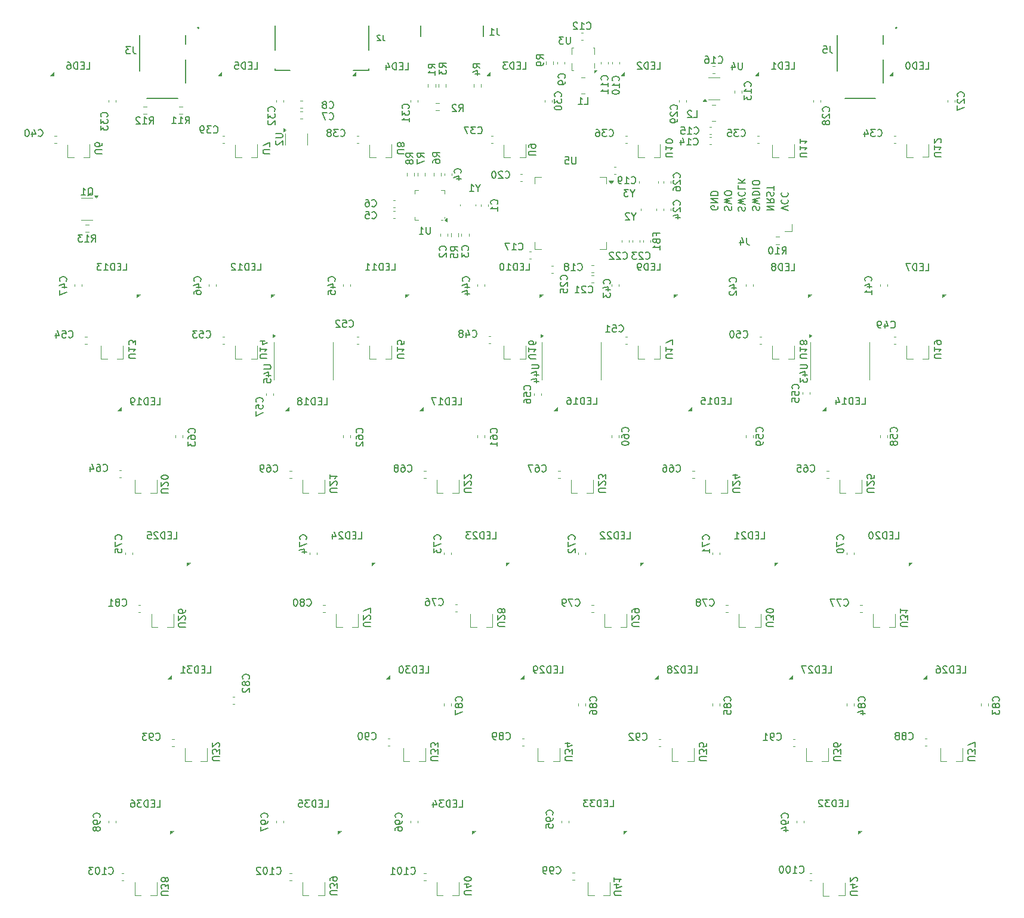
<source format=gbr>
%TF.GenerationSoftware,KiCad,Pcbnew,9.0.4*%
%TF.CreationDate,2025-09-14T10:53:09-05:00*%
%TF.ProjectId,shek-rounded,7368656b-2d72-46f7-956e-6465642e6b69,rev?*%
%TF.SameCoordinates,Original*%
%TF.FileFunction,Legend,Bot*%
%TF.FilePolarity,Positive*%
%FSLAX46Y46*%
G04 Gerber Fmt 4.6, Leading zero omitted, Abs format (unit mm)*
G04 Created by KiCad (PCBNEW 9.0.4) date 2025-09-14 10:53:09*
%MOMM*%
%LPD*%
G01*
G04 APERTURE LIST*
%ADD10C,0.150000*%
%ADD11C,0.200000*%
%ADD12C,0.127000*%
%ADD13C,0.120000*%
G04 APERTURE END LIST*
D10*
X388937800Y-79900839D02*
X388890180Y-79757982D01*
X388890180Y-79757982D02*
X388890180Y-79519887D01*
X388890180Y-79519887D02*
X388937800Y-79424649D01*
X388937800Y-79424649D02*
X388985419Y-79377030D01*
X388985419Y-79377030D02*
X389080657Y-79329411D01*
X389080657Y-79329411D02*
X389175895Y-79329411D01*
X389175895Y-79329411D02*
X389271133Y-79377030D01*
X389271133Y-79377030D02*
X389318752Y-79424649D01*
X389318752Y-79424649D02*
X389366371Y-79519887D01*
X389366371Y-79519887D02*
X389413990Y-79710363D01*
X389413990Y-79710363D02*
X389461609Y-79805601D01*
X389461609Y-79805601D02*
X389509228Y-79853220D01*
X389509228Y-79853220D02*
X389604466Y-79900839D01*
X389604466Y-79900839D02*
X389699704Y-79900839D01*
X389699704Y-79900839D02*
X389794942Y-79853220D01*
X389794942Y-79853220D02*
X389842561Y-79805601D01*
X389842561Y-79805601D02*
X389890180Y-79710363D01*
X389890180Y-79710363D02*
X389890180Y-79472268D01*
X389890180Y-79472268D02*
X389842561Y-79329411D01*
X389890180Y-78996077D02*
X388890180Y-78757982D01*
X388890180Y-78757982D02*
X389604466Y-78567506D01*
X389604466Y-78567506D02*
X388890180Y-78377030D01*
X388890180Y-78377030D02*
X389890180Y-78138935D01*
X388985419Y-77186554D02*
X388937800Y-77234173D01*
X388937800Y-77234173D02*
X388890180Y-77377030D01*
X388890180Y-77377030D02*
X388890180Y-77472268D01*
X388890180Y-77472268D02*
X388937800Y-77615125D01*
X388937800Y-77615125D02*
X389033038Y-77710363D01*
X389033038Y-77710363D02*
X389128276Y-77757982D01*
X389128276Y-77757982D02*
X389318752Y-77805601D01*
X389318752Y-77805601D02*
X389461609Y-77805601D01*
X389461609Y-77805601D02*
X389652085Y-77757982D01*
X389652085Y-77757982D02*
X389747323Y-77710363D01*
X389747323Y-77710363D02*
X389842561Y-77615125D01*
X389842561Y-77615125D02*
X389890180Y-77472268D01*
X389890180Y-77472268D02*
X389890180Y-77377030D01*
X389890180Y-77377030D02*
X389842561Y-77234173D01*
X389842561Y-77234173D02*
X389794942Y-77186554D01*
X388890180Y-76281792D02*
X388890180Y-76757982D01*
X388890180Y-76757982D02*
X389890180Y-76757982D01*
X388890180Y-75948458D02*
X389890180Y-75948458D01*
X388890180Y-75377030D02*
X389461609Y-75805601D01*
X389890180Y-75377030D02*
X389318752Y-75948458D01*
X395990180Y-79856077D02*
X394990180Y-79522744D01*
X394990180Y-79522744D02*
X395990180Y-79189411D01*
X395085419Y-78284649D02*
X395037800Y-78332268D01*
X395037800Y-78332268D02*
X394990180Y-78475125D01*
X394990180Y-78475125D02*
X394990180Y-78570363D01*
X394990180Y-78570363D02*
X395037800Y-78713220D01*
X395037800Y-78713220D02*
X395133038Y-78808458D01*
X395133038Y-78808458D02*
X395228276Y-78856077D01*
X395228276Y-78856077D02*
X395418752Y-78903696D01*
X395418752Y-78903696D02*
X395561609Y-78903696D01*
X395561609Y-78903696D02*
X395752085Y-78856077D01*
X395752085Y-78856077D02*
X395847323Y-78808458D01*
X395847323Y-78808458D02*
X395942561Y-78713220D01*
X395942561Y-78713220D02*
X395990180Y-78570363D01*
X395990180Y-78570363D02*
X395990180Y-78475125D01*
X395990180Y-78475125D02*
X395942561Y-78332268D01*
X395942561Y-78332268D02*
X395894942Y-78284649D01*
X395085419Y-77284649D02*
X395037800Y-77332268D01*
X395037800Y-77332268D02*
X394990180Y-77475125D01*
X394990180Y-77475125D02*
X394990180Y-77570363D01*
X394990180Y-77570363D02*
X395037800Y-77713220D01*
X395037800Y-77713220D02*
X395133038Y-77808458D01*
X395133038Y-77808458D02*
X395228276Y-77856077D01*
X395228276Y-77856077D02*
X395418752Y-77903696D01*
X395418752Y-77903696D02*
X395561609Y-77903696D01*
X395561609Y-77903696D02*
X395752085Y-77856077D01*
X395752085Y-77856077D02*
X395847323Y-77808458D01*
X395847323Y-77808458D02*
X395942561Y-77713220D01*
X395942561Y-77713220D02*
X395990180Y-77570363D01*
X395990180Y-77570363D02*
X395990180Y-77475125D01*
X395990180Y-77475125D02*
X395942561Y-77332268D01*
X395942561Y-77332268D02*
X395894942Y-77284649D01*
X392940180Y-79783220D02*
X393940180Y-79783220D01*
X393940180Y-79783220D02*
X392940180Y-79211792D01*
X392940180Y-79211792D02*
X393940180Y-79211792D01*
X392940180Y-78164173D02*
X393416371Y-78497506D01*
X392940180Y-78735601D02*
X393940180Y-78735601D01*
X393940180Y-78735601D02*
X393940180Y-78354649D01*
X393940180Y-78354649D02*
X393892561Y-78259411D01*
X393892561Y-78259411D02*
X393844942Y-78211792D01*
X393844942Y-78211792D02*
X393749704Y-78164173D01*
X393749704Y-78164173D02*
X393606847Y-78164173D01*
X393606847Y-78164173D02*
X393511609Y-78211792D01*
X393511609Y-78211792D02*
X393463990Y-78259411D01*
X393463990Y-78259411D02*
X393416371Y-78354649D01*
X393416371Y-78354649D02*
X393416371Y-78735601D01*
X392987800Y-77783220D02*
X392940180Y-77640363D01*
X392940180Y-77640363D02*
X392940180Y-77402268D01*
X392940180Y-77402268D02*
X392987800Y-77307030D01*
X392987800Y-77307030D02*
X393035419Y-77259411D01*
X393035419Y-77259411D02*
X393130657Y-77211792D01*
X393130657Y-77211792D02*
X393225895Y-77211792D01*
X393225895Y-77211792D02*
X393321133Y-77259411D01*
X393321133Y-77259411D02*
X393368752Y-77307030D01*
X393368752Y-77307030D02*
X393416371Y-77402268D01*
X393416371Y-77402268D02*
X393463990Y-77592744D01*
X393463990Y-77592744D02*
X393511609Y-77687982D01*
X393511609Y-77687982D02*
X393559228Y-77735601D01*
X393559228Y-77735601D02*
X393654466Y-77783220D01*
X393654466Y-77783220D02*
X393749704Y-77783220D01*
X393749704Y-77783220D02*
X393844942Y-77735601D01*
X393844942Y-77735601D02*
X393892561Y-77687982D01*
X393892561Y-77687982D02*
X393940180Y-77592744D01*
X393940180Y-77592744D02*
X393940180Y-77354649D01*
X393940180Y-77354649D02*
X393892561Y-77211792D01*
X393940180Y-76926077D02*
X393940180Y-76354649D01*
X392940180Y-76640363D02*
X393940180Y-76640363D01*
X390977800Y-79810839D02*
X390930180Y-79667982D01*
X390930180Y-79667982D02*
X390930180Y-79429887D01*
X390930180Y-79429887D02*
X390977800Y-79334649D01*
X390977800Y-79334649D02*
X391025419Y-79287030D01*
X391025419Y-79287030D02*
X391120657Y-79239411D01*
X391120657Y-79239411D02*
X391215895Y-79239411D01*
X391215895Y-79239411D02*
X391311133Y-79287030D01*
X391311133Y-79287030D02*
X391358752Y-79334649D01*
X391358752Y-79334649D02*
X391406371Y-79429887D01*
X391406371Y-79429887D02*
X391453990Y-79620363D01*
X391453990Y-79620363D02*
X391501609Y-79715601D01*
X391501609Y-79715601D02*
X391549228Y-79763220D01*
X391549228Y-79763220D02*
X391644466Y-79810839D01*
X391644466Y-79810839D02*
X391739704Y-79810839D01*
X391739704Y-79810839D02*
X391834942Y-79763220D01*
X391834942Y-79763220D02*
X391882561Y-79715601D01*
X391882561Y-79715601D02*
X391930180Y-79620363D01*
X391930180Y-79620363D02*
X391930180Y-79382268D01*
X391930180Y-79382268D02*
X391882561Y-79239411D01*
X391930180Y-78906077D02*
X390930180Y-78667982D01*
X390930180Y-78667982D02*
X391644466Y-78477506D01*
X391644466Y-78477506D02*
X390930180Y-78287030D01*
X390930180Y-78287030D02*
X391930180Y-78048935D01*
X390930180Y-77667982D02*
X391930180Y-77667982D01*
X391930180Y-77667982D02*
X391930180Y-77429887D01*
X391930180Y-77429887D02*
X391882561Y-77287030D01*
X391882561Y-77287030D02*
X391787323Y-77191792D01*
X391787323Y-77191792D02*
X391692085Y-77144173D01*
X391692085Y-77144173D02*
X391501609Y-77096554D01*
X391501609Y-77096554D02*
X391358752Y-77096554D01*
X391358752Y-77096554D02*
X391168276Y-77144173D01*
X391168276Y-77144173D02*
X391073038Y-77191792D01*
X391073038Y-77191792D02*
X390977800Y-77287030D01*
X390977800Y-77287030D02*
X390930180Y-77429887D01*
X390930180Y-77429887D02*
X390930180Y-77667982D01*
X390930180Y-76667982D02*
X391930180Y-76667982D01*
X391930180Y-76001316D02*
X391930180Y-75810840D01*
X391930180Y-75810840D02*
X391882561Y-75715602D01*
X391882561Y-75715602D02*
X391787323Y-75620364D01*
X391787323Y-75620364D02*
X391596847Y-75572745D01*
X391596847Y-75572745D02*
X391263514Y-75572745D01*
X391263514Y-75572745D02*
X391073038Y-75620364D01*
X391073038Y-75620364D02*
X390977800Y-75715602D01*
X390977800Y-75715602D02*
X390930180Y-75810840D01*
X390930180Y-75810840D02*
X390930180Y-76001316D01*
X390930180Y-76001316D02*
X390977800Y-76096554D01*
X390977800Y-76096554D02*
X391073038Y-76191792D01*
X391073038Y-76191792D02*
X391263514Y-76239411D01*
X391263514Y-76239411D02*
X391596847Y-76239411D01*
X391596847Y-76239411D02*
X391787323Y-76191792D01*
X391787323Y-76191792D02*
X391882561Y-76096554D01*
X391882561Y-76096554D02*
X391930180Y-76001316D01*
X385982561Y-79209411D02*
X386030180Y-79304649D01*
X386030180Y-79304649D02*
X386030180Y-79447506D01*
X386030180Y-79447506D02*
X385982561Y-79590363D01*
X385982561Y-79590363D02*
X385887323Y-79685601D01*
X385887323Y-79685601D02*
X385792085Y-79733220D01*
X385792085Y-79733220D02*
X385601609Y-79780839D01*
X385601609Y-79780839D02*
X385458752Y-79780839D01*
X385458752Y-79780839D02*
X385268276Y-79733220D01*
X385268276Y-79733220D02*
X385173038Y-79685601D01*
X385173038Y-79685601D02*
X385077800Y-79590363D01*
X385077800Y-79590363D02*
X385030180Y-79447506D01*
X385030180Y-79447506D02*
X385030180Y-79352268D01*
X385030180Y-79352268D02*
X385077800Y-79209411D01*
X385077800Y-79209411D02*
X385125419Y-79161792D01*
X385125419Y-79161792D02*
X385458752Y-79161792D01*
X385458752Y-79161792D02*
X385458752Y-79352268D01*
X385030180Y-78733220D02*
X386030180Y-78733220D01*
X386030180Y-78733220D02*
X385030180Y-78161792D01*
X385030180Y-78161792D02*
X386030180Y-78161792D01*
X385030180Y-77685601D02*
X386030180Y-77685601D01*
X386030180Y-77685601D02*
X386030180Y-77447506D01*
X386030180Y-77447506D02*
X385982561Y-77304649D01*
X385982561Y-77304649D02*
X385887323Y-77209411D01*
X385887323Y-77209411D02*
X385792085Y-77161792D01*
X385792085Y-77161792D02*
X385601609Y-77114173D01*
X385601609Y-77114173D02*
X385458752Y-77114173D01*
X385458752Y-77114173D02*
X385268276Y-77161792D01*
X385268276Y-77161792D02*
X385173038Y-77209411D01*
X385173038Y-77209411D02*
X385077800Y-77304649D01*
X385077800Y-77304649D02*
X385030180Y-77447506D01*
X385030180Y-77447506D02*
X385030180Y-77685601D01*
X387017800Y-79810839D02*
X386970180Y-79667982D01*
X386970180Y-79667982D02*
X386970180Y-79429887D01*
X386970180Y-79429887D02*
X387017800Y-79334649D01*
X387017800Y-79334649D02*
X387065419Y-79287030D01*
X387065419Y-79287030D02*
X387160657Y-79239411D01*
X387160657Y-79239411D02*
X387255895Y-79239411D01*
X387255895Y-79239411D02*
X387351133Y-79287030D01*
X387351133Y-79287030D02*
X387398752Y-79334649D01*
X387398752Y-79334649D02*
X387446371Y-79429887D01*
X387446371Y-79429887D02*
X387493990Y-79620363D01*
X387493990Y-79620363D02*
X387541609Y-79715601D01*
X387541609Y-79715601D02*
X387589228Y-79763220D01*
X387589228Y-79763220D02*
X387684466Y-79810839D01*
X387684466Y-79810839D02*
X387779704Y-79810839D01*
X387779704Y-79810839D02*
X387874942Y-79763220D01*
X387874942Y-79763220D02*
X387922561Y-79715601D01*
X387922561Y-79715601D02*
X387970180Y-79620363D01*
X387970180Y-79620363D02*
X387970180Y-79382268D01*
X387970180Y-79382268D02*
X387922561Y-79239411D01*
X387970180Y-78906077D02*
X386970180Y-78667982D01*
X386970180Y-78667982D02*
X387684466Y-78477506D01*
X387684466Y-78477506D02*
X386970180Y-78287030D01*
X386970180Y-78287030D02*
X387970180Y-78048935D01*
X387970180Y-77477506D02*
X387970180Y-77287030D01*
X387970180Y-77287030D02*
X387922561Y-77191792D01*
X387922561Y-77191792D02*
X387827323Y-77096554D01*
X387827323Y-77096554D02*
X387636847Y-77048935D01*
X387636847Y-77048935D02*
X387303514Y-77048935D01*
X387303514Y-77048935D02*
X387113038Y-77096554D01*
X387113038Y-77096554D02*
X387017800Y-77191792D01*
X387017800Y-77191792D02*
X386970180Y-77287030D01*
X386970180Y-77287030D02*
X386970180Y-77477506D01*
X386970180Y-77477506D02*
X387017800Y-77572744D01*
X387017800Y-77572744D02*
X387113038Y-77667982D01*
X387113038Y-77667982D02*
X387303514Y-77715601D01*
X387303514Y-77715601D02*
X387636847Y-77715601D01*
X387636847Y-77715601D02*
X387827323Y-77667982D01*
X387827323Y-77667982D02*
X387922561Y-77572744D01*
X387922561Y-77572744D02*
X387970180Y-77477506D01*
X338466666Y-54912295D02*
X338466666Y-55483723D01*
X338466666Y-55483723D02*
X338504761Y-55598009D01*
X338504761Y-55598009D02*
X338580952Y-55674200D01*
X338580952Y-55674200D02*
X338695237Y-55712295D01*
X338695237Y-55712295D02*
X338771428Y-55712295D01*
X338123809Y-54988485D02*
X338085713Y-54950390D01*
X338085713Y-54950390D02*
X338009523Y-54912295D01*
X338009523Y-54912295D02*
X337819047Y-54912295D01*
X337819047Y-54912295D02*
X337742856Y-54950390D01*
X337742856Y-54950390D02*
X337704761Y-54988485D01*
X337704761Y-54988485D02*
X337666666Y-55064676D01*
X337666666Y-55064676D02*
X337666666Y-55140866D01*
X337666666Y-55140866D02*
X337704761Y-55255152D01*
X337704761Y-55255152D02*
X338161904Y-55712295D01*
X338161904Y-55712295D02*
X337666666Y-55712295D01*
X401907583Y-56479819D02*
X401907583Y-57194104D01*
X401907583Y-57194104D02*
X401955202Y-57336961D01*
X401955202Y-57336961D02*
X402050440Y-57432200D01*
X402050440Y-57432200D02*
X402193297Y-57479819D01*
X402193297Y-57479819D02*
X402288535Y-57479819D01*
X400955202Y-56479819D02*
X401431392Y-56479819D01*
X401431392Y-56479819D02*
X401479011Y-56956009D01*
X401479011Y-56956009D02*
X401431392Y-56908390D01*
X401431392Y-56908390D02*
X401336154Y-56860771D01*
X401336154Y-56860771D02*
X401098059Y-56860771D01*
X401098059Y-56860771D02*
X401002821Y-56908390D01*
X401002821Y-56908390D02*
X400955202Y-56956009D01*
X400955202Y-56956009D02*
X400907583Y-57051247D01*
X400907583Y-57051247D02*
X400907583Y-57289342D01*
X400907583Y-57289342D02*
X400955202Y-57384580D01*
X400955202Y-57384580D02*
X401002821Y-57432200D01*
X401002821Y-57432200D02*
X401098059Y-57479819D01*
X401098059Y-57479819D02*
X401336154Y-57479819D01*
X401336154Y-57479819D02*
X401431392Y-57432200D01*
X401431392Y-57432200D02*
X401479011Y-57384580D01*
X303043333Y-56584819D02*
X303043333Y-57299104D01*
X303043333Y-57299104D02*
X303090952Y-57441961D01*
X303090952Y-57441961D02*
X303186190Y-57537200D01*
X303186190Y-57537200D02*
X303329047Y-57584819D01*
X303329047Y-57584819D02*
X303424285Y-57584819D01*
X302662380Y-56584819D02*
X302043333Y-56584819D01*
X302043333Y-56584819D02*
X302376666Y-56965771D01*
X302376666Y-56965771D02*
X302233809Y-56965771D01*
X302233809Y-56965771D02*
X302138571Y-57013390D01*
X302138571Y-57013390D02*
X302090952Y-57061009D01*
X302090952Y-57061009D02*
X302043333Y-57156247D01*
X302043333Y-57156247D02*
X302043333Y-57394342D01*
X302043333Y-57394342D02*
X302090952Y-57489580D01*
X302090952Y-57489580D02*
X302138571Y-57537200D01*
X302138571Y-57537200D02*
X302233809Y-57584819D01*
X302233809Y-57584819D02*
X302519523Y-57584819D01*
X302519523Y-57584819D02*
X302614761Y-57537200D01*
X302614761Y-57537200D02*
X302662380Y-57489580D01*
X354643333Y-53934819D02*
X354643333Y-54649104D01*
X354643333Y-54649104D02*
X354690952Y-54791961D01*
X354690952Y-54791961D02*
X354786190Y-54887200D01*
X354786190Y-54887200D02*
X354929047Y-54934819D01*
X354929047Y-54934819D02*
X355024285Y-54934819D01*
X353643333Y-54934819D02*
X354214761Y-54934819D01*
X353929047Y-54934819D02*
X353929047Y-53934819D01*
X353929047Y-53934819D02*
X354024285Y-54077676D01*
X354024285Y-54077676D02*
X354119523Y-54172914D01*
X354119523Y-54172914D02*
X354214761Y-54220533D01*
X379602680Y-72243094D02*
X378793157Y-72243094D01*
X378793157Y-72243094D02*
X378697919Y-72195475D01*
X378697919Y-72195475D02*
X378650300Y-72147856D01*
X378650300Y-72147856D02*
X378602680Y-72052618D01*
X378602680Y-72052618D02*
X378602680Y-71862142D01*
X378602680Y-71862142D02*
X378650300Y-71766904D01*
X378650300Y-71766904D02*
X378697919Y-71719285D01*
X378697919Y-71719285D02*
X378793157Y-71671666D01*
X378793157Y-71671666D02*
X379602680Y-71671666D01*
X378602680Y-70671666D02*
X378602680Y-71243094D01*
X378602680Y-70957380D02*
X379602680Y-70957380D01*
X379602680Y-70957380D02*
X379459823Y-71052618D01*
X379459823Y-71052618D02*
X379364585Y-71147856D01*
X379364585Y-71147856D02*
X379316966Y-71243094D01*
X379602680Y-70052618D02*
X379602680Y-69957380D01*
X379602680Y-69957380D02*
X379555061Y-69862142D01*
X379555061Y-69862142D02*
X379507442Y-69814523D01*
X379507442Y-69814523D02*
X379412204Y-69766904D01*
X379412204Y-69766904D02*
X379221728Y-69719285D01*
X379221728Y-69719285D02*
X378983633Y-69719285D01*
X378983633Y-69719285D02*
X378793157Y-69766904D01*
X378793157Y-69766904D02*
X378697919Y-69814523D01*
X378697919Y-69814523D02*
X378650300Y-69862142D01*
X378650300Y-69862142D02*
X378602680Y-69957380D01*
X378602680Y-69957380D02*
X378602680Y-70052618D01*
X378602680Y-70052618D02*
X378650300Y-70147856D01*
X378650300Y-70147856D02*
X378697919Y-70195475D01*
X378697919Y-70195475D02*
X378793157Y-70243094D01*
X378793157Y-70243094D02*
X378983633Y-70290713D01*
X378983633Y-70290713D02*
X379221728Y-70290713D01*
X379221728Y-70290713D02*
X379412204Y-70243094D01*
X379412204Y-70243094D02*
X379507442Y-70195475D01*
X379507442Y-70195475D02*
X379555061Y-70147856D01*
X379555061Y-70147856D02*
X379602680Y-70052618D01*
X322452680Y-71766904D02*
X321643157Y-71766904D01*
X321643157Y-71766904D02*
X321547919Y-71719285D01*
X321547919Y-71719285D02*
X321500300Y-71671666D01*
X321500300Y-71671666D02*
X321452680Y-71576428D01*
X321452680Y-71576428D02*
X321452680Y-71385952D01*
X321452680Y-71385952D02*
X321500300Y-71290714D01*
X321500300Y-71290714D02*
X321547919Y-71243095D01*
X321547919Y-71243095D02*
X321643157Y-71195476D01*
X321643157Y-71195476D02*
X322452680Y-71195476D01*
X322452680Y-70814523D02*
X322452680Y-70147857D01*
X322452680Y-70147857D02*
X321452680Y-70576428D01*
X315308930Y-157968094D02*
X314499407Y-157968094D01*
X314499407Y-157968094D02*
X314404169Y-157920475D01*
X314404169Y-157920475D02*
X314356550Y-157872856D01*
X314356550Y-157872856D02*
X314308930Y-157777618D01*
X314308930Y-157777618D02*
X314308930Y-157587142D01*
X314308930Y-157587142D02*
X314356550Y-157491904D01*
X314356550Y-157491904D02*
X314404169Y-157444285D01*
X314404169Y-157444285D02*
X314499407Y-157396666D01*
X314499407Y-157396666D02*
X315308930Y-157396666D01*
X315308930Y-157015713D02*
X315308930Y-156396666D01*
X315308930Y-156396666D02*
X314927978Y-156729999D01*
X314927978Y-156729999D02*
X314927978Y-156587142D01*
X314927978Y-156587142D02*
X314880359Y-156491904D01*
X314880359Y-156491904D02*
X314832740Y-156444285D01*
X314832740Y-156444285D02*
X314737502Y-156396666D01*
X314737502Y-156396666D02*
X314499407Y-156396666D01*
X314499407Y-156396666D02*
X314404169Y-156444285D01*
X314404169Y-156444285D02*
X314356550Y-156491904D01*
X314356550Y-156491904D02*
X314308930Y-156587142D01*
X314308930Y-156587142D02*
X314308930Y-156872856D01*
X314308930Y-156872856D02*
X314356550Y-156968094D01*
X314356550Y-156968094D02*
X314404169Y-157015713D01*
X315213692Y-156015713D02*
X315261311Y-155968094D01*
X315261311Y-155968094D02*
X315308930Y-155872856D01*
X315308930Y-155872856D02*
X315308930Y-155634761D01*
X315308930Y-155634761D02*
X315261311Y-155539523D01*
X315261311Y-155539523D02*
X315213692Y-155491904D01*
X315213692Y-155491904D02*
X315118454Y-155444285D01*
X315118454Y-155444285D02*
X315023216Y-155444285D01*
X315023216Y-155444285D02*
X314880359Y-155491904D01*
X314880359Y-155491904D02*
X314308930Y-156063332D01*
X314308930Y-156063332D02*
X314308930Y-155444285D01*
X341502680Y-71766904D02*
X340693157Y-71766904D01*
X340693157Y-71766904D02*
X340597919Y-71719285D01*
X340597919Y-71719285D02*
X340550300Y-71671666D01*
X340550300Y-71671666D02*
X340502680Y-71576428D01*
X340502680Y-71576428D02*
X340502680Y-71385952D01*
X340502680Y-71385952D02*
X340550300Y-71290714D01*
X340550300Y-71290714D02*
X340597919Y-71243095D01*
X340597919Y-71243095D02*
X340693157Y-71195476D01*
X340693157Y-71195476D02*
X341502680Y-71195476D01*
X341074109Y-70576428D02*
X341121728Y-70671666D01*
X341121728Y-70671666D02*
X341169347Y-70719285D01*
X341169347Y-70719285D02*
X341264585Y-70766904D01*
X341264585Y-70766904D02*
X341312204Y-70766904D01*
X341312204Y-70766904D02*
X341407442Y-70719285D01*
X341407442Y-70719285D02*
X341455061Y-70671666D01*
X341455061Y-70671666D02*
X341502680Y-70576428D01*
X341502680Y-70576428D02*
X341502680Y-70385952D01*
X341502680Y-70385952D02*
X341455061Y-70290714D01*
X341455061Y-70290714D02*
X341407442Y-70243095D01*
X341407442Y-70243095D02*
X341312204Y-70195476D01*
X341312204Y-70195476D02*
X341264585Y-70195476D01*
X341264585Y-70195476D02*
X341169347Y-70243095D01*
X341169347Y-70243095D02*
X341121728Y-70290714D01*
X341121728Y-70290714D02*
X341074109Y-70385952D01*
X341074109Y-70385952D02*
X341074109Y-70576428D01*
X341074109Y-70576428D02*
X341026490Y-70671666D01*
X341026490Y-70671666D02*
X340978871Y-70719285D01*
X340978871Y-70719285D02*
X340883633Y-70766904D01*
X340883633Y-70766904D02*
X340693157Y-70766904D01*
X340693157Y-70766904D02*
X340597919Y-70719285D01*
X340597919Y-70719285D02*
X340550300Y-70671666D01*
X340550300Y-70671666D02*
X340502680Y-70576428D01*
X340502680Y-70576428D02*
X340502680Y-70385952D01*
X340502680Y-70385952D02*
X340550300Y-70290714D01*
X340550300Y-70290714D02*
X340597919Y-70243095D01*
X340597919Y-70243095D02*
X340693157Y-70195476D01*
X340693157Y-70195476D02*
X340883633Y-70195476D01*
X340883633Y-70195476D02*
X340978871Y-70243095D01*
X340978871Y-70243095D02*
X341026490Y-70290714D01*
X341026490Y-70290714D02*
X341074109Y-70385952D01*
X355790180Y-138918094D02*
X354980657Y-138918094D01*
X354980657Y-138918094D02*
X354885419Y-138870475D01*
X354885419Y-138870475D02*
X354837800Y-138822856D01*
X354837800Y-138822856D02*
X354790180Y-138727618D01*
X354790180Y-138727618D02*
X354790180Y-138537142D01*
X354790180Y-138537142D02*
X354837800Y-138441904D01*
X354837800Y-138441904D02*
X354885419Y-138394285D01*
X354885419Y-138394285D02*
X354980657Y-138346666D01*
X354980657Y-138346666D02*
X355790180Y-138346666D01*
X355694942Y-137918094D02*
X355742561Y-137870475D01*
X355742561Y-137870475D02*
X355790180Y-137775237D01*
X355790180Y-137775237D02*
X355790180Y-137537142D01*
X355790180Y-137537142D02*
X355742561Y-137441904D01*
X355742561Y-137441904D02*
X355694942Y-137394285D01*
X355694942Y-137394285D02*
X355599704Y-137346666D01*
X355599704Y-137346666D02*
X355504466Y-137346666D01*
X355504466Y-137346666D02*
X355361609Y-137394285D01*
X355361609Y-137394285D02*
X354790180Y-137965713D01*
X354790180Y-137965713D02*
X354790180Y-137346666D01*
X355361609Y-136775237D02*
X355409228Y-136870475D01*
X355409228Y-136870475D02*
X355456847Y-136918094D01*
X355456847Y-136918094D02*
X355552085Y-136965713D01*
X355552085Y-136965713D02*
X355599704Y-136965713D01*
X355599704Y-136965713D02*
X355694942Y-136918094D01*
X355694942Y-136918094D02*
X355742561Y-136870475D01*
X355742561Y-136870475D02*
X355790180Y-136775237D01*
X355790180Y-136775237D02*
X355790180Y-136584761D01*
X355790180Y-136584761D02*
X355742561Y-136489523D01*
X355742561Y-136489523D02*
X355694942Y-136441904D01*
X355694942Y-136441904D02*
X355599704Y-136394285D01*
X355599704Y-136394285D02*
X355552085Y-136394285D01*
X355552085Y-136394285D02*
X355456847Y-136441904D01*
X355456847Y-136441904D02*
X355409228Y-136489523D01*
X355409228Y-136489523D02*
X355361609Y-136584761D01*
X355361609Y-136584761D02*
X355361609Y-136775237D01*
X355361609Y-136775237D02*
X355313990Y-136870475D01*
X355313990Y-136870475D02*
X355266371Y-136918094D01*
X355266371Y-136918094D02*
X355171133Y-136965713D01*
X355171133Y-136965713D02*
X354980657Y-136965713D01*
X354980657Y-136965713D02*
X354885419Y-136918094D01*
X354885419Y-136918094D02*
X354837800Y-136870475D01*
X354837800Y-136870475D02*
X354790180Y-136775237D01*
X354790180Y-136775237D02*
X354790180Y-136584761D01*
X354790180Y-136584761D02*
X354837800Y-136489523D01*
X354837800Y-136489523D02*
X354885419Y-136441904D01*
X354885419Y-136441904D02*
X354980657Y-136394285D01*
X354980657Y-136394285D02*
X355171133Y-136394285D01*
X355171133Y-136394285D02*
X355266371Y-136441904D01*
X355266371Y-136441904D02*
X355313990Y-136489523D01*
X355313990Y-136489523D02*
X355361609Y-136584761D01*
X372288930Y-177088094D02*
X371479407Y-177088094D01*
X371479407Y-177088094D02*
X371384169Y-177040475D01*
X371384169Y-177040475D02*
X371336550Y-176992856D01*
X371336550Y-176992856D02*
X371288930Y-176897618D01*
X371288930Y-176897618D02*
X371288930Y-176707142D01*
X371288930Y-176707142D02*
X371336550Y-176611904D01*
X371336550Y-176611904D02*
X371384169Y-176564285D01*
X371384169Y-176564285D02*
X371479407Y-176516666D01*
X371479407Y-176516666D02*
X372288930Y-176516666D01*
X371955597Y-175611904D02*
X371288930Y-175611904D01*
X372336550Y-175849999D02*
X371622264Y-176088094D01*
X371622264Y-176088094D02*
X371622264Y-175469047D01*
X371288930Y-174564285D02*
X371288930Y-175135713D01*
X371288930Y-174849999D02*
X372288930Y-174849999D01*
X372288930Y-174849999D02*
X372146073Y-174945237D01*
X372146073Y-174945237D02*
X372050835Y-175040475D01*
X372050835Y-175040475D02*
X372003216Y-175135713D01*
X365315180Y-157968094D02*
X364505657Y-157968094D01*
X364505657Y-157968094D02*
X364410419Y-157920475D01*
X364410419Y-157920475D02*
X364362800Y-157872856D01*
X364362800Y-157872856D02*
X364315180Y-157777618D01*
X364315180Y-157777618D02*
X364315180Y-157587142D01*
X364315180Y-157587142D02*
X364362800Y-157491904D01*
X364362800Y-157491904D02*
X364410419Y-157444285D01*
X364410419Y-157444285D02*
X364505657Y-157396666D01*
X364505657Y-157396666D02*
X365315180Y-157396666D01*
X365315180Y-157015713D02*
X365315180Y-156396666D01*
X365315180Y-156396666D02*
X364934228Y-156729999D01*
X364934228Y-156729999D02*
X364934228Y-156587142D01*
X364934228Y-156587142D02*
X364886609Y-156491904D01*
X364886609Y-156491904D02*
X364838990Y-156444285D01*
X364838990Y-156444285D02*
X364743752Y-156396666D01*
X364743752Y-156396666D02*
X364505657Y-156396666D01*
X364505657Y-156396666D02*
X364410419Y-156444285D01*
X364410419Y-156444285D02*
X364362800Y-156491904D01*
X364362800Y-156491904D02*
X364315180Y-156587142D01*
X364315180Y-156587142D02*
X364315180Y-156872856D01*
X364315180Y-156872856D02*
X364362800Y-156968094D01*
X364362800Y-156968094D02*
X364410419Y-157015713D01*
X364981847Y-155539523D02*
X364315180Y-155539523D01*
X365362800Y-155777618D02*
X364648514Y-156015713D01*
X364648514Y-156015713D02*
X364648514Y-155396666D01*
X351027680Y-119868094D02*
X350218157Y-119868094D01*
X350218157Y-119868094D02*
X350122919Y-119820475D01*
X350122919Y-119820475D02*
X350075300Y-119772856D01*
X350075300Y-119772856D02*
X350027680Y-119677618D01*
X350027680Y-119677618D02*
X350027680Y-119487142D01*
X350027680Y-119487142D02*
X350075300Y-119391904D01*
X350075300Y-119391904D02*
X350122919Y-119344285D01*
X350122919Y-119344285D02*
X350218157Y-119296666D01*
X350218157Y-119296666D02*
X351027680Y-119296666D01*
X350932442Y-118868094D02*
X350980061Y-118820475D01*
X350980061Y-118820475D02*
X351027680Y-118725237D01*
X351027680Y-118725237D02*
X351027680Y-118487142D01*
X351027680Y-118487142D02*
X350980061Y-118391904D01*
X350980061Y-118391904D02*
X350932442Y-118344285D01*
X350932442Y-118344285D02*
X350837204Y-118296666D01*
X350837204Y-118296666D02*
X350741966Y-118296666D01*
X350741966Y-118296666D02*
X350599109Y-118344285D01*
X350599109Y-118344285D02*
X350027680Y-118915713D01*
X350027680Y-118915713D02*
X350027680Y-118296666D01*
X350932442Y-117915713D02*
X350980061Y-117868094D01*
X350980061Y-117868094D02*
X351027680Y-117772856D01*
X351027680Y-117772856D02*
X351027680Y-117534761D01*
X351027680Y-117534761D02*
X350980061Y-117439523D01*
X350980061Y-117439523D02*
X350932442Y-117391904D01*
X350932442Y-117391904D02*
X350837204Y-117344285D01*
X350837204Y-117344285D02*
X350741966Y-117344285D01*
X350741966Y-117344285D02*
X350599109Y-117391904D01*
X350599109Y-117391904D02*
X350027680Y-117963332D01*
X350027680Y-117963332D02*
X350027680Y-117344285D01*
X422465180Y-157968094D02*
X421655657Y-157968094D01*
X421655657Y-157968094D02*
X421560419Y-157920475D01*
X421560419Y-157920475D02*
X421512800Y-157872856D01*
X421512800Y-157872856D02*
X421465180Y-157777618D01*
X421465180Y-157777618D02*
X421465180Y-157587142D01*
X421465180Y-157587142D02*
X421512800Y-157491904D01*
X421512800Y-157491904D02*
X421560419Y-157444285D01*
X421560419Y-157444285D02*
X421655657Y-157396666D01*
X421655657Y-157396666D02*
X422465180Y-157396666D01*
X422465180Y-157015713D02*
X422465180Y-156396666D01*
X422465180Y-156396666D02*
X422084228Y-156729999D01*
X422084228Y-156729999D02*
X422084228Y-156587142D01*
X422084228Y-156587142D02*
X422036609Y-156491904D01*
X422036609Y-156491904D02*
X421988990Y-156444285D01*
X421988990Y-156444285D02*
X421893752Y-156396666D01*
X421893752Y-156396666D02*
X421655657Y-156396666D01*
X421655657Y-156396666D02*
X421560419Y-156444285D01*
X421560419Y-156444285D02*
X421512800Y-156491904D01*
X421512800Y-156491904D02*
X421465180Y-156587142D01*
X421465180Y-156587142D02*
X421465180Y-156872856D01*
X421465180Y-156872856D02*
X421512800Y-156968094D01*
X421512800Y-156968094D02*
X421560419Y-157015713D01*
X422465180Y-156063332D02*
X422465180Y-155396666D01*
X422465180Y-155396666D02*
X421465180Y-155825237D01*
X393890180Y-138918094D02*
X393080657Y-138918094D01*
X393080657Y-138918094D02*
X392985419Y-138870475D01*
X392985419Y-138870475D02*
X392937800Y-138822856D01*
X392937800Y-138822856D02*
X392890180Y-138727618D01*
X392890180Y-138727618D02*
X392890180Y-138537142D01*
X392890180Y-138537142D02*
X392937800Y-138441904D01*
X392937800Y-138441904D02*
X392985419Y-138394285D01*
X392985419Y-138394285D02*
X393080657Y-138346666D01*
X393080657Y-138346666D02*
X393890180Y-138346666D01*
X393890180Y-137965713D02*
X393890180Y-137346666D01*
X393890180Y-137346666D02*
X393509228Y-137679999D01*
X393509228Y-137679999D02*
X393509228Y-137537142D01*
X393509228Y-137537142D02*
X393461609Y-137441904D01*
X393461609Y-137441904D02*
X393413990Y-137394285D01*
X393413990Y-137394285D02*
X393318752Y-137346666D01*
X393318752Y-137346666D02*
X393080657Y-137346666D01*
X393080657Y-137346666D02*
X392985419Y-137394285D01*
X392985419Y-137394285D02*
X392937800Y-137441904D01*
X392937800Y-137441904D02*
X392890180Y-137537142D01*
X392890180Y-137537142D02*
X392890180Y-137822856D01*
X392890180Y-137822856D02*
X392937800Y-137918094D01*
X392937800Y-137918094D02*
X392985419Y-137965713D01*
X393890180Y-136727618D02*
X393890180Y-136632380D01*
X393890180Y-136632380D02*
X393842561Y-136537142D01*
X393842561Y-136537142D02*
X393794942Y-136489523D01*
X393794942Y-136489523D02*
X393699704Y-136441904D01*
X393699704Y-136441904D02*
X393509228Y-136394285D01*
X393509228Y-136394285D02*
X393271133Y-136394285D01*
X393271133Y-136394285D02*
X393080657Y-136441904D01*
X393080657Y-136441904D02*
X392985419Y-136489523D01*
X392985419Y-136489523D02*
X392937800Y-136537142D01*
X392937800Y-136537142D02*
X392890180Y-136632380D01*
X392890180Y-136632380D02*
X392890180Y-136727618D01*
X392890180Y-136727618D02*
X392937800Y-136822856D01*
X392937800Y-136822856D02*
X392985419Y-136870475D01*
X392985419Y-136870475D02*
X393080657Y-136918094D01*
X393080657Y-136918094D02*
X393271133Y-136965713D01*
X393271133Y-136965713D02*
X393509228Y-136965713D01*
X393509228Y-136965713D02*
X393699704Y-136918094D01*
X393699704Y-136918094D02*
X393794942Y-136870475D01*
X393794942Y-136870475D02*
X393842561Y-136822856D01*
X393842561Y-136822856D02*
X393890180Y-136727618D01*
X398652680Y-100818094D02*
X397843157Y-100818094D01*
X397843157Y-100818094D02*
X397747919Y-100770475D01*
X397747919Y-100770475D02*
X397700300Y-100722856D01*
X397700300Y-100722856D02*
X397652680Y-100627618D01*
X397652680Y-100627618D02*
X397652680Y-100437142D01*
X397652680Y-100437142D02*
X397700300Y-100341904D01*
X397700300Y-100341904D02*
X397747919Y-100294285D01*
X397747919Y-100294285D02*
X397843157Y-100246666D01*
X397843157Y-100246666D02*
X398652680Y-100246666D01*
X397652680Y-99246666D02*
X397652680Y-99818094D01*
X397652680Y-99532380D02*
X398652680Y-99532380D01*
X398652680Y-99532380D02*
X398509823Y-99627618D01*
X398509823Y-99627618D02*
X398414585Y-99722856D01*
X398414585Y-99722856D02*
X398366966Y-99818094D01*
X398224109Y-98675237D02*
X398271728Y-98770475D01*
X398271728Y-98770475D02*
X398319347Y-98818094D01*
X398319347Y-98818094D02*
X398414585Y-98865713D01*
X398414585Y-98865713D02*
X398462204Y-98865713D01*
X398462204Y-98865713D02*
X398557442Y-98818094D01*
X398557442Y-98818094D02*
X398605061Y-98770475D01*
X398605061Y-98770475D02*
X398652680Y-98675237D01*
X398652680Y-98675237D02*
X398652680Y-98484761D01*
X398652680Y-98484761D02*
X398605061Y-98389523D01*
X398605061Y-98389523D02*
X398557442Y-98341904D01*
X398557442Y-98341904D02*
X398462204Y-98294285D01*
X398462204Y-98294285D02*
X398414585Y-98294285D01*
X398414585Y-98294285D02*
X398319347Y-98341904D01*
X398319347Y-98341904D02*
X398271728Y-98389523D01*
X398271728Y-98389523D02*
X398224109Y-98484761D01*
X398224109Y-98484761D02*
X398224109Y-98675237D01*
X398224109Y-98675237D02*
X398176490Y-98770475D01*
X398176490Y-98770475D02*
X398128871Y-98818094D01*
X398128871Y-98818094D02*
X398033633Y-98865713D01*
X398033633Y-98865713D02*
X397843157Y-98865713D01*
X397843157Y-98865713D02*
X397747919Y-98818094D01*
X397747919Y-98818094D02*
X397700300Y-98770475D01*
X397700300Y-98770475D02*
X397652680Y-98675237D01*
X397652680Y-98675237D02*
X397652680Y-98484761D01*
X397652680Y-98484761D02*
X397700300Y-98389523D01*
X397700300Y-98389523D02*
X397747919Y-98341904D01*
X397747919Y-98341904D02*
X397843157Y-98294285D01*
X397843157Y-98294285D02*
X398033633Y-98294285D01*
X398033633Y-98294285D02*
X398128871Y-98341904D01*
X398128871Y-98341904D02*
X398176490Y-98389523D01*
X398176490Y-98389523D02*
X398224109Y-98484761D01*
X384365180Y-157968094D02*
X383555657Y-157968094D01*
X383555657Y-157968094D02*
X383460419Y-157920475D01*
X383460419Y-157920475D02*
X383412800Y-157872856D01*
X383412800Y-157872856D02*
X383365180Y-157777618D01*
X383365180Y-157777618D02*
X383365180Y-157587142D01*
X383365180Y-157587142D02*
X383412800Y-157491904D01*
X383412800Y-157491904D02*
X383460419Y-157444285D01*
X383460419Y-157444285D02*
X383555657Y-157396666D01*
X383555657Y-157396666D02*
X384365180Y-157396666D01*
X384365180Y-157015713D02*
X384365180Y-156396666D01*
X384365180Y-156396666D02*
X383984228Y-156729999D01*
X383984228Y-156729999D02*
X383984228Y-156587142D01*
X383984228Y-156587142D02*
X383936609Y-156491904D01*
X383936609Y-156491904D02*
X383888990Y-156444285D01*
X383888990Y-156444285D02*
X383793752Y-156396666D01*
X383793752Y-156396666D02*
X383555657Y-156396666D01*
X383555657Y-156396666D02*
X383460419Y-156444285D01*
X383460419Y-156444285D02*
X383412800Y-156491904D01*
X383412800Y-156491904D02*
X383365180Y-156587142D01*
X383365180Y-156587142D02*
X383365180Y-156872856D01*
X383365180Y-156872856D02*
X383412800Y-156968094D01*
X383412800Y-156968094D02*
X383460419Y-157015713D01*
X384365180Y-155491904D02*
X384365180Y-155968094D01*
X384365180Y-155968094D02*
X383888990Y-156015713D01*
X383888990Y-156015713D02*
X383936609Y-155968094D01*
X383936609Y-155968094D02*
X383984228Y-155872856D01*
X383984228Y-155872856D02*
X383984228Y-155634761D01*
X383984228Y-155634761D02*
X383936609Y-155539523D01*
X383936609Y-155539523D02*
X383888990Y-155491904D01*
X383888990Y-155491904D02*
X383793752Y-155444285D01*
X383793752Y-155444285D02*
X383555657Y-155444285D01*
X383555657Y-155444285D02*
X383460419Y-155491904D01*
X383460419Y-155491904D02*
X383412800Y-155539523D01*
X383412800Y-155539523D02*
X383365180Y-155634761D01*
X383365180Y-155634761D02*
X383365180Y-155872856D01*
X383365180Y-155872856D02*
X383412800Y-155968094D01*
X383412800Y-155968094D02*
X383460419Y-156015713D01*
X360155180Y-71991904D02*
X359345657Y-71991904D01*
X359345657Y-71991904D02*
X359250419Y-71944285D01*
X359250419Y-71944285D02*
X359202800Y-71896666D01*
X359202800Y-71896666D02*
X359155180Y-71801428D01*
X359155180Y-71801428D02*
X359155180Y-71610952D01*
X359155180Y-71610952D02*
X359202800Y-71515714D01*
X359202800Y-71515714D02*
X359250419Y-71468095D01*
X359250419Y-71468095D02*
X359345657Y-71420476D01*
X359345657Y-71420476D02*
X360155180Y-71420476D01*
X359155180Y-70896666D02*
X359155180Y-70706190D01*
X359155180Y-70706190D02*
X359202800Y-70610952D01*
X359202800Y-70610952D02*
X359250419Y-70563333D01*
X359250419Y-70563333D02*
X359393276Y-70468095D01*
X359393276Y-70468095D02*
X359583752Y-70420476D01*
X359583752Y-70420476D02*
X359964704Y-70420476D01*
X359964704Y-70420476D02*
X360059942Y-70468095D01*
X360059942Y-70468095D02*
X360107561Y-70515714D01*
X360107561Y-70515714D02*
X360155180Y-70610952D01*
X360155180Y-70610952D02*
X360155180Y-70801428D01*
X360155180Y-70801428D02*
X360107561Y-70896666D01*
X360107561Y-70896666D02*
X360059942Y-70944285D01*
X360059942Y-70944285D02*
X359964704Y-70991904D01*
X359964704Y-70991904D02*
X359726609Y-70991904D01*
X359726609Y-70991904D02*
X359631371Y-70944285D01*
X359631371Y-70944285D02*
X359583752Y-70896666D01*
X359583752Y-70896666D02*
X359536133Y-70801428D01*
X359536133Y-70801428D02*
X359536133Y-70610952D01*
X359536133Y-70610952D02*
X359583752Y-70515714D01*
X359583752Y-70515714D02*
X359631371Y-70468095D01*
X359631371Y-70468095D02*
X359726609Y-70420476D01*
X308025180Y-177128094D02*
X307215657Y-177128094D01*
X307215657Y-177128094D02*
X307120419Y-177080475D01*
X307120419Y-177080475D02*
X307072800Y-177032856D01*
X307072800Y-177032856D02*
X307025180Y-176937618D01*
X307025180Y-176937618D02*
X307025180Y-176747142D01*
X307025180Y-176747142D02*
X307072800Y-176651904D01*
X307072800Y-176651904D02*
X307120419Y-176604285D01*
X307120419Y-176604285D02*
X307215657Y-176556666D01*
X307215657Y-176556666D02*
X308025180Y-176556666D01*
X308025180Y-176175713D02*
X308025180Y-175556666D01*
X308025180Y-175556666D02*
X307644228Y-175889999D01*
X307644228Y-175889999D02*
X307644228Y-175747142D01*
X307644228Y-175747142D02*
X307596609Y-175651904D01*
X307596609Y-175651904D02*
X307548990Y-175604285D01*
X307548990Y-175604285D02*
X307453752Y-175556666D01*
X307453752Y-175556666D02*
X307215657Y-175556666D01*
X307215657Y-175556666D02*
X307120419Y-175604285D01*
X307120419Y-175604285D02*
X307072800Y-175651904D01*
X307072800Y-175651904D02*
X307025180Y-175747142D01*
X307025180Y-175747142D02*
X307025180Y-176032856D01*
X307025180Y-176032856D02*
X307072800Y-176128094D01*
X307072800Y-176128094D02*
X307120419Y-176175713D01*
X307596609Y-174985237D02*
X307644228Y-175080475D01*
X307644228Y-175080475D02*
X307691847Y-175128094D01*
X307691847Y-175128094D02*
X307787085Y-175175713D01*
X307787085Y-175175713D02*
X307834704Y-175175713D01*
X307834704Y-175175713D02*
X307929942Y-175128094D01*
X307929942Y-175128094D02*
X307977561Y-175080475D01*
X307977561Y-175080475D02*
X308025180Y-174985237D01*
X308025180Y-174985237D02*
X308025180Y-174794761D01*
X308025180Y-174794761D02*
X307977561Y-174699523D01*
X307977561Y-174699523D02*
X307929942Y-174651904D01*
X307929942Y-174651904D02*
X307834704Y-174604285D01*
X307834704Y-174604285D02*
X307787085Y-174604285D01*
X307787085Y-174604285D02*
X307691847Y-174651904D01*
X307691847Y-174651904D02*
X307644228Y-174699523D01*
X307644228Y-174699523D02*
X307596609Y-174794761D01*
X307596609Y-174794761D02*
X307596609Y-174985237D01*
X307596609Y-174985237D02*
X307548990Y-175080475D01*
X307548990Y-175080475D02*
X307501371Y-175128094D01*
X307501371Y-175128094D02*
X307406133Y-175175713D01*
X307406133Y-175175713D02*
X307215657Y-175175713D01*
X307215657Y-175175713D02*
X307120419Y-175128094D01*
X307120419Y-175128094D02*
X307072800Y-175080475D01*
X307072800Y-175080475D02*
X307025180Y-174985237D01*
X307025180Y-174985237D02*
X307025180Y-174794761D01*
X307025180Y-174794761D02*
X307072800Y-174699523D01*
X307072800Y-174699523D02*
X307120419Y-174651904D01*
X307120419Y-174651904D02*
X307215657Y-174604285D01*
X307215657Y-174604285D02*
X307406133Y-174604285D01*
X307406133Y-174604285D02*
X307501371Y-174651904D01*
X307501371Y-174651904D02*
X307548990Y-174699523D01*
X307548990Y-174699523D02*
X307596609Y-174794761D01*
X417702680Y-72180594D02*
X416893157Y-72180594D01*
X416893157Y-72180594D02*
X416797919Y-72132975D01*
X416797919Y-72132975D02*
X416750300Y-72085356D01*
X416750300Y-72085356D02*
X416702680Y-71990118D01*
X416702680Y-71990118D02*
X416702680Y-71799642D01*
X416702680Y-71799642D02*
X416750300Y-71704404D01*
X416750300Y-71704404D02*
X416797919Y-71656785D01*
X416797919Y-71656785D02*
X416893157Y-71609166D01*
X416893157Y-71609166D02*
X417702680Y-71609166D01*
X416702680Y-70609166D02*
X416702680Y-71180594D01*
X416702680Y-70894880D02*
X417702680Y-70894880D01*
X417702680Y-70894880D02*
X417559823Y-70990118D01*
X417559823Y-70990118D02*
X417464585Y-71085356D01*
X417464585Y-71085356D02*
X417416966Y-71180594D01*
X417607442Y-70228213D02*
X417655061Y-70180594D01*
X417655061Y-70180594D02*
X417702680Y-70085356D01*
X417702680Y-70085356D02*
X417702680Y-69847261D01*
X417702680Y-69847261D02*
X417655061Y-69752023D01*
X417655061Y-69752023D02*
X417607442Y-69704404D01*
X417607442Y-69704404D02*
X417512204Y-69656785D01*
X417512204Y-69656785D02*
X417416966Y-69656785D01*
X417416966Y-69656785D02*
X417274109Y-69704404D01*
X417274109Y-69704404D02*
X416702680Y-70275832D01*
X416702680Y-70275832D02*
X416702680Y-69656785D01*
X298640180Y-71766904D02*
X297830657Y-71766904D01*
X297830657Y-71766904D02*
X297735419Y-71719285D01*
X297735419Y-71719285D02*
X297687800Y-71671666D01*
X297687800Y-71671666D02*
X297640180Y-71576428D01*
X297640180Y-71576428D02*
X297640180Y-71385952D01*
X297640180Y-71385952D02*
X297687800Y-71290714D01*
X297687800Y-71290714D02*
X297735419Y-71243095D01*
X297735419Y-71243095D02*
X297830657Y-71195476D01*
X297830657Y-71195476D02*
X298640180Y-71195476D01*
X298640180Y-70290714D02*
X298640180Y-70481190D01*
X298640180Y-70481190D02*
X298592561Y-70576428D01*
X298592561Y-70576428D02*
X298544942Y-70624047D01*
X298544942Y-70624047D02*
X298402085Y-70719285D01*
X298402085Y-70719285D02*
X298211609Y-70766904D01*
X298211609Y-70766904D02*
X297830657Y-70766904D01*
X297830657Y-70766904D02*
X297735419Y-70719285D01*
X297735419Y-70719285D02*
X297687800Y-70671666D01*
X297687800Y-70671666D02*
X297640180Y-70576428D01*
X297640180Y-70576428D02*
X297640180Y-70385952D01*
X297640180Y-70385952D02*
X297687800Y-70290714D01*
X297687800Y-70290714D02*
X297735419Y-70243095D01*
X297735419Y-70243095D02*
X297830657Y-70195476D01*
X297830657Y-70195476D02*
X298068752Y-70195476D01*
X298068752Y-70195476D02*
X298163990Y-70243095D01*
X298163990Y-70243095D02*
X298211609Y-70290714D01*
X298211609Y-70290714D02*
X298259228Y-70385952D01*
X298259228Y-70385952D02*
X298259228Y-70576428D01*
X298259228Y-70576428D02*
X298211609Y-70671666D01*
X298211609Y-70671666D02*
X298163990Y-70719285D01*
X298163990Y-70719285D02*
X298068752Y-70766904D01*
X351027680Y-177018094D02*
X350218157Y-177018094D01*
X350218157Y-177018094D02*
X350122919Y-176970475D01*
X350122919Y-176970475D02*
X350075300Y-176922856D01*
X350075300Y-176922856D02*
X350027680Y-176827618D01*
X350027680Y-176827618D02*
X350027680Y-176637142D01*
X350027680Y-176637142D02*
X350075300Y-176541904D01*
X350075300Y-176541904D02*
X350122919Y-176494285D01*
X350122919Y-176494285D02*
X350218157Y-176446666D01*
X350218157Y-176446666D02*
X351027680Y-176446666D01*
X350694347Y-175541904D02*
X350027680Y-175541904D01*
X351075300Y-175779999D02*
X350361014Y-176018094D01*
X350361014Y-176018094D02*
X350361014Y-175399047D01*
X351027680Y-174827618D02*
X351027680Y-174732380D01*
X351027680Y-174732380D02*
X350980061Y-174637142D01*
X350980061Y-174637142D02*
X350932442Y-174589523D01*
X350932442Y-174589523D02*
X350837204Y-174541904D01*
X350837204Y-174541904D02*
X350646728Y-174494285D01*
X350646728Y-174494285D02*
X350408633Y-174494285D01*
X350408633Y-174494285D02*
X350218157Y-174541904D01*
X350218157Y-174541904D02*
X350122919Y-174589523D01*
X350122919Y-174589523D02*
X350075300Y-174637142D01*
X350075300Y-174637142D02*
X350027680Y-174732380D01*
X350027680Y-174732380D02*
X350027680Y-174827618D01*
X350027680Y-174827618D02*
X350075300Y-174922856D01*
X350075300Y-174922856D02*
X350122919Y-174970475D01*
X350122919Y-174970475D02*
X350218157Y-175018094D01*
X350218157Y-175018094D02*
X350408633Y-175065713D01*
X350408633Y-175065713D02*
X350646728Y-175065713D01*
X350646728Y-175065713D02*
X350837204Y-175018094D01*
X350837204Y-175018094D02*
X350932442Y-174970475D01*
X350932442Y-174970475D02*
X350980061Y-174922856D01*
X350980061Y-174922856D02*
X351027680Y-174827618D01*
X374840180Y-138918094D02*
X374030657Y-138918094D01*
X374030657Y-138918094D02*
X373935419Y-138870475D01*
X373935419Y-138870475D02*
X373887800Y-138822856D01*
X373887800Y-138822856D02*
X373840180Y-138727618D01*
X373840180Y-138727618D02*
X373840180Y-138537142D01*
X373840180Y-138537142D02*
X373887800Y-138441904D01*
X373887800Y-138441904D02*
X373935419Y-138394285D01*
X373935419Y-138394285D02*
X374030657Y-138346666D01*
X374030657Y-138346666D02*
X374840180Y-138346666D01*
X374744942Y-137918094D02*
X374792561Y-137870475D01*
X374792561Y-137870475D02*
X374840180Y-137775237D01*
X374840180Y-137775237D02*
X374840180Y-137537142D01*
X374840180Y-137537142D02*
X374792561Y-137441904D01*
X374792561Y-137441904D02*
X374744942Y-137394285D01*
X374744942Y-137394285D02*
X374649704Y-137346666D01*
X374649704Y-137346666D02*
X374554466Y-137346666D01*
X374554466Y-137346666D02*
X374411609Y-137394285D01*
X374411609Y-137394285D02*
X373840180Y-137965713D01*
X373840180Y-137965713D02*
X373840180Y-137346666D01*
X373840180Y-136870475D02*
X373840180Y-136679999D01*
X373840180Y-136679999D02*
X373887800Y-136584761D01*
X373887800Y-136584761D02*
X373935419Y-136537142D01*
X373935419Y-136537142D02*
X374078276Y-136441904D01*
X374078276Y-136441904D02*
X374268752Y-136394285D01*
X374268752Y-136394285D02*
X374649704Y-136394285D01*
X374649704Y-136394285D02*
X374744942Y-136441904D01*
X374744942Y-136441904D02*
X374792561Y-136489523D01*
X374792561Y-136489523D02*
X374840180Y-136584761D01*
X374840180Y-136584761D02*
X374840180Y-136775237D01*
X374840180Y-136775237D02*
X374792561Y-136870475D01*
X374792561Y-136870475D02*
X374744942Y-136918094D01*
X374744942Y-136918094D02*
X374649704Y-136965713D01*
X374649704Y-136965713D02*
X374411609Y-136965713D01*
X374411609Y-136965713D02*
X374316371Y-136918094D01*
X374316371Y-136918094D02*
X374268752Y-136870475D01*
X374268752Y-136870475D02*
X374221133Y-136775237D01*
X374221133Y-136775237D02*
X374221133Y-136584761D01*
X374221133Y-136584761D02*
X374268752Y-136489523D01*
X374268752Y-136489523D02*
X374316371Y-136441904D01*
X374316371Y-136441904D02*
X374411609Y-136394285D01*
X398652680Y-72243094D02*
X397843157Y-72243094D01*
X397843157Y-72243094D02*
X397747919Y-72195475D01*
X397747919Y-72195475D02*
X397700300Y-72147856D01*
X397700300Y-72147856D02*
X397652680Y-72052618D01*
X397652680Y-72052618D02*
X397652680Y-71862142D01*
X397652680Y-71862142D02*
X397700300Y-71766904D01*
X397700300Y-71766904D02*
X397747919Y-71719285D01*
X397747919Y-71719285D02*
X397843157Y-71671666D01*
X397843157Y-71671666D02*
X398652680Y-71671666D01*
X397652680Y-70671666D02*
X397652680Y-71243094D01*
X397652680Y-70957380D02*
X398652680Y-70957380D01*
X398652680Y-70957380D02*
X398509823Y-71052618D01*
X398509823Y-71052618D02*
X398414585Y-71147856D01*
X398414585Y-71147856D02*
X398366966Y-71243094D01*
X397652680Y-69719285D02*
X397652680Y-70290713D01*
X397652680Y-70004999D02*
X398652680Y-70004999D01*
X398652680Y-70004999D02*
X398509823Y-70100237D01*
X398509823Y-70100237D02*
X398414585Y-70195475D01*
X398414585Y-70195475D02*
X398366966Y-70290713D01*
X417702680Y-100818094D02*
X416893157Y-100818094D01*
X416893157Y-100818094D02*
X416797919Y-100770475D01*
X416797919Y-100770475D02*
X416750300Y-100722856D01*
X416750300Y-100722856D02*
X416702680Y-100627618D01*
X416702680Y-100627618D02*
X416702680Y-100437142D01*
X416702680Y-100437142D02*
X416750300Y-100341904D01*
X416750300Y-100341904D02*
X416797919Y-100294285D01*
X416797919Y-100294285D02*
X416893157Y-100246666D01*
X416893157Y-100246666D02*
X417702680Y-100246666D01*
X416702680Y-99246666D02*
X416702680Y-99818094D01*
X416702680Y-99532380D02*
X417702680Y-99532380D01*
X417702680Y-99532380D02*
X417559823Y-99627618D01*
X417559823Y-99627618D02*
X417464585Y-99722856D01*
X417464585Y-99722856D02*
X417416966Y-99818094D01*
X416702680Y-98770475D02*
X416702680Y-98579999D01*
X416702680Y-98579999D02*
X416750300Y-98484761D01*
X416750300Y-98484761D02*
X416797919Y-98437142D01*
X416797919Y-98437142D02*
X416940776Y-98341904D01*
X416940776Y-98341904D02*
X417131252Y-98294285D01*
X417131252Y-98294285D02*
X417512204Y-98294285D01*
X417512204Y-98294285D02*
X417607442Y-98341904D01*
X417607442Y-98341904D02*
X417655061Y-98389523D01*
X417655061Y-98389523D02*
X417702680Y-98484761D01*
X417702680Y-98484761D02*
X417702680Y-98675237D01*
X417702680Y-98675237D02*
X417655061Y-98770475D01*
X417655061Y-98770475D02*
X417607442Y-98818094D01*
X417607442Y-98818094D02*
X417512204Y-98865713D01*
X417512204Y-98865713D02*
X417274109Y-98865713D01*
X417274109Y-98865713D02*
X417178871Y-98818094D01*
X417178871Y-98818094D02*
X417131252Y-98770475D01*
X417131252Y-98770475D02*
X417083633Y-98675237D01*
X417083633Y-98675237D02*
X417083633Y-98484761D01*
X417083633Y-98484761D02*
X417131252Y-98389523D01*
X417131252Y-98389523D02*
X417178871Y-98341904D01*
X417178871Y-98341904D02*
X417274109Y-98294285D01*
X412940180Y-138918094D02*
X412130657Y-138918094D01*
X412130657Y-138918094D02*
X412035419Y-138870475D01*
X412035419Y-138870475D02*
X411987800Y-138822856D01*
X411987800Y-138822856D02*
X411940180Y-138727618D01*
X411940180Y-138727618D02*
X411940180Y-138537142D01*
X411940180Y-138537142D02*
X411987800Y-138441904D01*
X411987800Y-138441904D02*
X412035419Y-138394285D01*
X412035419Y-138394285D02*
X412130657Y-138346666D01*
X412130657Y-138346666D02*
X412940180Y-138346666D01*
X412940180Y-137965713D02*
X412940180Y-137346666D01*
X412940180Y-137346666D02*
X412559228Y-137679999D01*
X412559228Y-137679999D02*
X412559228Y-137537142D01*
X412559228Y-137537142D02*
X412511609Y-137441904D01*
X412511609Y-137441904D02*
X412463990Y-137394285D01*
X412463990Y-137394285D02*
X412368752Y-137346666D01*
X412368752Y-137346666D02*
X412130657Y-137346666D01*
X412130657Y-137346666D02*
X412035419Y-137394285D01*
X412035419Y-137394285D02*
X411987800Y-137441904D01*
X411987800Y-137441904D02*
X411940180Y-137537142D01*
X411940180Y-137537142D02*
X411940180Y-137822856D01*
X411940180Y-137822856D02*
X411987800Y-137918094D01*
X411987800Y-137918094D02*
X412035419Y-137965713D01*
X411940180Y-136394285D02*
X411940180Y-136965713D01*
X411940180Y-136679999D02*
X412940180Y-136679999D01*
X412940180Y-136679999D02*
X412797323Y-136775237D01*
X412797323Y-136775237D02*
X412702085Y-136870475D01*
X412702085Y-136870475D02*
X412654466Y-136965713D01*
X308025180Y-119978094D02*
X307215657Y-119978094D01*
X307215657Y-119978094D02*
X307120419Y-119930475D01*
X307120419Y-119930475D02*
X307072800Y-119882856D01*
X307072800Y-119882856D02*
X307025180Y-119787618D01*
X307025180Y-119787618D02*
X307025180Y-119597142D01*
X307025180Y-119597142D02*
X307072800Y-119501904D01*
X307072800Y-119501904D02*
X307120419Y-119454285D01*
X307120419Y-119454285D02*
X307215657Y-119406666D01*
X307215657Y-119406666D02*
X308025180Y-119406666D01*
X307929942Y-118978094D02*
X307977561Y-118930475D01*
X307977561Y-118930475D02*
X308025180Y-118835237D01*
X308025180Y-118835237D02*
X308025180Y-118597142D01*
X308025180Y-118597142D02*
X307977561Y-118501904D01*
X307977561Y-118501904D02*
X307929942Y-118454285D01*
X307929942Y-118454285D02*
X307834704Y-118406666D01*
X307834704Y-118406666D02*
X307739466Y-118406666D01*
X307739466Y-118406666D02*
X307596609Y-118454285D01*
X307596609Y-118454285D02*
X307025180Y-119025713D01*
X307025180Y-119025713D02*
X307025180Y-118406666D01*
X308025180Y-117787618D02*
X308025180Y-117692380D01*
X308025180Y-117692380D02*
X307977561Y-117597142D01*
X307977561Y-117597142D02*
X307929942Y-117549523D01*
X307929942Y-117549523D02*
X307834704Y-117501904D01*
X307834704Y-117501904D02*
X307644228Y-117454285D01*
X307644228Y-117454285D02*
X307406133Y-117454285D01*
X307406133Y-117454285D02*
X307215657Y-117501904D01*
X307215657Y-117501904D02*
X307120419Y-117549523D01*
X307120419Y-117549523D02*
X307072800Y-117597142D01*
X307072800Y-117597142D02*
X307025180Y-117692380D01*
X307025180Y-117692380D02*
X307025180Y-117787618D01*
X307025180Y-117787618D02*
X307072800Y-117882856D01*
X307072800Y-117882856D02*
X307120419Y-117930475D01*
X307120419Y-117930475D02*
X307215657Y-117978094D01*
X307215657Y-117978094D02*
X307406133Y-118025713D01*
X307406133Y-118025713D02*
X307644228Y-118025713D01*
X307644228Y-118025713D02*
X307834704Y-117978094D01*
X307834704Y-117978094D02*
X307929942Y-117930475D01*
X307929942Y-117930475D02*
X307977561Y-117882856D01*
X307977561Y-117882856D02*
X308025180Y-117787618D01*
X331977680Y-177018094D02*
X331168157Y-177018094D01*
X331168157Y-177018094D02*
X331072919Y-176970475D01*
X331072919Y-176970475D02*
X331025300Y-176922856D01*
X331025300Y-176922856D02*
X330977680Y-176827618D01*
X330977680Y-176827618D02*
X330977680Y-176637142D01*
X330977680Y-176637142D02*
X331025300Y-176541904D01*
X331025300Y-176541904D02*
X331072919Y-176494285D01*
X331072919Y-176494285D02*
X331168157Y-176446666D01*
X331168157Y-176446666D02*
X331977680Y-176446666D01*
X331977680Y-176065713D02*
X331977680Y-175446666D01*
X331977680Y-175446666D02*
X331596728Y-175779999D01*
X331596728Y-175779999D02*
X331596728Y-175637142D01*
X331596728Y-175637142D02*
X331549109Y-175541904D01*
X331549109Y-175541904D02*
X331501490Y-175494285D01*
X331501490Y-175494285D02*
X331406252Y-175446666D01*
X331406252Y-175446666D02*
X331168157Y-175446666D01*
X331168157Y-175446666D02*
X331072919Y-175494285D01*
X331072919Y-175494285D02*
X331025300Y-175541904D01*
X331025300Y-175541904D02*
X330977680Y-175637142D01*
X330977680Y-175637142D02*
X330977680Y-175922856D01*
X330977680Y-175922856D02*
X331025300Y-176018094D01*
X331025300Y-176018094D02*
X331072919Y-176065713D01*
X330977680Y-174970475D02*
X330977680Y-174779999D01*
X330977680Y-174779999D02*
X331025300Y-174684761D01*
X331025300Y-174684761D02*
X331072919Y-174637142D01*
X331072919Y-174637142D02*
X331215776Y-174541904D01*
X331215776Y-174541904D02*
X331406252Y-174494285D01*
X331406252Y-174494285D02*
X331787204Y-174494285D01*
X331787204Y-174494285D02*
X331882442Y-174541904D01*
X331882442Y-174541904D02*
X331930061Y-174589523D01*
X331930061Y-174589523D02*
X331977680Y-174684761D01*
X331977680Y-174684761D02*
X331977680Y-174875237D01*
X331977680Y-174875237D02*
X331930061Y-174970475D01*
X331930061Y-174970475D02*
X331882442Y-175018094D01*
X331882442Y-175018094D02*
X331787204Y-175065713D01*
X331787204Y-175065713D02*
X331549109Y-175065713D01*
X331549109Y-175065713D02*
X331453871Y-175018094D01*
X331453871Y-175018094D02*
X331406252Y-174970475D01*
X331406252Y-174970475D02*
X331358633Y-174875237D01*
X331358633Y-174875237D02*
X331358633Y-174684761D01*
X331358633Y-174684761D02*
X331406252Y-174589523D01*
X331406252Y-174589523D02*
X331453871Y-174541904D01*
X331453871Y-174541904D02*
X331549109Y-174494285D01*
X346265180Y-157968094D02*
X345455657Y-157968094D01*
X345455657Y-157968094D02*
X345360419Y-157920475D01*
X345360419Y-157920475D02*
X345312800Y-157872856D01*
X345312800Y-157872856D02*
X345265180Y-157777618D01*
X345265180Y-157777618D02*
X345265180Y-157587142D01*
X345265180Y-157587142D02*
X345312800Y-157491904D01*
X345312800Y-157491904D02*
X345360419Y-157444285D01*
X345360419Y-157444285D02*
X345455657Y-157396666D01*
X345455657Y-157396666D02*
X346265180Y-157396666D01*
X346265180Y-157015713D02*
X346265180Y-156396666D01*
X346265180Y-156396666D02*
X345884228Y-156729999D01*
X345884228Y-156729999D02*
X345884228Y-156587142D01*
X345884228Y-156587142D02*
X345836609Y-156491904D01*
X345836609Y-156491904D02*
X345788990Y-156444285D01*
X345788990Y-156444285D02*
X345693752Y-156396666D01*
X345693752Y-156396666D02*
X345455657Y-156396666D01*
X345455657Y-156396666D02*
X345360419Y-156444285D01*
X345360419Y-156444285D02*
X345312800Y-156491904D01*
X345312800Y-156491904D02*
X345265180Y-156587142D01*
X345265180Y-156587142D02*
X345265180Y-156872856D01*
X345265180Y-156872856D02*
X345312800Y-156968094D01*
X345312800Y-156968094D02*
X345360419Y-157015713D01*
X346265180Y-156063332D02*
X346265180Y-155444285D01*
X346265180Y-155444285D02*
X345884228Y-155777618D01*
X345884228Y-155777618D02*
X345884228Y-155634761D01*
X345884228Y-155634761D02*
X345836609Y-155539523D01*
X345836609Y-155539523D02*
X345788990Y-155491904D01*
X345788990Y-155491904D02*
X345693752Y-155444285D01*
X345693752Y-155444285D02*
X345455657Y-155444285D01*
X345455657Y-155444285D02*
X345360419Y-155491904D01*
X345360419Y-155491904D02*
X345312800Y-155539523D01*
X345312800Y-155539523D02*
X345265180Y-155634761D01*
X345265180Y-155634761D02*
X345265180Y-155920475D01*
X345265180Y-155920475D02*
X345312800Y-156015713D01*
X345312800Y-156015713D02*
X345360419Y-156063332D01*
X331977680Y-119868094D02*
X331168157Y-119868094D01*
X331168157Y-119868094D02*
X331072919Y-119820475D01*
X331072919Y-119820475D02*
X331025300Y-119772856D01*
X331025300Y-119772856D02*
X330977680Y-119677618D01*
X330977680Y-119677618D02*
X330977680Y-119487142D01*
X330977680Y-119487142D02*
X331025300Y-119391904D01*
X331025300Y-119391904D02*
X331072919Y-119344285D01*
X331072919Y-119344285D02*
X331168157Y-119296666D01*
X331168157Y-119296666D02*
X331977680Y-119296666D01*
X331882442Y-118868094D02*
X331930061Y-118820475D01*
X331930061Y-118820475D02*
X331977680Y-118725237D01*
X331977680Y-118725237D02*
X331977680Y-118487142D01*
X331977680Y-118487142D02*
X331930061Y-118391904D01*
X331930061Y-118391904D02*
X331882442Y-118344285D01*
X331882442Y-118344285D02*
X331787204Y-118296666D01*
X331787204Y-118296666D02*
X331691966Y-118296666D01*
X331691966Y-118296666D02*
X331549109Y-118344285D01*
X331549109Y-118344285D02*
X330977680Y-118915713D01*
X330977680Y-118915713D02*
X330977680Y-118296666D01*
X330977680Y-117344285D02*
X330977680Y-117915713D01*
X330977680Y-117629999D02*
X331977680Y-117629999D01*
X331977680Y-117629999D02*
X331834823Y-117725237D01*
X331834823Y-117725237D02*
X331739585Y-117820475D01*
X331739585Y-117820475D02*
X331691966Y-117915713D01*
X303402680Y-100818094D02*
X302593157Y-100818094D01*
X302593157Y-100818094D02*
X302497919Y-100770475D01*
X302497919Y-100770475D02*
X302450300Y-100722856D01*
X302450300Y-100722856D02*
X302402680Y-100627618D01*
X302402680Y-100627618D02*
X302402680Y-100437142D01*
X302402680Y-100437142D02*
X302450300Y-100341904D01*
X302450300Y-100341904D02*
X302497919Y-100294285D01*
X302497919Y-100294285D02*
X302593157Y-100246666D01*
X302593157Y-100246666D02*
X303402680Y-100246666D01*
X302402680Y-99246666D02*
X302402680Y-99818094D01*
X302402680Y-99532380D02*
X303402680Y-99532380D01*
X303402680Y-99532380D02*
X303259823Y-99627618D01*
X303259823Y-99627618D02*
X303164585Y-99722856D01*
X303164585Y-99722856D02*
X303116966Y-99818094D01*
X303402680Y-98913332D02*
X303402680Y-98294285D01*
X303402680Y-98294285D02*
X303021728Y-98627618D01*
X303021728Y-98627618D02*
X303021728Y-98484761D01*
X303021728Y-98484761D02*
X302974109Y-98389523D01*
X302974109Y-98389523D02*
X302926490Y-98341904D01*
X302926490Y-98341904D02*
X302831252Y-98294285D01*
X302831252Y-98294285D02*
X302593157Y-98294285D01*
X302593157Y-98294285D02*
X302497919Y-98341904D01*
X302497919Y-98341904D02*
X302450300Y-98389523D01*
X302450300Y-98389523D02*
X302402680Y-98484761D01*
X302402680Y-98484761D02*
X302402680Y-98770475D01*
X302402680Y-98770475D02*
X302450300Y-98865713D01*
X302450300Y-98865713D02*
X302497919Y-98913332D01*
X370077680Y-119868094D02*
X369268157Y-119868094D01*
X369268157Y-119868094D02*
X369172919Y-119820475D01*
X369172919Y-119820475D02*
X369125300Y-119772856D01*
X369125300Y-119772856D02*
X369077680Y-119677618D01*
X369077680Y-119677618D02*
X369077680Y-119487142D01*
X369077680Y-119487142D02*
X369125300Y-119391904D01*
X369125300Y-119391904D02*
X369172919Y-119344285D01*
X369172919Y-119344285D02*
X369268157Y-119296666D01*
X369268157Y-119296666D02*
X370077680Y-119296666D01*
X369982442Y-118868094D02*
X370030061Y-118820475D01*
X370030061Y-118820475D02*
X370077680Y-118725237D01*
X370077680Y-118725237D02*
X370077680Y-118487142D01*
X370077680Y-118487142D02*
X370030061Y-118391904D01*
X370030061Y-118391904D02*
X369982442Y-118344285D01*
X369982442Y-118344285D02*
X369887204Y-118296666D01*
X369887204Y-118296666D02*
X369791966Y-118296666D01*
X369791966Y-118296666D02*
X369649109Y-118344285D01*
X369649109Y-118344285D02*
X369077680Y-118915713D01*
X369077680Y-118915713D02*
X369077680Y-118296666D01*
X370077680Y-117963332D02*
X370077680Y-117344285D01*
X370077680Y-117344285D02*
X369696728Y-117677618D01*
X369696728Y-117677618D02*
X369696728Y-117534761D01*
X369696728Y-117534761D02*
X369649109Y-117439523D01*
X369649109Y-117439523D02*
X369601490Y-117391904D01*
X369601490Y-117391904D02*
X369506252Y-117344285D01*
X369506252Y-117344285D02*
X369268157Y-117344285D01*
X369268157Y-117344285D02*
X369172919Y-117391904D01*
X369172919Y-117391904D02*
X369125300Y-117439523D01*
X369125300Y-117439523D02*
X369077680Y-117534761D01*
X369077680Y-117534761D02*
X369077680Y-117820475D01*
X369077680Y-117820475D02*
X369125300Y-117915713D01*
X369125300Y-117915713D02*
X369172919Y-117963332D01*
X379602680Y-100818094D02*
X378793157Y-100818094D01*
X378793157Y-100818094D02*
X378697919Y-100770475D01*
X378697919Y-100770475D02*
X378650300Y-100722856D01*
X378650300Y-100722856D02*
X378602680Y-100627618D01*
X378602680Y-100627618D02*
X378602680Y-100437142D01*
X378602680Y-100437142D02*
X378650300Y-100341904D01*
X378650300Y-100341904D02*
X378697919Y-100294285D01*
X378697919Y-100294285D02*
X378793157Y-100246666D01*
X378793157Y-100246666D02*
X379602680Y-100246666D01*
X378602680Y-99246666D02*
X378602680Y-99818094D01*
X378602680Y-99532380D02*
X379602680Y-99532380D01*
X379602680Y-99532380D02*
X379459823Y-99627618D01*
X379459823Y-99627618D02*
X379364585Y-99722856D01*
X379364585Y-99722856D02*
X379316966Y-99818094D01*
X379602680Y-98913332D02*
X379602680Y-98246666D01*
X379602680Y-98246666D02*
X378602680Y-98675237D01*
X403415180Y-157968094D02*
X402605657Y-157968094D01*
X402605657Y-157968094D02*
X402510419Y-157920475D01*
X402510419Y-157920475D02*
X402462800Y-157872856D01*
X402462800Y-157872856D02*
X402415180Y-157777618D01*
X402415180Y-157777618D02*
X402415180Y-157587142D01*
X402415180Y-157587142D02*
X402462800Y-157491904D01*
X402462800Y-157491904D02*
X402510419Y-157444285D01*
X402510419Y-157444285D02*
X402605657Y-157396666D01*
X402605657Y-157396666D02*
X403415180Y-157396666D01*
X403415180Y-157015713D02*
X403415180Y-156396666D01*
X403415180Y-156396666D02*
X403034228Y-156729999D01*
X403034228Y-156729999D02*
X403034228Y-156587142D01*
X403034228Y-156587142D02*
X402986609Y-156491904D01*
X402986609Y-156491904D02*
X402938990Y-156444285D01*
X402938990Y-156444285D02*
X402843752Y-156396666D01*
X402843752Y-156396666D02*
X402605657Y-156396666D01*
X402605657Y-156396666D02*
X402510419Y-156444285D01*
X402510419Y-156444285D02*
X402462800Y-156491904D01*
X402462800Y-156491904D02*
X402415180Y-156587142D01*
X402415180Y-156587142D02*
X402415180Y-156872856D01*
X402415180Y-156872856D02*
X402462800Y-156968094D01*
X402462800Y-156968094D02*
X402510419Y-157015713D01*
X403415180Y-155539523D02*
X403415180Y-155729999D01*
X403415180Y-155729999D02*
X403367561Y-155825237D01*
X403367561Y-155825237D02*
X403319942Y-155872856D01*
X403319942Y-155872856D02*
X403177085Y-155968094D01*
X403177085Y-155968094D02*
X402986609Y-156015713D01*
X402986609Y-156015713D02*
X402605657Y-156015713D01*
X402605657Y-156015713D02*
X402510419Y-155968094D01*
X402510419Y-155968094D02*
X402462800Y-155920475D01*
X402462800Y-155920475D02*
X402415180Y-155825237D01*
X402415180Y-155825237D02*
X402415180Y-155634761D01*
X402415180Y-155634761D02*
X402462800Y-155539523D01*
X402462800Y-155539523D02*
X402510419Y-155491904D01*
X402510419Y-155491904D02*
X402605657Y-155444285D01*
X402605657Y-155444285D02*
X402843752Y-155444285D01*
X402843752Y-155444285D02*
X402938990Y-155491904D01*
X402938990Y-155491904D02*
X402986609Y-155539523D01*
X402986609Y-155539523D02*
X403034228Y-155634761D01*
X403034228Y-155634761D02*
X403034228Y-155825237D01*
X403034228Y-155825237D02*
X402986609Y-155920475D01*
X402986609Y-155920475D02*
X402938990Y-155968094D01*
X402938990Y-155968094D02*
X402843752Y-156015713D01*
X322035180Y-100848094D02*
X321225657Y-100848094D01*
X321225657Y-100848094D02*
X321130419Y-100800475D01*
X321130419Y-100800475D02*
X321082800Y-100752856D01*
X321082800Y-100752856D02*
X321035180Y-100657618D01*
X321035180Y-100657618D02*
X321035180Y-100467142D01*
X321035180Y-100467142D02*
X321082800Y-100371904D01*
X321082800Y-100371904D02*
X321130419Y-100324285D01*
X321130419Y-100324285D02*
X321225657Y-100276666D01*
X321225657Y-100276666D02*
X322035180Y-100276666D01*
X321035180Y-99276666D02*
X321035180Y-99848094D01*
X321035180Y-99562380D02*
X322035180Y-99562380D01*
X322035180Y-99562380D02*
X321892323Y-99657618D01*
X321892323Y-99657618D02*
X321797085Y-99752856D01*
X321797085Y-99752856D02*
X321749466Y-99848094D01*
X321701847Y-98419523D02*
X321035180Y-98419523D01*
X322082800Y-98657618D02*
X321368514Y-98895713D01*
X321368514Y-98895713D02*
X321368514Y-98276666D01*
X341502680Y-100818094D02*
X340693157Y-100818094D01*
X340693157Y-100818094D02*
X340597919Y-100770475D01*
X340597919Y-100770475D02*
X340550300Y-100722856D01*
X340550300Y-100722856D02*
X340502680Y-100627618D01*
X340502680Y-100627618D02*
X340502680Y-100437142D01*
X340502680Y-100437142D02*
X340550300Y-100341904D01*
X340550300Y-100341904D02*
X340597919Y-100294285D01*
X340597919Y-100294285D02*
X340693157Y-100246666D01*
X340693157Y-100246666D02*
X341502680Y-100246666D01*
X340502680Y-99246666D02*
X340502680Y-99818094D01*
X340502680Y-99532380D02*
X341502680Y-99532380D01*
X341502680Y-99532380D02*
X341359823Y-99627618D01*
X341359823Y-99627618D02*
X341264585Y-99722856D01*
X341264585Y-99722856D02*
X341216966Y-99818094D01*
X341502680Y-98341904D02*
X341502680Y-98818094D01*
X341502680Y-98818094D02*
X341026490Y-98865713D01*
X341026490Y-98865713D02*
X341074109Y-98818094D01*
X341074109Y-98818094D02*
X341121728Y-98722856D01*
X341121728Y-98722856D02*
X341121728Y-98484761D01*
X341121728Y-98484761D02*
X341074109Y-98389523D01*
X341074109Y-98389523D02*
X341026490Y-98341904D01*
X341026490Y-98341904D02*
X340931252Y-98294285D01*
X340931252Y-98294285D02*
X340693157Y-98294285D01*
X340693157Y-98294285D02*
X340597919Y-98341904D01*
X340597919Y-98341904D02*
X340550300Y-98389523D01*
X340550300Y-98389523D02*
X340502680Y-98484761D01*
X340502680Y-98484761D02*
X340502680Y-98722856D01*
X340502680Y-98722856D02*
X340550300Y-98818094D01*
X340550300Y-98818094D02*
X340597919Y-98865713D01*
X360205180Y-100878094D02*
X359395657Y-100878094D01*
X359395657Y-100878094D02*
X359300419Y-100830475D01*
X359300419Y-100830475D02*
X359252800Y-100782856D01*
X359252800Y-100782856D02*
X359205180Y-100687618D01*
X359205180Y-100687618D02*
X359205180Y-100497142D01*
X359205180Y-100497142D02*
X359252800Y-100401904D01*
X359252800Y-100401904D02*
X359300419Y-100354285D01*
X359300419Y-100354285D02*
X359395657Y-100306666D01*
X359395657Y-100306666D02*
X360205180Y-100306666D01*
X359205180Y-99306666D02*
X359205180Y-99878094D01*
X359205180Y-99592380D02*
X360205180Y-99592380D01*
X360205180Y-99592380D02*
X360062323Y-99687618D01*
X360062323Y-99687618D02*
X359967085Y-99782856D01*
X359967085Y-99782856D02*
X359919466Y-99878094D01*
X360205180Y-98449523D02*
X360205180Y-98639999D01*
X360205180Y-98639999D02*
X360157561Y-98735237D01*
X360157561Y-98735237D02*
X360109942Y-98782856D01*
X360109942Y-98782856D02*
X359967085Y-98878094D01*
X359967085Y-98878094D02*
X359776609Y-98925713D01*
X359776609Y-98925713D02*
X359395657Y-98925713D01*
X359395657Y-98925713D02*
X359300419Y-98878094D01*
X359300419Y-98878094D02*
X359252800Y-98830475D01*
X359252800Y-98830475D02*
X359205180Y-98735237D01*
X359205180Y-98735237D02*
X359205180Y-98544761D01*
X359205180Y-98544761D02*
X359252800Y-98449523D01*
X359252800Y-98449523D02*
X359300419Y-98401904D01*
X359300419Y-98401904D02*
X359395657Y-98354285D01*
X359395657Y-98354285D02*
X359633752Y-98354285D01*
X359633752Y-98354285D02*
X359728990Y-98401904D01*
X359728990Y-98401904D02*
X359776609Y-98449523D01*
X359776609Y-98449523D02*
X359824228Y-98544761D01*
X359824228Y-98544761D02*
X359824228Y-98735237D01*
X359824228Y-98735237D02*
X359776609Y-98830475D01*
X359776609Y-98830475D02*
X359728990Y-98878094D01*
X359728990Y-98878094D02*
X359633752Y-98925713D01*
X405796430Y-177080594D02*
X404986907Y-177080594D01*
X404986907Y-177080594D02*
X404891669Y-177032975D01*
X404891669Y-177032975D02*
X404844050Y-176985356D01*
X404844050Y-176985356D02*
X404796430Y-176890118D01*
X404796430Y-176890118D02*
X404796430Y-176699642D01*
X404796430Y-176699642D02*
X404844050Y-176604404D01*
X404844050Y-176604404D02*
X404891669Y-176556785D01*
X404891669Y-176556785D02*
X404986907Y-176509166D01*
X404986907Y-176509166D02*
X405796430Y-176509166D01*
X405463097Y-175604404D02*
X404796430Y-175604404D01*
X405844050Y-175842499D02*
X405129764Y-176080594D01*
X405129764Y-176080594D02*
X405129764Y-175461547D01*
X405701192Y-175128213D02*
X405748811Y-175080594D01*
X405748811Y-175080594D02*
X405796430Y-174985356D01*
X405796430Y-174985356D02*
X405796430Y-174747261D01*
X405796430Y-174747261D02*
X405748811Y-174652023D01*
X405748811Y-174652023D02*
X405701192Y-174604404D01*
X405701192Y-174604404D02*
X405605954Y-174556785D01*
X405605954Y-174556785D02*
X405510716Y-174556785D01*
X405510716Y-174556785D02*
X405367859Y-174604404D01*
X405367859Y-174604404D02*
X404796430Y-175175832D01*
X404796430Y-175175832D02*
X404796430Y-174556785D01*
X408177680Y-119868094D02*
X407368157Y-119868094D01*
X407368157Y-119868094D02*
X407272919Y-119820475D01*
X407272919Y-119820475D02*
X407225300Y-119772856D01*
X407225300Y-119772856D02*
X407177680Y-119677618D01*
X407177680Y-119677618D02*
X407177680Y-119487142D01*
X407177680Y-119487142D02*
X407225300Y-119391904D01*
X407225300Y-119391904D02*
X407272919Y-119344285D01*
X407272919Y-119344285D02*
X407368157Y-119296666D01*
X407368157Y-119296666D02*
X408177680Y-119296666D01*
X408082442Y-118868094D02*
X408130061Y-118820475D01*
X408130061Y-118820475D02*
X408177680Y-118725237D01*
X408177680Y-118725237D02*
X408177680Y-118487142D01*
X408177680Y-118487142D02*
X408130061Y-118391904D01*
X408130061Y-118391904D02*
X408082442Y-118344285D01*
X408082442Y-118344285D02*
X407987204Y-118296666D01*
X407987204Y-118296666D02*
X407891966Y-118296666D01*
X407891966Y-118296666D02*
X407749109Y-118344285D01*
X407749109Y-118344285D02*
X407177680Y-118915713D01*
X407177680Y-118915713D02*
X407177680Y-118296666D01*
X408177680Y-117391904D02*
X408177680Y-117868094D01*
X408177680Y-117868094D02*
X407701490Y-117915713D01*
X407701490Y-117915713D02*
X407749109Y-117868094D01*
X407749109Y-117868094D02*
X407796728Y-117772856D01*
X407796728Y-117772856D02*
X407796728Y-117534761D01*
X407796728Y-117534761D02*
X407749109Y-117439523D01*
X407749109Y-117439523D02*
X407701490Y-117391904D01*
X407701490Y-117391904D02*
X407606252Y-117344285D01*
X407606252Y-117344285D02*
X407368157Y-117344285D01*
X407368157Y-117344285D02*
X407272919Y-117391904D01*
X407272919Y-117391904D02*
X407225300Y-117439523D01*
X407225300Y-117439523D02*
X407177680Y-117534761D01*
X407177680Y-117534761D02*
X407177680Y-117772856D01*
X407177680Y-117772856D02*
X407225300Y-117868094D01*
X407225300Y-117868094D02*
X407272919Y-117915713D01*
X336740180Y-138918094D02*
X335930657Y-138918094D01*
X335930657Y-138918094D02*
X335835419Y-138870475D01*
X335835419Y-138870475D02*
X335787800Y-138822856D01*
X335787800Y-138822856D02*
X335740180Y-138727618D01*
X335740180Y-138727618D02*
X335740180Y-138537142D01*
X335740180Y-138537142D02*
X335787800Y-138441904D01*
X335787800Y-138441904D02*
X335835419Y-138394285D01*
X335835419Y-138394285D02*
X335930657Y-138346666D01*
X335930657Y-138346666D02*
X336740180Y-138346666D01*
X336644942Y-137918094D02*
X336692561Y-137870475D01*
X336692561Y-137870475D02*
X336740180Y-137775237D01*
X336740180Y-137775237D02*
X336740180Y-137537142D01*
X336740180Y-137537142D02*
X336692561Y-137441904D01*
X336692561Y-137441904D02*
X336644942Y-137394285D01*
X336644942Y-137394285D02*
X336549704Y-137346666D01*
X336549704Y-137346666D02*
X336454466Y-137346666D01*
X336454466Y-137346666D02*
X336311609Y-137394285D01*
X336311609Y-137394285D02*
X335740180Y-137965713D01*
X335740180Y-137965713D02*
X335740180Y-137346666D01*
X336740180Y-137013332D02*
X336740180Y-136346666D01*
X336740180Y-136346666D02*
X335740180Y-136775237D01*
X389127680Y-119868094D02*
X388318157Y-119868094D01*
X388318157Y-119868094D02*
X388222919Y-119820475D01*
X388222919Y-119820475D02*
X388175300Y-119772856D01*
X388175300Y-119772856D02*
X388127680Y-119677618D01*
X388127680Y-119677618D02*
X388127680Y-119487142D01*
X388127680Y-119487142D02*
X388175300Y-119391904D01*
X388175300Y-119391904D02*
X388222919Y-119344285D01*
X388222919Y-119344285D02*
X388318157Y-119296666D01*
X388318157Y-119296666D02*
X389127680Y-119296666D01*
X389032442Y-118868094D02*
X389080061Y-118820475D01*
X389080061Y-118820475D02*
X389127680Y-118725237D01*
X389127680Y-118725237D02*
X389127680Y-118487142D01*
X389127680Y-118487142D02*
X389080061Y-118391904D01*
X389080061Y-118391904D02*
X389032442Y-118344285D01*
X389032442Y-118344285D02*
X388937204Y-118296666D01*
X388937204Y-118296666D02*
X388841966Y-118296666D01*
X388841966Y-118296666D02*
X388699109Y-118344285D01*
X388699109Y-118344285D02*
X388127680Y-118915713D01*
X388127680Y-118915713D02*
X388127680Y-118296666D01*
X388794347Y-117439523D02*
X388127680Y-117439523D01*
X389175300Y-117677618D02*
X388461014Y-117915713D01*
X388461014Y-117915713D02*
X388461014Y-117296666D01*
X310466430Y-139008094D02*
X309656907Y-139008094D01*
X309656907Y-139008094D02*
X309561669Y-138960475D01*
X309561669Y-138960475D02*
X309514050Y-138912856D01*
X309514050Y-138912856D02*
X309466430Y-138817618D01*
X309466430Y-138817618D02*
X309466430Y-138627142D01*
X309466430Y-138627142D02*
X309514050Y-138531904D01*
X309514050Y-138531904D02*
X309561669Y-138484285D01*
X309561669Y-138484285D02*
X309656907Y-138436666D01*
X309656907Y-138436666D02*
X310466430Y-138436666D01*
X310371192Y-138008094D02*
X310418811Y-137960475D01*
X310418811Y-137960475D02*
X310466430Y-137865237D01*
X310466430Y-137865237D02*
X310466430Y-137627142D01*
X310466430Y-137627142D02*
X310418811Y-137531904D01*
X310418811Y-137531904D02*
X310371192Y-137484285D01*
X310371192Y-137484285D02*
X310275954Y-137436666D01*
X310275954Y-137436666D02*
X310180716Y-137436666D01*
X310180716Y-137436666D02*
X310037859Y-137484285D01*
X310037859Y-137484285D02*
X309466430Y-138055713D01*
X309466430Y-138055713D02*
X309466430Y-137436666D01*
X310466430Y-136579523D02*
X310466430Y-136769999D01*
X310466430Y-136769999D02*
X310418811Y-136865237D01*
X310418811Y-136865237D02*
X310371192Y-136912856D01*
X310371192Y-136912856D02*
X310228335Y-137008094D01*
X310228335Y-137008094D02*
X310037859Y-137055713D01*
X310037859Y-137055713D02*
X309656907Y-137055713D01*
X309656907Y-137055713D02*
X309561669Y-137008094D01*
X309561669Y-137008094D02*
X309514050Y-136960475D01*
X309514050Y-136960475D02*
X309466430Y-136865237D01*
X309466430Y-136865237D02*
X309466430Y-136674761D01*
X309466430Y-136674761D02*
X309514050Y-136579523D01*
X309514050Y-136579523D02*
X309561669Y-136531904D01*
X309561669Y-136531904D02*
X309656907Y-136484285D01*
X309656907Y-136484285D02*
X309895002Y-136484285D01*
X309895002Y-136484285D02*
X309990240Y-136531904D01*
X309990240Y-136531904D02*
X310037859Y-136579523D01*
X310037859Y-136579523D02*
X310085478Y-136674761D01*
X310085478Y-136674761D02*
X310085478Y-136865237D01*
X310085478Y-136865237D02*
X310037859Y-136960475D01*
X310037859Y-136960475D02*
X309990240Y-137008094D01*
X309990240Y-137008094D02*
X309895002Y-137055713D01*
X389481904Y-58834819D02*
X389481904Y-59644342D01*
X389481904Y-59644342D02*
X389434285Y-59739580D01*
X389434285Y-59739580D02*
X389386666Y-59787200D01*
X389386666Y-59787200D02*
X389291428Y-59834819D01*
X389291428Y-59834819D02*
X389100952Y-59834819D01*
X389100952Y-59834819D02*
X389005714Y-59787200D01*
X389005714Y-59787200D02*
X388958095Y-59739580D01*
X388958095Y-59739580D02*
X388910476Y-59644342D01*
X388910476Y-59644342D02*
X388910476Y-58834819D01*
X388005714Y-59168152D02*
X388005714Y-59834819D01*
X388243809Y-58787200D02*
X388481904Y-59501485D01*
X388481904Y-59501485D02*
X387862857Y-59501485D01*
X342764819Y-72273333D02*
X342288628Y-71940000D01*
X342764819Y-71701905D02*
X341764819Y-71701905D01*
X341764819Y-71701905D02*
X341764819Y-72082857D01*
X341764819Y-72082857D02*
X341812438Y-72178095D01*
X341812438Y-72178095D02*
X341860057Y-72225714D01*
X341860057Y-72225714D02*
X341955295Y-72273333D01*
X341955295Y-72273333D02*
X342098152Y-72273333D01*
X342098152Y-72273333D02*
X342193390Y-72225714D01*
X342193390Y-72225714D02*
X342241009Y-72178095D01*
X342241009Y-72178095D02*
X342288628Y-72082857D01*
X342288628Y-72082857D02*
X342288628Y-71701905D01*
X342193390Y-72844762D02*
X342145771Y-72749524D01*
X342145771Y-72749524D02*
X342098152Y-72701905D01*
X342098152Y-72701905D02*
X342002914Y-72654286D01*
X342002914Y-72654286D02*
X341955295Y-72654286D01*
X341955295Y-72654286D02*
X341860057Y-72701905D01*
X341860057Y-72701905D02*
X341812438Y-72749524D01*
X341812438Y-72749524D02*
X341764819Y-72844762D01*
X341764819Y-72844762D02*
X341764819Y-73035238D01*
X341764819Y-73035238D02*
X341812438Y-73130476D01*
X341812438Y-73130476D02*
X341860057Y-73178095D01*
X341860057Y-73178095D02*
X341955295Y-73225714D01*
X341955295Y-73225714D02*
X342002914Y-73225714D01*
X342002914Y-73225714D02*
X342098152Y-73178095D01*
X342098152Y-73178095D02*
X342145771Y-73130476D01*
X342145771Y-73130476D02*
X342193390Y-73035238D01*
X342193390Y-73035238D02*
X342193390Y-72844762D01*
X342193390Y-72844762D02*
X342241009Y-72749524D01*
X342241009Y-72749524D02*
X342288628Y-72701905D01*
X342288628Y-72701905D02*
X342383866Y-72654286D01*
X342383866Y-72654286D02*
X342574342Y-72654286D01*
X342574342Y-72654286D02*
X342669580Y-72701905D01*
X342669580Y-72701905D02*
X342717200Y-72749524D01*
X342717200Y-72749524D02*
X342764819Y-72844762D01*
X342764819Y-72844762D02*
X342764819Y-73035238D01*
X342764819Y-73035238D02*
X342717200Y-73130476D01*
X342717200Y-73130476D02*
X342669580Y-73178095D01*
X342669580Y-73178095D02*
X342574342Y-73225714D01*
X342574342Y-73225714D02*
X342383866Y-73225714D01*
X342383866Y-73225714D02*
X342288628Y-73178095D01*
X342288628Y-73178095D02*
X342241009Y-73130476D01*
X342241009Y-73130476D02*
X342193390Y-73035238D01*
X411165238Y-126494819D02*
X411641428Y-126494819D01*
X411641428Y-126494819D02*
X411641428Y-125494819D01*
X410831904Y-125971009D02*
X410498571Y-125971009D01*
X410355714Y-126494819D02*
X410831904Y-126494819D01*
X410831904Y-126494819D02*
X410831904Y-125494819D01*
X410831904Y-125494819D02*
X410355714Y-125494819D01*
X409927142Y-126494819D02*
X409927142Y-125494819D01*
X409927142Y-125494819D02*
X409689047Y-125494819D01*
X409689047Y-125494819D02*
X409546190Y-125542438D01*
X409546190Y-125542438D02*
X409450952Y-125637676D01*
X409450952Y-125637676D02*
X409403333Y-125732914D01*
X409403333Y-125732914D02*
X409355714Y-125923390D01*
X409355714Y-125923390D02*
X409355714Y-126066247D01*
X409355714Y-126066247D02*
X409403333Y-126256723D01*
X409403333Y-126256723D02*
X409450952Y-126351961D01*
X409450952Y-126351961D02*
X409546190Y-126447200D01*
X409546190Y-126447200D02*
X409689047Y-126494819D01*
X409689047Y-126494819D02*
X409927142Y-126494819D01*
X408974761Y-125590057D02*
X408927142Y-125542438D01*
X408927142Y-125542438D02*
X408831904Y-125494819D01*
X408831904Y-125494819D02*
X408593809Y-125494819D01*
X408593809Y-125494819D02*
X408498571Y-125542438D01*
X408498571Y-125542438D02*
X408450952Y-125590057D01*
X408450952Y-125590057D02*
X408403333Y-125685295D01*
X408403333Y-125685295D02*
X408403333Y-125780533D01*
X408403333Y-125780533D02*
X408450952Y-125923390D01*
X408450952Y-125923390D02*
X409022380Y-126494819D01*
X409022380Y-126494819D02*
X408403333Y-126494819D01*
X407784285Y-125494819D02*
X407689047Y-125494819D01*
X407689047Y-125494819D02*
X407593809Y-125542438D01*
X407593809Y-125542438D02*
X407546190Y-125590057D01*
X407546190Y-125590057D02*
X407498571Y-125685295D01*
X407498571Y-125685295D02*
X407450952Y-125875771D01*
X407450952Y-125875771D02*
X407450952Y-126113866D01*
X407450952Y-126113866D02*
X407498571Y-126304342D01*
X407498571Y-126304342D02*
X407546190Y-126399580D01*
X407546190Y-126399580D02*
X407593809Y-126447200D01*
X407593809Y-126447200D02*
X407689047Y-126494819D01*
X407689047Y-126494819D02*
X407784285Y-126494819D01*
X407784285Y-126494819D02*
X407879523Y-126447200D01*
X407879523Y-126447200D02*
X407927142Y-126399580D01*
X407927142Y-126399580D02*
X407974761Y-126304342D01*
X407974761Y-126304342D02*
X408022380Y-126113866D01*
X408022380Y-126113866D02*
X408022380Y-125875771D01*
X408022380Y-125875771D02*
X407974761Y-125685295D01*
X407974761Y-125685295D02*
X407927142Y-125590057D01*
X407927142Y-125590057D02*
X407879523Y-125542438D01*
X407879523Y-125542438D02*
X407784285Y-125494819D01*
X341619047Y-59854819D02*
X342095237Y-59854819D01*
X342095237Y-59854819D02*
X342095237Y-58854819D01*
X341285713Y-59331009D02*
X340952380Y-59331009D01*
X340809523Y-59854819D02*
X341285713Y-59854819D01*
X341285713Y-59854819D02*
X341285713Y-58854819D01*
X341285713Y-58854819D02*
X340809523Y-58854819D01*
X340380951Y-59854819D02*
X340380951Y-58854819D01*
X340380951Y-58854819D02*
X340142856Y-58854819D01*
X340142856Y-58854819D02*
X339999999Y-58902438D01*
X339999999Y-58902438D02*
X339904761Y-58997676D01*
X339904761Y-58997676D02*
X339857142Y-59092914D01*
X339857142Y-59092914D02*
X339809523Y-59283390D01*
X339809523Y-59283390D02*
X339809523Y-59426247D01*
X339809523Y-59426247D02*
X339857142Y-59616723D01*
X339857142Y-59616723D02*
X339904761Y-59711961D01*
X339904761Y-59711961D02*
X339999999Y-59807200D01*
X339999999Y-59807200D02*
X340142856Y-59854819D01*
X340142856Y-59854819D02*
X340380951Y-59854819D01*
X338952380Y-59188152D02*
X338952380Y-59854819D01*
X339190475Y-58807200D02*
X339428570Y-59521485D01*
X339428570Y-59521485D02*
X338809523Y-59521485D01*
X349145238Y-107454819D02*
X349621428Y-107454819D01*
X349621428Y-107454819D02*
X349621428Y-106454819D01*
X348811904Y-106931009D02*
X348478571Y-106931009D01*
X348335714Y-107454819D02*
X348811904Y-107454819D01*
X348811904Y-107454819D02*
X348811904Y-106454819D01*
X348811904Y-106454819D02*
X348335714Y-106454819D01*
X347907142Y-107454819D02*
X347907142Y-106454819D01*
X347907142Y-106454819D02*
X347669047Y-106454819D01*
X347669047Y-106454819D02*
X347526190Y-106502438D01*
X347526190Y-106502438D02*
X347430952Y-106597676D01*
X347430952Y-106597676D02*
X347383333Y-106692914D01*
X347383333Y-106692914D02*
X347335714Y-106883390D01*
X347335714Y-106883390D02*
X347335714Y-107026247D01*
X347335714Y-107026247D02*
X347383333Y-107216723D01*
X347383333Y-107216723D02*
X347430952Y-107311961D01*
X347430952Y-107311961D02*
X347526190Y-107407200D01*
X347526190Y-107407200D02*
X347669047Y-107454819D01*
X347669047Y-107454819D02*
X347907142Y-107454819D01*
X346383333Y-107454819D02*
X346954761Y-107454819D01*
X346669047Y-107454819D02*
X346669047Y-106454819D01*
X346669047Y-106454819D02*
X346764285Y-106597676D01*
X346764285Y-106597676D02*
X346859523Y-106692914D01*
X346859523Y-106692914D02*
X346954761Y-106740533D01*
X346049999Y-106454819D02*
X345383333Y-106454819D01*
X345383333Y-106454819D02*
X345811904Y-107454819D01*
X365659548Y-126557142D02*
X365707168Y-126509523D01*
X365707168Y-126509523D02*
X365754787Y-126366666D01*
X365754787Y-126366666D02*
X365754787Y-126271428D01*
X365754787Y-126271428D02*
X365707168Y-126128571D01*
X365707168Y-126128571D02*
X365611929Y-126033333D01*
X365611929Y-126033333D02*
X365516691Y-125985714D01*
X365516691Y-125985714D02*
X365326215Y-125938095D01*
X365326215Y-125938095D02*
X365183358Y-125938095D01*
X365183358Y-125938095D02*
X364992882Y-125985714D01*
X364992882Y-125985714D02*
X364897644Y-126033333D01*
X364897644Y-126033333D02*
X364802406Y-126128571D01*
X364802406Y-126128571D02*
X364754787Y-126271428D01*
X364754787Y-126271428D02*
X364754787Y-126366666D01*
X364754787Y-126366666D02*
X364802406Y-126509523D01*
X364802406Y-126509523D02*
X364850025Y-126557142D01*
X364754787Y-126890476D02*
X364754787Y-127557142D01*
X364754787Y-127557142D02*
X365754787Y-127128571D01*
X364850025Y-127890476D02*
X364802406Y-127938095D01*
X364802406Y-127938095D02*
X364754787Y-128033333D01*
X364754787Y-128033333D02*
X364754787Y-128271428D01*
X364754787Y-128271428D02*
X364802406Y-128366666D01*
X364802406Y-128366666D02*
X364850025Y-128414285D01*
X364850025Y-128414285D02*
X364945263Y-128461904D01*
X364945263Y-128461904D02*
X365040501Y-128461904D01*
X365040501Y-128461904D02*
X365183358Y-128414285D01*
X365183358Y-128414285D02*
X365754787Y-127842857D01*
X365754787Y-127842857D02*
X365754787Y-128461904D01*
X370319580Y-61317142D02*
X370367200Y-61269523D01*
X370367200Y-61269523D02*
X370414819Y-61126666D01*
X370414819Y-61126666D02*
X370414819Y-61031428D01*
X370414819Y-61031428D02*
X370367200Y-60888571D01*
X370367200Y-60888571D02*
X370271961Y-60793333D01*
X370271961Y-60793333D02*
X370176723Y-60745714D01*
X370176723Y-60745714D02*
X369986247Y-60698095D01*
X369986247Y-60698095D02*
X369843390Y-60698095D01*
X369843390Y-60698095D02*
X369652914Y-60745714D01*
X369652914Y-60745714D02*
X369557676Y-60793333D01*
X369557676Y-60793333D02*
X369462438Y-60888571D01*
X369462438Y-60888571D02*
X369414819Y-61031428D01*
X369414819Y-61031428D02*
X369414819Y-61126666D01*
X369414819Y-61126666D02*
X369462438Y-61269523D01*
X369462438Y-61269523D02*
X369510057Y-61317142D01*
X370414819Y-62269523D02*
X370414819Y-61698095D01*
X370414819Y-61983809D02*
X369414819Y-61983809D01*
X369414819Y-61983809D02*
X369557676Y-61888571D01*
X369557676Y-61888571D02*
X369652914Y-61793333D01*
X369652914Y-61793333D02*
X369700533Y-61698095D01*
X370414819Y-63221904D02*
X370414819Y-62650476D01*
X370414819Y-62936190D02*
X369414819Y-62936190D01*
X369414819Y-62936190D02*
X369557676Y-62840952D01*
X369557676Y-62840952D02*
X369652914Y-62745714D01*
X369652914Y-62745714D02*
X369700533Y-62650476D01*
X397597797Y-173859580D02*
X397645416Y-173907200D01*
X397645416Y-173907200D02*
X397788273Y-173954819D01*
X397788273Y-173954819D02*
X397883511Y-173954819D01*
X397883511Y-173954819D02*
X398026368Y-173907200D01*
X398026368Y-173907200D02*
X398121606Y-173811961D01*
X398121606Y-173811961D02*
X398169225Y-173716723D01*
X398169225Y-173716723D02*
X398216844Y-173526247D01*
X398216844Y-173526247D02*
X398216844Y-173383390D01*
X398216844Y-173383390D02*
X398169225Y-173192914D01*
X398169225Y-173192914D02*
X398121606Y-173097676D01*
X398121606Y-173097676D02*
X398026368Y-173002438D01*
X398026368Y-173002438D02*
X397883511Y-172954819D01*
X397883511Y-172954819D02*
X397788273Y-172954819D01*
X397788273Y-172954819D02*
X397645416Y-173002438D01*
X397645416Y-173002438D02*
X397597797Y-173050057D01*
X396645416Y-173954819D02*
X397216844Y-173954819D01*
X396931130Y-173954819D02*
X396931130Y-172954819D01*
X396931130Y-172954819D02*
X397026368Y-173097676D01*
X397026368Y-173097676D02*
X397121606Y-173192914D01*
X397121606Y-173192914D02*
X397216844Y-173240533D01*
X396026368Y-172954819D02*
X395931130Y-172954819D01*
X395931130Y-172954819D02*
X395835892Y-173002438D01*
X395835892Y-173002438D02*
X395788273Y-173050057D01*
X395788273Y-173050057D02*
X395740654Y-173145295D01*
X395740654Y-173145295D02*
X395693035Y-173335771D01*
X395693035Y-173335771D02*
X395693035Y-173573866D01*
X395693035Y-173573866D02*
X395740654Y-173764342D01*
X395740654Y-173764342D02*
X395788273Y-173859580D01*
X395788273Y-173859580D02*
X395835892Y-173907200D01*
X395835892Y-173907200D02*
X395931130Y-173954819D01*
X395931130Y-173954819D02*
X396026368Y-173954819D01*
X396026368Y-173954819D02*
X396121606Y-173907200D01*
X396121606Y-173907200D02*
X396169225Y-173859580D01*
X396169225Y-173859580D02*
X396216844Y-173764342D01*
X396216844Y-173764342D02*
X396264463Y-173573866D01*
X396264463Y-173573866D02*
X396264463Y-173335771D01*
X396264463Y-173335771D02*
X396216844Y-173145295D01*
X396216844Y-173145295D02*
X396169225Y-173050057D01*
X396169225Y-173050057D02*
X396121606Y-173002438D01*
X396121606Y-173002438D02*
X396026368Y-172954819D01*
X395073987Y-172954819D02*
X394978749Y-172954819D01*
X394978749Y-172954819D02*
X394883511Y-173002438D01*
X394883511Y-173002438D02*
X394835892Y-173050057D01*
X394835892Y-173050057D02*
X394788273Y-173145295D01*
X394788273Y-173145295D02*
X394740654Y-173335771D01*
X394740654Y-173335771D02*
X394740654Y-173573866D01*
X394740654Y-173573866D02*
X394788273Y-173764342D01*
X394788273Y-173764342D02*
X394835892Y-173859580D01*
X394835892Y-173859580D02*
X394883511Y-173907200D01*
X394883511Y-173907200D02*
X394978749Y-173954819D01*
X394978749Y-173954819D02*
X395073987Y-173954819D01*
X395073987Y-173954819D02*
X395169225Y-173907200D01*
X395169225Y-173907200D02*
X395216844Y-173859580D01*
X395216844Y-173859580D02*
X395264463Y-173764342D01*
X395264463Y-173764342D02*
X395312082Y-173573866D01*
X395312082Y-173573866D02*
X395312082Y-173335771D01*
X395312082Y-173335771D02*
X395264463Y-173145295D01*
X395264463Y-173145295D02*
X395216844Y-173050057D01*
X395216844Y-173050057D02*
X395169225Y-173002438D01*
X395169225Y-173002438D02*
X395073987Y-172954819D01*
X363739580Y-63650892D02*
X363787200Y-63603273D01*
X363787200Y-63603273D02*
X363834819Y-63460416D01*
X363834819Y-63460416D02*
X363834819Y-63365178D01*
X363834819Y-63365178D02*
X363787200Y-63222321D01*
X363787200Y-63222321D02*
X363691961Y-63127083D01*
X363691961Y-63127083D02*
X363596723Y-63079464D01*
X363596723Y-63079464D02*
X363406247Y-63031845D01*
X363406247Y-63031845D02*
X363263390Y-63031845D01*
X363263390Y-63031845D02*
X363072914Y-63079464D01*
X363072914Y-63079464D02*
X362977676Y-63127083D01*
X362977676Y-63127083D02*
X362882438Y-63222321D01*
X362882438Y-63222321D02*
X362834819Y-63365178D01*
X362834819Y-63365178D02*
X362834819Y-63460416D01*
X362834819Y-63460416D02*
X362882438Y-63603273D01*
X362882438Y-63603273D02*
X362930057Y-63650892D01*
X362834819Y-63984226D02*
X362834819Y-64603273D01*
X362834819Y-64603273D02*
X363215771Y-64269940D01*
X363215771Y-64269940D02*
X363215771Y-64412797D01*
X363215771Y-64412797D02*
X363263390Y-64508035D01*
X363263390Y-64508035D02*
X363311009Y-64555654D01*
X363311009Y-64555654D02*
X363406247Y-64603273D01*
X363406247Y-64603273D02*
X363644342Y-64603273D01*
X363644342Y-64603273D02*
X363739580Y-64555654D01*
X363739580Y-64555654D02*
X363787200Y-64508035D01*
X363787200Y-64508035D02*
X363834819Y-64412797D01*
X363834819Y-64412797D02*
X363834819Y-64127083D01*
X363834819Y-64127083D02*
X363787200Y-64031845D01*
X363787200Y-64031845D02*
X363739580Y-63984226D01*
X362834819Y-65222321D02*
X362834819Y-65317559D01*
X362834819Y-65317559D02*
X362882438Y-65412797D01*
X362882438Y-65412797D02*
X362930057Y-65460416D01*
X362930057Y-65460416D02*
X363025295Y-65508035D01*
X363025295Y-65508035D02*
X363215771Y-65555654D01*
X363215771Y-65555654D02*
X363453866Y-65555654D01*
X363453866Y-65555654D02*
X363644342Y-65508035D01*
X363644342Y-65508035D02*
X363739580Y-65460416D01*
X363739580Y-65460416D02*
X363787200Y-65412797D01*
X363787200Y-65412797D02*
X363834819Y-65317559D01*
X363834819Y-65317559D02*
X363834819Y-65222321D01*
X363834819Y-65222321D02*
X363787200Y-65127083D01*
X363787200Y-65127083D02*
X363739580Y-65079464D01*
X363739580Y-65079464D02*
X363644342Y-65031845D01*
X363644342Y-65031845D02*
X363453866Y-64984226D01*
X363453866Y-64984226D02*
X363215771Y-64984226D01*
X363215771Y-64984226D02*
X363025295Y-65031845D01*
X363025295Y-65031845D02*
X362930057Y-65079464D01*
X362930057Y-65079464D02*
X362882438Y-65127083D01*
X362882438Y-65127083D02*
X362834819Y-65222321D01*
X306390238Y-164594819D02*
X306866428Y-164594819D01*
X306866428Y-164594819D02*
X306866428Y-163594819D01*
X306056904Y-164071009D02*
X305723571Y-164071009D01*
X305580714Y-164594819D02*
X306056904Y-164594819D01*
X306056904Y-164594819D02*
X306056904Y-163594819D01*
X306056904Y-163594819D02*
X305580714Y-163594819D01*
X305152142Y-164594819D02*
X305152142Y-163594819D01*
X305152142Y-163594819D02*
X304914047Y-163594819D01*
X304914047Y-163594819D02*
X304771190Y-163642438D01*
X304771190Y-163642438D02*
X304675952Y-163737676D01*
X304675952Y-163737676D02*
X304628333Y-163832914D01*
X304628333Y-163832914D02*
X304580714Y-164023390D01*
X304580714Y-164023390D02*
X304580714Y-164166247D01*
X304580714Y-164166247D02*
X304628333Y-164356723D01*
X304628333Y-164356723D02*
X304675952Y-164451961D01*
X304675952Y-164451961D02*
X304771190Y-164547200D01*
X304771190Y-164547200D02*
X304914047Y-164594819D01*
X304914047Y-164594819D02*
X305152142Y-164594819D01*
X304247380Y-163594819D02*
X303628333Y-163594819D01*
X303628333Y-163594819D02*
X303961666Y-163975771D01*
X303961666Y-163975771D02*
X303818809Y-163975771D01*
X303818809Y-163975771D02*
X303723571Y-164023390D01*
X303723571Y-164023390D02*
X303675952Y-164071009D01*
X303675952Y-164071009D02*
X303628333Y-164166247D01*
X303628333Y-164166247D02*
X303628333Y-164404342D01*
X303628333Y-164404342D02*
X303675952Y-164499580D01*
X303675952Y-164499580D02*
X303723571Y-164547200D01*
X303723571Y-164547200D02*
X303818809Y-164594819D01*
X303818809Y-164594819D02*
X304104523Y-164594819D01*
X304104523Y-164594819D02*
X304199761Y-164547200D01*
X304199761Y-164547200D02*
X304247380Y-164499580D01*
X302771190Y-163594819D02*
X302961666Y-163594819D01*
X302961666Y-163594819D02*
X303056904Y-163642438D01*
X303056904Y-163642438D02*
X303104523Y-163690057D01*
X303104523Y-163690057D02*
X303199761Y-163832914D01*
X303199761Y-163832914D02*
X303247380Y-164023390D01*
X303247380Y-164023390D02*
X303247380Y-164404342D01*
X303247380Y-164404342D02*
X303199761Y-164499580D01*
X303199761Y-164499580D02*
X303152142Y-164547200D01*
X303152142Y-164547200D02*
X303056904Y-164594819D01*
X303056904Y-164594819D02*
X302866428Y-164594819D01*
X302866428Y-164594819D02*
X302771190Y-164547200D01*
X302771190Y-164547200D02*
X302723571Y-164499580D01*
X302723571Y-164499580D02*
X302675952Y-164404342D01*
X302675952Y-164404342D02*
X302675952Y-164166247D01*
X302675952Y-164166247D02*
X302723571Y-164071009D01*
X302723571Y-164071009D02*
X302771190Y-164023390D01*
X302771190Y-164023390D02*
X302866428Y-163975771D01*
X302866428Y-163975771D02*
X303056904Y-163975771D01*
X303056904Y-163975771D02*
X303152142Y-164023390D01*
X303152142Y-164023390D02*
X303199761Y-164071009D01*
X303199761Y-164071009D02*
X303247380Y-164166247D01*
X392314580Y-111275892D02*
X392362200Y-111228273D01*
X392362200Y-111228273D02*
X392409819Y-111085416D01*
X392409819Y-111085416D02*
X392409819Y-110990178D01*
X392409819Y-110990178D02*
X392362200Y-110847321D01*
X392362200Y-110847321D02*
X392266961Y-110752083D01*
X392266961Y-110752083D02*
X392171723Y-110704464D01*
X392171723Y-110704464D02*
X391981247Y-110656845D01*
X391981247Y-110656845D02*
X391838390Y-110656845D01*
X391838390Y-110656845D02*
X391647914Y-110704464D01*
X391647914Y-110704464D02*
X391552676Y-110752083D01*
X391552676Y-110752083D02*
X391457438Y-110847321D01*
X391457438Y-110847321D02*
X391409819Y-110990178D01*
X391409819Y-110990178D02*
X391409819Y-111085416D01*
X391409819Y-111085416D02*
X391457438Y-111228273D01*
X391457438Y-111228273D02*
X391505057Y-111275892D01*
X391409819Y-112180654D02*
X391409819Y-111704464D01*
X391409819Y-111704464D02*
X391886009Y-111656845D01*
X391886009Y-111656845D02*
X391838390Y-111704464D01*
X391838390Y-111704464D02*
X391790771Y-111799702D01*
X391790771Y-111799702D02*
X391790771Y-112037797D01*
X391790771Y-112037797D02*
X391838390Y-112133035D01*
X391838390Y-112133035D02*
X391886009Y-112180654D01*
X391886009Y-112180654D02*
X391981247Y-112228273D01*
X391981247Y-112228273D02*
X392219342Y-112228273D01*
X392219342Y-112228273D02*
X392314580Y-112180654D01*
X392314580Y-112180654D02*
X392362200Y-112133035D01*
X392362200Y-112133035D02*
X392409819Y-112037797D01*
X392409819Y-112037797D02*
X392409819Y-111799702D01*
X392409819Y-111799702D02*
X392362200Y-111704464D01*
X392362200Y-111704464D02*
X392314580Y-111656845D01*
X392409819Y-112704464D02*
X392409819Y-112894940D01*
X392409819Y-112894940D02*
X392362200Y-112990178D01*
X392362200Y-112990178D02*
X392314580Y-113037797D01*
X392314580Y-113037797D02*
X392171723Y-113133035D01*
X392171723Y-113133035D02*
X391981247Y-113180654D01*
X391981247Y-113180654D02*
X391600295Y-113180654D01*
X391600295Y-113180654D02*
X391505057Y-113133035D01*
X391505057Y-113133035D02*
X391457438Y-113085416D01*
X391457438Y-113085416D02*
X391409819Y-112990178D01*
X391409819Y-112990178D02*
X391409819Y-112799702D01*
X391409819Y-112799702D02*
X391457438Y-112704464D01*
X391457438Y-112704464D02*
X391505057Y-112656845D01*
X391505057Y-112656845D02*
X391600295Y-112609226D01*
X391600295Y-112609226D02*
X391838390Y-112609226D01*
X391838390Y-112609226D02*
X391933628Y-112656845D01*
X391933628Y-112656845D02*
X391981247Y-112704464D01*
X391981247Y-112704464D02*
X392028866Y-112799702D01*
X392028866Y-112799702D02*
X392028866Y-112990178D01*
X392028866Y-112990178D02*
X391981247Y-113085416D01*
X391981247Y-113085416D02*
X391933628Y-113133035D01*
X391933628Y-113133035D02*
X391838390Y-113180654D01*
X367642857Y-91459580D02*
X367690476Y-91507200D01*
X367690476Y-91507200D02*
X367833333Y-91554819D01*
X367833333Y-91554819D02*
X367928571Y-91554819D01*
X367928571Y-91554819D02*
X368071428Y-91507200D01*
X368071428Y-91507200D02*
X368166666Y-91411961D01*
X368166666Y-91411961D02*
X368214285Y-91316723D01*
X368214285Y-91316723D02*
X368261904Y-91126247D01*
X368261904Y-91126247D02*
X368261904Y-90983390D01*
X368261904Y-90983390D02*
X368214285Y-90792914D01*
X368214285Y-90792914D02*
X368166666Y-90697676D01*
X368166666Y-90697676D02*
X368071428Y-90602438D01*
X368071428Y-90602438D02*
X367928571Y-90554819D01*
X367928571Y-90554819D02*
X367833333Y-90554819D01*
X367833333Y-90554819D02*
X367690476Y-90602438D01*
X367690476Y-90602438D02*
X367642857Y-90650057D01*
X367261904Y-90650057D02*
X367214285Y-90602438D01*
X367214285Y-90602438D02*
X367119047Y-90554819D01*
X367119047Y-90554819D02*
X366880952Y-90554819D01*
X366880952Y-90554819D02*
X366785714Y-90602438D01*
X366785714Y-90602438D02*
X366738095Y-90650057D01*
X366738095Y-90650057D02*
X366690476Y-90745295D01*
X366690476Y-90745295D02*
X366690476Y-90840533D01*
X366690476Y-90840533D02*
X366738095Y-90983390D01*
X366738095Y-90983390D02*
X367309523Y-91554819D01*
X367309523Y-91554819D02*
X366690476Y-91554819D01*
X365738095Y-91554819D02*
X366309523Y-91554819D01*
X366023809Y-91554819D02*
X366023809Y-90554819D01*
X366023809Y-90554819D02*
X366119047Y-90697676D01*
X366119047Y-90697676D02*
X366214285Y-90792914D01*
X366214285Y-90792914D02*
X366309523Y-90840533D01*
X330202738Y-164594819D02*
X330678928Y-164594819D01*
X330678928Y-164594819D02*
X330678928Y-163594819D01*
X329869404Y-164071009D02*
X329536071Y-164071009D01*
X329393214Y-164594819D02*
X329869404Y-164594819D01*
X329869404Y-164594819D02*
X329869404Y-163594819D01*
X329869404Y-163594819D02*
X329393214Y-163594819D01*
X328964642Y-164594819D02*
X328964642Y-163594819D01*
X328964642Y-163594819D02*
X328726547Y-163594819D01*
X328726547Y-163594819D02*
X328583690Y-163642438D01*
X328583690Y-163642438D02*
X328488452Y-163737676D01*
X328488452Y-163737676D02*
X328440833Y-163832914D01*
X328440833Y-163832914D02*
X328393214Y-164023390D01*
X328393214Y-164023390D02*
X328393214Y-164166247D01*
X328393214Y-164166247D02*
X328440833Y-164356723D01*
X328440833Y-164356723D02*
X328488452Y-164451961D01*
X328488452Y-164451961D02*
X328583690Y-164547200D01*
X328583690Y-164547200D02*
X328726547Y-164594819D01*
X328726547Y-164594819D02*
X328964642Y-164594819D01*
X328059880Y-163594819D02*
X327440833Y-163594819D01*
X327440833Y-163594819D02*
X327774166Y-163975771D01*
X327774166Y-163975771D02*
X327631309Y-163975771D01*
X327631309Y-163975771D02*
X327536071Y-164023390D01*
X327536071Y-164023390D02*
X327488452Y-164071009D01*
X327488452Y-164071009D02*
X327440833Y-164166247D01*
X327440833Y-164166247D02*
X327440833Y-164404342D01*
X327440833Y-164404342D02*
X327488452Y-164499580D01*
X327488452Y-164499580D02*
X327536071Y-164547200D01*
X327536071Y-164547200D02*
X327631309Y-164594819D01*
X327631309Y-164594819D02*
X327917023Y-164594819D01*
X327917023Y-164594819D02*
X328012261Y-164547200D01*
X328012261Y-164547200D02*
X328059880Y-164499580D01*
X326536071Y-163594819D02*
X327012261Y-163594819D01*
X327012261Y-163594819D02*
X327059880Y-164071009D01*
X327059880Y-164071009D02*
X327012261Y-164023390D01*
X327012261Y-164023390D02*
X326917023Y-163975771D01*
X326917023Y-163975771D02*
X326678928Y-163975771D01*
X326678928Y-163975771D02*
X326583690Y-164023390D01*
X326583690Y-164023390D02*
X326536071Y-164071009D01*
X326536071Y-164071009D02*
X326488452Y-164166247D01*
X326488452Y-164166247D02*
X326488452Y-164404342D01*
X326488452Y-164404342D02*
X326536071Y-164499580D01*
X326536071Y-164499580D02*
X326583690Y-164547200D01*
X326583690Y-164547200D02*
X326678928Y-164594819D01*
X326678928Y-164594819D02*
X326917023Y-164594819D01*
X326917023Y-164594819D02*
X327012261Y-164547200D01*
X327012261Y-164547200D02*
X327059880Y-164499580D01*
X365071904Y-55194819D02*
X365071904Y-56004342D01*
X365071904Y-56004342D02*
X365024285Y-56099580D01*
X365024285Y-56099580D02*
X364976666Y-56147200D01*
X364976666Y-56147200D02*
X364881428Y-56194819D01*
X364881428Y-56194819D02*
X364690952Y-56194819D01*
X364690952Y-56194819D02*
X364595714Y-56147200D01*
X364595714Y-56147200D02*
X364548095Y-56099580D01*
X364548095Y-56099580D02*
X364500476Y-56004342D01*
X364500476Y-56004342D02*
X364500476Y-55194819D01*
X364119523Y-55194819D02*
X363500476Y-55194819D01*
X363500476Y-55194819D02*
X363833809Y-55575771D01*
X363833809Y-55575771D02*
X363690952Y-55575771D01*
X363690952Y-55575771D02*
X363595714Y-55623390D01*
X363595714Y-55623390D02*
X363548095Y-55671009D01*
X363548095Y-55671009D02*
X363500476Y-55766247D01*
X363500476Y-55766247D02*
X363500476Y-56004342D01*
X363500476Y-56004342D02*
X363548095Y-56099580D01*
X363548095Y-56099580D02*
X363595714Y-56147200D01*
X363595714Y-56147200D02*
X363690952Y-56194819D01*
X363690952Y-56194819D02*
X363976666Y-56194819D01*
X363976666Y-56194819D02*
X364071904Y-56147200D01*
X364071904Y-56147200D02*
X364119523Y-56099580D01*
X306261607Y-154969580D02*
X306309226Y-155017200D01*
X306309226Y-155017200D02*
X306452083Y-155064819D01*
X306452083Y-155064819D02*
X306547321Y-155064819D01*
X306547321Y-155064819D02*
X306690178Y-155017200D01*
X306690178Y-155017200D02*
X306785416Y-154921961D01*
X306785416Y-154921961D02*
X306833035Y-154826723D01*
X306833035Y-154826723D02*
X306880654Y-154636247D01*
X306880654Y-154636247D02*
X306880654Y-154493390D01*
X306880654Y-154493390D02*
X306833035Y-154302914D01*
X306833035Y-154302914D02*
X306785416Y-154207676D01*
X306785416Y-154207676D02*
X306690178Y-154112438D01*
X306690178Y-154112438D02*
X306547321Y-154064819D01*
X306547321Y-154064819D02*
X306452083Y-154064819D01*
X306452083Y-154064819D02*
X306309226Y-154112438D01*
X306309226Y-154112438D02*
X306261607Y-154160057D01*
X305785416Y-155064819D02*
X305594940Y-155064819D01*
X305594940Y-155064819D02*
X305499702Y-155017200D01*
X305499702Y-155017200D02*
X305452083Y-154969580D01*
X305452083Y-154969580D02*
X305356845Y-154826723D01*
X305356845Y-154826723D02*
X305309226Y-154636247D01*
X305309226Y-154636247D02*
X305309226Y-154255295D01*
X305309226Y-154255295D02*
X305356845Y-154160057D01*
X305356845Y-154160057D02*
X305404464Y-154112438D01*
X305404464Y-154112438D02*
X305499702Y-154064819D01*
X305499702Y-154064819D02*
X305690178Y-154064819D01*
X305690178Y-154064819D02*
X305785416Y-154112438D01*
X305785416Y-154112438D02*
X305833035Y-154160057D01*
X305833035Y-154160057D02*
X305880654Y-154255295D01*
X305880654Y-154255295D02*
X305880654Y-154493390D01*
X305880654Y-154493390D02*
X305833035Y-154588628D01*
X305833035Y-154588628D02*
X305785416Y-154636247D01*
X305785416Y-154636247D02*
X305690178Y-154683866D01*
X305690178Y-154683866D02*
X305499702Y-154683866D01*
X305499702Y-154683866D02*
X305404464Y-154636247D01*
X305404464Y-154636247D02*
X305356845Y-154588628D01*
X305356845Y-154588628D02*
X305309226Y-154493390D01*
X304975892Y-154064819D02*
X304356845Y-154064819D01*
X304356845Y-154064819D02*
X304690178Y-154445771D01*
X304690178Y-154445771D02*
X304547321Y-154445771D01*
X304547321Y-154445771D02*
X304452083Y-154493390D01*
X304452083Y-154493390D02*
X304404464Y-154541009D01*
X304404464Y-154541009D02*
X304356845Y-154636247D01*
X304356845Y-154636247D02*
X304356845Y-154874342D01*
X304356845Y-154874342D02*
X304404464Y-154969580D01*
X304404464Y-154969580D02*
X304452083Y-155017200D01*
X304452083Y-155017200D02*
X304547321Y-155064819D01*
X304547321Y-155064819D02*
X304833035Y-155064819D01*
X304833035Y-155064819D02*
X304928273Y-155017200D01*
X304928273Y-155017200D02*
X304975892Y-154969580D01*
X293514580Y-89877142D02*
X293562200Y-89829523D01*
X293562200Y-89829523D02*
X293609819Y-89686666D01*
X293609819Y-89686666D02*
X293609819Y-89591428D01*
X293609819Y-89591428D02*
X293562200Y-89448571D01*
X293562200Y-89448571D02*
X293466961Y-89353333D01*
X293466961Y-89353333D02*
X293371723Y-89305714D01*
X293371723Y-89305714D02*
X293181247Y-89258095D01*
X293181247Y-89258095D02*
X293038390Y-89258095D01*
X293038390Y-89258095D02*
X292847914Y-89305714D01*
X292847914Y-89305714D02*
X292752676Y-89353333D01*
X292752676Y-89353333D02*
X292657438Y-89448571D01*
X292657438Y-89448571D02*
X292609819Y-89591428D01*
X292609819Y-89591428D02*
X292609819Y-89686666D01*
X292609819Y-89686666D02*
X292657438Y-89829523D01*
X292657438Y-89829523D02*
X292705057Y-89877142D01*
X292943152Y-90734285D02*
X293609819Y-90734285D01*
X292562200Y-90496190D02*
X293276485Y-90258095D01*
X293276485Y-90258095D02*
X293276485Y-90877142D01*
X292609819Y-91162857D02*
X292609819Y-91829523D01*
X292609819Y-91829523D02*
X293609819Y-91400952D01*
X331614580Y-89877142D02*
X331662200Y-89829523D01*
X331662200Y-89829523D02*
X331709819Y-89686666D01*
X331709819Y-89686666D02*
X331709819Y-89591428D01*
X331709819Y-89591428D02*
X331662200Y-89448571D01*
X331662200Y-89448571D02*
X331566961Y-89353333D01*
X331566961Y-89353333D02*
X331471723Y-89305714D01*
X331471723Y-89305714D02*
X331281247Y-89258095D01*
X331281247Y-89258095D02*
X331138390Y-89258095D01*
X331138390Y-89258095D02*
X330947914Y-89305714D01*
X330947914Y-89305714D02*
X330852676Y-89353333D01*
X330852676Y-89353333D02*
X330757438Y-89448571D01*
X330757438Y-89448571D02*
X330709819Y-89591428D01*
X330709819Y-89591428D02*
X330709819Y-89686666D01*
X330709819Y-89686666D02*
X330757438Y-89829523D01*
X330757438Y-89829523D02*
X330805057Y-89877142D01*
X331043152Y-90734285D02*
X331709819Y-90734285D01*
X330662200Y-90496190D02*
X331376485Y-90258095D01*
X331376485Y-90258095D02*
X331376485Y-90877142D01*
X330709819Y-91734285D02*
X330709819Y-91258095D01*
X330709819Y-91258095D02*
X331186009Y-91210476D01*
X331186009Y-91210476D02*
X331138390Y-91258095D01*
X331138390Y-91258095D02*
X331090771Y-91353333D01*
X331090771Y-91353333D02*
X331090771Y-91591428D01*
X331090771Y-91591428D02*
X331138390Y-91686666D01*
X331138390Y-91686666D02*
X331186009Y-91734285D01*
X331186009Y-91734285D02*
X331281247Y-91781904D01*
X331281247Y-91781904D02*
X331519342Y-91781904D01*
X331519342Y-91781904D02*
X331614580Y-91734285D01*
X331614580Y-91734285D02*
X331662200Y-91686666D01*
X331662200Y-91686666D02*
X331709819Y-91591428D01*
X331709819Y-91591428D02*
X331709819Y-91353333D01*
X331709819Y-91353333D02*
X331662200Y-91258095D01*
X331662200Y-91258095D02*
X331614580Y-91210476D01*
X354689580Y-78933333D02*
X354737200Y-78885714D01*
X354737200Y-78885714D02*
X354784819Y-78742857D01*
X354784819Y-78742857D02*
X354784819Y-78647619D01*
X354784819Y-78647619D02*
X354737200Y-78504762D01*
X354737200Y-78504762D02*
X354641961Y-78409524D01*
X354641961Y-78409524D02*
X354546723Y-78361905D01*
X354546723Y-78361905D02*
X354356247Y-78314286D01*
X354356247Y-78314286D02*
X354213390Y-78314286D01*
X354213390Y-78314286D02*
X354022914Y-78361905D01*
X354022914Y-78361905D02*
X353927676Y-78409524D01*
X353927676Y-78409524D02*
X353832438Y-78504762D01*
X353832438Y-78504762D02*
X353784819Y-78647619D01*
X353784819Y-78647619D02*
X353784819Y-78742857D01*
X353784819Y-78742857D02*
X353832438Y-78885714D01*
X353832438Y-78885714D02*
X353880057Y-78933333D01*
X354784819Y-79885714D02*
X354784819Y-79314286D01*
X354784819Y-79600000D02*
X353784819Y-79600000D01*
X353784819Y-79600000D02*
X353927676Y-79504762D01*
X353927676Y-79504762D02*
X354022914Y-79409524D01*
X354022914Y-79409524D02*
X354070533Y-79314286D01*
X410542857Y-96459580D02*
X410590476Y-96507200D01*
X410590476Y-96507200D02*
X410733333Y-96554819D01*
X410733333Y-96554819D02*
X410828571Y-96554819D01*
X410828571Y-96554819D02*
X410971428Y-96507200D01*
X410971428Y-96507200D02*
X411066666Y-96411961D01*
X411066666Y-96411961D02*
X411114285Y-96316723D01*
X411114285Y-96316723D02*
X411161904Y-96126247D01*
X411161904Y-96126247D02*
X411161904Y-95983390D01*
X411161904Y-95983390D02*
X411114285Y-95792914D01*
X411114285Y-95792914D02*
X411066666Y-95697676D01*
X411066666Y-95697676D02*
X410971428Y-95602438D01*
X410971428Y-95602438D02*
X410828571Y-95554819D01*
X410828571Y-95554819D02*
X410733333Y-95554819D01*
X410733333Y-95554819D02*
X410590476Y-95602438D01*
X410590476Y-95602438D02*
X410542857Y-95650057D01*
X409685714Y-95888152D02*
X409685714Y-96554819D01*
X409923809Y-95507200D02*
X410161904Y-96221485D01*
X410161904Y-96221485D02*
X409542857Y-96221485D01*
X409114285Y-96554819D02*
X408923809Y-96554819D01*
X408923809Y-96554819D02*
X408828571Y-96507200D01*
X408828571Y-96507200D02*
X408780952Y-96459580D01*
X408780952Y-96459580D02*
X408685714Y-96316723D01*
X408685714Y-96316723D02*
X408638095Y-96126247D01*
X408638095Y-96126247D02*
X408638095Y-95745295D01*
X408638095Y-95745295D02*
X408685714Y-95650057D01*
X408685714Y-95650057D02*
X408733333Y-95602438D01*
X408733333Y-95602438D02*
X408828571Y-95554819D01*
X408828571Y-95554819D02*
X409019047Y-95554819D01*
X409019047Y-95554819D02*
X409114285Y-95602438D01*
X409114285Y-95602438D02*
X409161904Y-95650057D01*
X409161904Y-95650057D02*
X409209523Y-95745295D01*
X409209523Y-95745295D02*
X409209523Y-95983390D01*
X409209523Y-95983390D02*
X409161904Y-96078628D01*
X409161904Y-96078628D02*
X409114285Y-96126247D01*
X409114285Y-96126247D02*
X409019047Y-96173866D01*
X409019047Y-96173866D02*
X408828571Y-96173866D01*
X408828571Y-96173866D02*
X408733333Y-96126247D01*
X408733333Y-96126247D02*
X408685714Y-96078628D01*
X408685714Y-96078628D02*
X408638095Y-95983390D01*
X336883767Y-154896273D02*
X336931386Y-154943893D01*
X336931386Y-154943893D02*
X337074243Y-154991512D01*
X337074243Y-154991512D02*
X337169481Y-154991512D01*
X337169481Y-154991512D02*
X337312338Y-154943893D01*
X337312338Y-154943893D02*
X337407576Y-154848654D01*
X337407576Y-154848654D02*
X337455195Y-154753416D01*
X337455195Y-154753416D02*
X337502814Y-154562940D01*
X337502814Y-154562940D02*
X337502814Y-154420083D01*
X337502814Y-154420083D02*
X337455195Y-154229607D01*
X337455195Y-154229607D02*
X337407576Y-154134369D01*
X337407576Y-154134369D02*
X337312338Y-154039131D01*
X337312338Y-154039131D02*
X337169481Y-153991512D01*
X337169481Y-153991512D02*
X337074243Y-153991512D01*
X337074243Y-153991512D02*
X336931386Y-154039131D01*
X336931386Y-154039131D02*
X336883767Y-154086750D01*
X336407576Y-154991512D02*
X336217100Y-154991512D01*
X336217100Y-154991512D02*
X336121862Y-154943893D01*
X336121862Y-154943893D02*
X336074243Y-154896273D01*
X336074243Y-154896273D02*
X335979005Y-154753416D01*
X335979005Y-154753416D02*
X335931386Y-154562940D01*
X335931386Y-154562940D02*
X335931386Y-154181988D01*
X335931386Y-154181988D02*
X335979005Y-154086750D01*
X335979005Y-154086750D02*
X336026624Y-154039131D01*
X336026624Y-154039131D02*
X336121862Y-153991512D01*
X336121862Y-153991512D02*
X336312338Y-153991512D01*
X336312338Y-153991512D02*
X336407576Y-154039131D01*
X336407576Y-154039131D02*
X336455195Y-154086750D01*
X336455195Y-154086750D02*
X336502814Y-154181988D01*
X336502814Y-154181988D02*
X336502814Y-154420083D01*
X336502814Y-154420083D02*
X336455195Y-154515321D01*
X336455195Y-154515321D02*
X336407576Y-154562940D01*
X336407576Y-154562940D02*
X336312338Y-154610559D01*
X336312338Y-154610559D02*
X336121862Y-154610559D01*
X336121862Y-154610559D02*
X336026624Y-154562940D01*
X336026624Y-154562940D02*
X335979005Y-154515321D01*
X335979005Y-154515321D02*
X335931386Y-154420083D01*
X335312338Y-153991512D02*
X335217100Y-153991512D01*
X335217100Y-153991512D02*
X335121862Y-154039131D01*
X335121862Y-154039131D02*
X335074243Y-154086750D01*
X335074243Y-154086750D02*
X335026624Y-154181988D01*
X335026624Y-154181988D02*
X334979005Y-154372464D01*
X334979005Y-154372464D02*
X334979005Y-154610559D01*
X334979005Y-154610559D02*
X335026624Y-154801035D01*
X335026624Y-154801035D02*
X335074243Y-154896273D01*
X335074243Y-154896273D02*
X335121862Y-154943893D01*
X335121862Y-154943893D02*
X335217100Y-154991512D01*
X335217100Y-154991512D02*
X335312338Y-154991512D01*
X335312338Y-154991512D02*
X335407576Y-154943893D01*
X335407576Y-154943893D02*
X335455195Y-154896273D01*
X335455195Y-154896273D02*
X335502814Y-154801035D01*
X335502814Y-154801035D02*
X335550433Y-154610559D01*
X335550433Y-154610559D02*
X335550433Y-154372464D01*
X335550433Y-154372464D02*
X335502814Y-154181988D01*
X335502814Y-154181988D02*
X335455195Y-154086750D01*
X335455195Y-154086750D02*
X335407576Y-154039131D01*
X335407576Y-154039131D02*
X335312338Y-153991512D01*
X359367076Y-105319646D02*
X359414696Y-105272027D01*
X359414696Y-105272027D02*
X359462315Y-105129170D01*
X359462315Y-105129170D02*
X359462315Y-105033932D01*
X359462315Y-105033932D02*
X359414696Y-104891075D01*
X359414696Y-104891075D02*
X359319457Y-104795837D01*
X359319457Y-104795837D02*
X359224219Y-104748218D01*
X359224219Y-104748218D02*
X359033743Y-104700599D01*
X359033743Y-104700599D02*
X358890886Y-104700599D01*
X358890886Y-104700599D02*
X358700410Y-104748218D01*
X358700410Y-104748218D02*
X358605172Y-104795837D01*
X358605172Y-104795837D02*
X358509934Y-104891075D01*
X358509934Y-104891075D02*
X358462315Y-105033932D01*
X358462315Y-105033932D02*
X358462315Y-105129170D01*
X358462315Y-105129170D02*
X358509934Y-105272027D01*
X358509934Y-105272027D02*
X358557553Y-105319646D01*
X358462315Y-106224408D02*
X358462315Y-105748218D01*
X358462315Y-105748218D02*
X358938505Y-105700599D01*
X358938505Y-105700599D02*
X358890886Y-105748218D01*
X358890886Y-105748218D02*
X358843267Y-105843456D01*
X358843267Y-105843456D02*
X358843267Y-106081551D01*
X358843267Y-106081551D02*
X358890886Y-106176789D01*
X358890886Y-106176789D02*
X358938505Y-106224408D01*
X358938505Y-106224408D02*
X359033743Y-106272027D01*
X359033743Y-106272027D02*
X359271838Y-106272027D01*
X359271838Y-106272027D02*
X359367076Y-106224408D01*
X359367076Y-106224408D02*
X359414696Y-106176789D01*
X359414696Y-106176789D02*
X359462315Y-106081551D01*
X359462315Y-106081551D02*
X359462315Y-105843456D01*
X359462315Y-105843456D02*
X359414696Y-105748218D01*
X359414696Y-105748218D02*
X359367076Y-105700599D01*
X358462315Y-107129170D02*
X358462315Y-106938694D01*
X358462315Y-106938694D02*
X358509934Y-106843456D01*
X358509934Y-106843456D02*
X358557553Y-106795837D01*
X358557553Y-106795837D02*
X358700410Y-106700599D01*
X358700410Y-106700599D02*
X358890886Y-106652980D01*
X358890886Y-106652980D02*
X359271838Y-106652980D01*
X359271838Y-106652980D02*
X359367076Y-106700599D01*
X359367076Y-106700599D02*
X359414696Y-106748218D01*
X359414696Y-106748218D02*
X359462315Y-106843456D01*
X359462315Y-106843456D02*
X359462315Y-107033932D01*
X359462315Y-107033932D02*
X359414696Y-107129170D01*
X359414696Y-107129170D02*
X359367076Y-107176789D01*
X359367076Y-107176789D02*
X359271838Y-107224408D01*
X359271838Y-107224408D02*
X359033743Y-107224408D01*
X359033743Y-107224408D02*
X358938505Y-107176789D01*
X358938505Y-107176789D02*
X358890886Y-107129170D01*
X358890886Y-107129170D02*
X358843267Y-107033932D01*
X358843267Y-107033932D02*
X358843267Y-106843456D01*
X358843267Y-106843456D02*
X358890886Y-106748218D01*
X358890886Y-106748218D02*
X358938505Y-106700599D01*
X358938505Y-106700599D02*
X359033743Y-106652980D01*
X375317857Y-154969580D02*
X375365476Y-155017200D01*
X375365476Y-155017200D02*
X375508333Y-155064819D01*
X375508333Y-155064819D02*
X375603571Y-155064819D01*
X375603571Y-155064819D02*
X375746428Y-155017200D01*
X375746428Y-155017200D02*
X375841666Y-154921961D01*
X375841666Y-154921961D02*
X375889285Y-154826723D01*
X375889285Y-154826723D02*
X375936904Y-154636247D01*
X375936904Y-154636247D02*
X375936904Y-154493390D01*
X375936904Y-154493390D02*
X375889285Y-154302914D01*
X375889285Y-154302914D02*
X375841666Y-154207676D01*
X375841666Y-154207676D02*
X375746428Y-154112438D01*
X375746428Y-154112438D02*
X375603571Y-154064819D01*
X375603571Y-154064819D02*
X375508333Y-154064819D01*
X375508333Y-154064819D02*
X375365476Y-154112438D01*
X375365476Y-154112438D02*
X375317857Y-154160057D01*
X374841666Y-155064819D02*
X374651190Y-155064819D01*
X374651190Y-155064819D02*
X374555952Y-155017200D01*
X374555952Y-155017200D02*
X374508333Y-154969580D01*
X374508333Y-154969580D02*
X374413095Y-154826723D01*
X374413095Y-154826723D02*
X374365476Y-154636247D01*
X374365476Y-154636247D02*
X374365476Y-154255295D01*
X374365476Y-154255295D02*
X374413095Y-154160057D01*
X374413095Y-154160057D02*
X374460714Y-154112438D01*
X374460714Y-154112438D02*
X374555952Y-154064819D01*
X374555952Y-154064819D02*
X374746428Y-154064819D01*
X374746428Y-154064819D02*
X374841666Y-154112438D01*
X374841666Y-154112438D02*
X374889285Y-154160057D01*
X374889285Y-154160057D02*
X374936904Y-154255295D01*
X374936904Y-154255295D02*
X374936904Y-154493390D01*
X374936904Y-154493390D02*
X374889285Y-154588628D01*
X374889285Y-154588628D02*
X374841666Y-154636247D01*
X374841666Y-154636247D02*
X374746428Y-154683866D01*
X374746428Y-154683866D02*
X374555952Y-154683866D01*
X374555952Y-154683866D02*
X374460714Y-154636247D01*
X374460714Y-154636247D02*
X374413095Y-154588628D01*
X374413095Y-154588628D02*
X374365476Y-154493390D01*
X373984523Y-154160057D02*
X373936904Y-154112438D01*
X373936904Y-154112438D02*
X373841666Y-154064819D01*
X373841666Y-154064819D02*
X373603571Y-154064819D01*
X373603571Y-154064819D02*
X373508333Y-154112438D01*
X373508333Y-154112438D02*
X373460714Y-154160057D01*
X373460714Y-154160057D02*
X373413095Y-154255295D01*
X373413095Y-154255295D02*
X373413095Y-154350533D01*
X373413095Y-154350533D02*
X373460714Y-154493390D01*
X373460714Y-154493390D02*
X374032142Y-155064819D01*
X374032142Y-155064819D02*
X373413095Y-155064819D01*
X373065238Y-126494819D02*
X373541428Y-126494819D01*
X373541428Y-126494819D02*
X373541428Y-125494819D01*
X372731904Y-125971009D02*
X372398571Y-125971009D01*
X372255714Y-126494819D02*
X372731904Y-126494819D01*
X372731904Y-126494819D02*
X372731904Y-125494819D01*
X372731904Y-125494819D02*
X372255714Y-125494819D01*
X371827142Y-126494819D02*
X371827142Y-125494819D01*
X371827142Y-125494819D02*
X371589047Y-125494819D01*
X371589047Y-125494819D02*
X371446190Y-125542438D01*
X371446190Y-125542438D02*
X371350952Y-125637676D01*
X371350952Y-125637676D02*
X371303333Y-125732914D01*
X371303333Y-125732914D02*
X371255714Y-125923390D01*
X371255714Y-125923390D02*
X371255714Y-126066247D01*
X371255714Y-126066247D02*
X371303333Y-126256723D01*
X371303333Y-126256723D02*
X371350952Y-126351961D01*
X371350952Y-126351961D02*
X371446190Y-126447200D01*
X371446190Y-126447200D02*
X371589047Y-126494819D01*
X371589047Y-126494819D02*
X371827142Y-126494819D01*
X370874761Y-125590057D02*
X370827142Y-125542438D01*
X370827142Y-125542438D02*
X370731904Y-125494819D01*
X370731904Y-125494819D02*
X370493809Y-125494819D01*
X370493809Y-125494819D02*
X370398571Y-125542438D01*
X370398571Y-125542438D02*
X370350952Y-125590057D01*
X370350952Y-125590057D02*
X370303333Y-125685295D01*
X370303333Y-125685295D02*
X370303333Y-125780533D01*
X370303333Y-125780533D02*
X370350952Y-125923390D01*
X370350952Y-125923390D02*
X370922380Y-126494819D01*
X370922380Y-126494819D02*
X370303333Y-126494819D01*
X369922380Y-125590057D02*
X369874761Y-125542438D01*
X369874761Y-125542438D02*
X369779523Y-125494819D01*
X369779523Y-125494819D02*
X369541428Y-125494819D01*
X369541428Y-125494819D02*
X369446190Y-125542438D01*
X369446190Y-125542438D02*
X369398571Y-125590057D01*
X369398571Y-125590057D02*
X369350952Y-125685295D01*
X369350952Y-125685295D02*
X369350952Y-125780533D01*
X369350952Y-125780533D02*
X369398571Y-125923390D01*
X369398571Y-125923390D02*
X369969999Y-126494819D01*
X369969999Y-126494819D02*
X369350952Y-126494819D01*
X362522116Y-165657142D02*
X362569736Y-165609523D01*
X362569736Y-165609523D02*
X362617355Y-165466666D01*
X362617355Y-165466666D02*
X362617355Y-165371428D01*
X362617355Y-165371428D02*
X362569736Y-165228571D01*
X362569736Y-165228571D02*
X362474497Y-165133333D01*
X362474497Y-165133333D02*
X362379259Y-165085714D01*
X362379259Y-165085714D02*
X362188783Y-165038095D01*
X362188783Y-165038095D02*
X362045926Y-165038095D01*
X362045926Y-165038095D02*
X361855450Y-165085714D01*
X361855450Y-165085714D02*
X361760212Y-165133333D01*
X361760212Y-165133333D02*
X361664974Y-165228571D01*
X361664974Y-165228571D02*
X361617355Y-165371428D01*
X361617355Y-165371428D02*
X361617355Y-165466666D01*
X361617355Y-165466666D02*
X361664974Y-165609523D01*
X361664974Y-165609523D02*
X361712593Y-165657142D01*
X362617355Y-166133333D02*
X362617355Y-166323809D01*
X362617355Y-166323809D02*
X362569736Y-166419047D01*
X362569736Y-166419047D02*
X362522116Y-166466666D01*
X362522116Y-166466666D02*
X362379259Y-166561904D01*
X362379259Y-166561904D02*
X362188783Y-166609523D01*
X362188783Y-166609523D02*
X361807831Y-166609523D01*
X361807831Y-166609523D02*
X361712593Y-166561904D01*
X361712593Y-166561904D02*
X361664974Y-166514285D01*
X361664974Y-166514285D02*
X361617355Y-166419047D01*
X361617355Y-166419047D02*
X361617355Y-166228571D01*
X361617355Y-166228571D02*
X361664974Y-166133333D01*
X361664974Y-166133333D02*
X361712593Y-166085714D01*
X361712593Y-166085714D02*
X361807831Y-166038095D01*
X361807831Y-166038095D02*
X362045926Y-166038095D01*
X362045926Y-166038095D02*
X362141164Y-166085714D01*
X362141164Y-166085714D02*
X362188783Y-166133333D01*
X362188783Y-166133333D02*
X362236402Y-166228571D01*
X362236402Y-166228571D02*
X362236402Y-166419047D01*
X362236402Y-166419047D02*
X362188783Y-166514285D01*
X362188783Y-166514285D02*
X362141164Y-166561904D01*
X362141164Y-166561904D02*
X362045926Y-166609523D01*
X361617355Y-167514285D02*
X361617355Y-167038095D01*
X361617355Y-167038095D02*
X362093545Y-166990476D01*
X362093545Y-166990476D02*
X362045926Y-167038095D01*
X362045926Y-167038095D02*
X361998307Y-167133333D01*
X361998307Y-167133333D02*
X361998307Y-167371428D01*
X361998307Y-167371428D02*
X362045926Y-167466666D01*
X362045926Y-167466666D02*
X362093545Y-167514285D01*
X362093545Y-167514285D02*
X362188783Y-167561904D01*
X362188783Y-167561904D02*
X362426878Y-167561904D01*
X362426878Y-167561904D02*
X362522116Y-167514285D01*
X362522116Y-167514285D02*
X362569736Y-167466666D01*
X362569736Y-167466666D02*
X362617355Y-167371428D01*
X362617355Y-167371428D02*
X362617355Y-167133333D01*
X362617355Y-167133333D02*
X362569736Y-167038095D01*
X362569736Y-167038095D02*
X362522116Y-166990476D01*
X370659580Y-90257142D02*
X370707200Y-90209523D01*
X370707200Y-90209523D02*
X370754819Y-90066666D01*
X370754819Y-90066666D02*
X370754819Y-89971428D01*
X370754819Y-89971428D02*
X370707200Y-89828571D01*
X370707200Y-89828571D02*
X370611961Y-89733333D01*
X370611961Y-89733333D02*
X370516723Y-89685714D01*
X370516723Y-89685714D02*
X370326247Y-89638095D01*
X370326247Y-89638095D02*
X370183390Y-89638095D01*
X370183390Y-89638095D02*
X369992914Y-89685714D01*
X369992914Y-89685714D02*
X369897676Y-89733333D01*
X369897676Y-89733333D02*
X369802438Y-89828571D01*
X369802438Y-89828571D02*
X369754819Y-89971428D01*
X369754819Y-89971428D02*
X369754819Y-90066666D01*
X369754819Y-90066666D02*
X369802438Y-90209523D01*
X369802438Y-90209523D02*
X369850057Y-90257142D01*
X370088152Y-91114285D02*
X370754819Y-91114285D01*
X369707200Y-90876190D02*
X370421485Y-90638095D01*
X370421485Y-90638095D02*
X370421485Y-91257142D01*
X369754819Y-91542857D02*
X369754819Y-92161904D01*
X369754819Y-92161904D02*
X370135771Y-91828571D01*
X370135771Y-91828571D02*
X370135771Y-91971428D01*
X370135771Y-91971428D02*
X370183390Y-92066666D01*
X370183390Y-92066666D02*
X370231009Y-92114285D01*
X370231009Y-92114285D02*
X370326247Y-92161904D01*
X370326247Y-92161904D02*
X370564342Y-92161904D01*
X370564342Y-92161904D02*
X370659580Y-92114285D01*
X370659580Y-92114285D02*
X370707200Y-92066666D01*
X370707200Y-92066666D02*
X370754819Y-91971428D01*
X370754819Y-91971428D02*
X370754819Y-91685714D01*
X370754819Y-91685714D02*
X370707200Y-91590476D01*
X370707200Y-91590476D02*
X370659580Y-91542857D01*
X377351547Y-88332319D02*
X377827737Y-88332319D01*
X377827737Y-88332319D02*
X377827737Y-87332319D01*
X377018213Y-87808509D02*
X376684880Y-87808509D01*
X376542023Y-88332319D02*
X377018213Y-88332319D01*
X377018213Y-88332319D02*
X377018213Y-87332319D01*
X377018213Y-87332319D02*
X376542023Y-87332319D01*
X376113451Y-88332319D02*
X376113451Y-87332319D01*
X376113451Y-87332319D02*
X375875356Y-87332319D01*
X375875356Y-87332319D02*
X375732499Y-87379938D01*
X375732499Y-87379938D02*
X375637261Y-87475176D01*
X375637261Y-87475176D02*
X375589642Y-87570414D01*
X375589642Y-87570414D02*
X375542023Y-87760890D01*
X375542023Y-87760890D02*
X375542023Y-87903747D01*
X375542023Y-87903747D02*
X375589642Y-88094223D01*
X375589642Y-88094223D02*
X375637261Y-88189461D01*
X375637261Y-88189461D02*
X375732499Y-88284700D01*
X375732499Y-88284700D02*
X375875356Y-88332319D01*
X375875356Y-88332319D02*
X376113451Y-88332319D01*
X375065832Y-88332319D02*
X374875356Y-88332319D01*
X374875356Y-88332319D02*
X374780118Y-88284700D01*
X374780118Y-88284700D02*
X374732499Y-88237080D01*
X374732499Y-88237080D02*
X374637261Y-88094223D01*
X374637261Y-88094223D02*
X374589642Y-87903747D01*
X374589642Y-87903747D02*
X374589642Y-87522795D01*
X374589642Y-87522795D02*
X374637261Y-87427557D01*
X374637261Y-87427557D02*
X374684880Y-87379938D01*
X374684880Y-87379938D02*
X374780118Y-87332319D01*
X374780118Y-87332319D02*
X374970594Y-87332319D01*
X374970594Y-87332319D02*
X375065832Y-87379938D01*
X375065832Y-87379938D02*
X375113451Y-87427557D01*
X375113451Y-87427557D02*
X375161070Y-87522795D01*
X375161070Y-87522795D02*
X375161070Y-87760890D01*
X375161070Y-87760890D02*
X375113451Y-87856128D01*
X375113451Y-87856128D02*
X375065832Y-87903747D01*
X375065832Y-87903747D02*
X374970594Y-87951366D01*
X374970594Y-87951366D02*
X374780118Y-87951366D01*
X374780118Y-87951366D02*
X374684880Y-87903747D01*
X374684880Y-87903747D02*
X374637261Y-87856128D01*
X374637261Y-87856128D02*
X374589642Y-87760890D01*
X399130357Y-116869580D02*
X399177976Y-116917200D01*
X399177976Y-116917200D02*
X399320833Y-116964819D01*
X399320833Y-116964819D02*
X399416071Y-116964819D01*
X399416071Y-116964819D02*
X399558928Y-116917200D01*
X399558928Y-116917200D02*
X399654166Y-116821961D01*
X399654166Y-116821961D02*
X399701785Y-116726723D01*
X399701785Y-116726723D02*
X399749404Y-116536247D01*
X399749404Y-116536247D02*
X399749404Y-116393390D01*
X399749404Y-116393390D02*
X399701785Y-116202914D01*
X399701785Y-116202914D02*
X399654166Y-116107676D01*
X399654166Y-116107676D02*
X399558928Y-116012438D01*
X399558928Y-116012438D02*
X399416071Y-115964819D01*
X399416071Y-115964819D02*
X399320833Y-115964819D01*
X399320833Y-115964819D02*
X399177976Y-116012438D01*
X399177976Y-116012438D02*
X399130357Y-116060057D01*
X398273214Y-115964819D02*
X398463690Y-115964819D01*
X398463690Y-115964819D02*
X398558928Y-116012438D01*
X398558928Y-116012438D02*
X398606547Y-116060057D01*
X398606547Y-116060057D02*
X398701785Y-116202914D01*
X398701785Y-116202914D02*
X398749404Y-116393390D01*
X398749404Y-116393390D02*
X398749404Y-116774342D01*
X398749404Y-116774342D02*
X398701785Y-116869580D01*
X398701785Y-116869580D02*
X398654166Y-116917200D01*
X398654166Y-116917200D02*
X398558928Y-116964819D01*
X398558928Y-116964819D02*
X398368452Y-116964819D01*
X398368452Y-116964819D02*
X398273214Y-116917200D01*
X398273214Y-116917200D02*
X398225595Y-116869580D01*
X398225595Y-116869580D02*
X398177976Y-116774342D01*
X398177976Y-116774342D02*
X398177976Y-116536247D01*
X398177976Y-116536247D02*
X398225595Y-116441009D01*
X398225595Y-116441009D02*
X398273214Y-116393390D01*
X398273214Y-116393390D02*
X398368452Y-116345771D01*
X398368452Y-116345771D02*
X398558928Y-116345771D01*
X398558928Y-116345771D02*
X398654166Y-116393390D01*
X398654166Y-116393390D02*
X398701785Y-116441009D01*
X398701785Y-116441009D02*
X398749404Y-116536247D01*
X397273214Y-115964819D02*
X397749404Y-115964819D01*
X397749404Y-115964819D02*
X397797023Y-116441009D01*
X397797023Y-116441009D02*
X397749404Y-116393390D01*
X397749404Y-116393390D02*
X397654166Y-116345771D01*
X397654166Y-116345771D02*
X397416071Y-116345771D01*
X397416071Y-116345771D02*
X397320833Y-116393390D01*
X397320833Y-116393390D02*
X397273214Y-116441009D01*
X397273214Y-116441009D02*
X397225595Y-116536247D01*
X397225595Y-116536247D02*
X397225595Y-116774342D01*
X397225595Y-116774342D02*
X397273214Y-116869580D01*
X397273214Y-116869580D02*
X397320833Y-116917200D01*
X397320833Y-116917200D02*
X397416071Y-116964819D01*
X397416071Y-116964819D02*
X397654166Y-116964819D01*
X397654166Y-116964819D02*
X397749404Y-116917200D01*
X397749404Y-116917200D02*
X397797023Y-116869580D01*
X358777738Y-88332319D02*
X359253928Y-88332319D01*
X359253928Y-88332319D02*
X359253928Y-87332319D01*
X358444404Y-87808509D02*
X358111071Y-87808509D01*
X357968214Y-88332319D02*
X358444404Y-88332319D01*
X358444404Y-88332319D02*
X358444404Y-87332319D01*
X358444404Y-87332319D02*
X357968214Y-87332319D01*
X357539642Y-88332319D02*
X357539642Y-87332319D01*
X357539642Y-87332319D02*
X357301547Y-87332319D01*
X357301547Y-87332319D02*
X357158690Y-87379938D01*
X357158690Y-87379938D02*
X357063452Y-87475176D01*
X357063452Y-87475176D02*
X357015833Y-87570414D01*
X357015833Y-87570414D02*
X356968214Y-87760890D01*
X356968214Y-87760890D02*
X356968214Y-87903747D01*
X356968214Y-87903747D02*
X357015833Y-88094223D01*
X357015833Y-88094223D02*
X357063452Y-88189461D01*
X357063452Y-88189461D02*
X357158690Y-88284700D01*
X357158690Y-88284700D02*
X357301547Y-88332319D01*
X357301547Y-88332319D02*
X357539642Y-88332319D01*
X356015833Y-88332319D02*
X356587261Y-88332319D01*
X356301547Y-88332319D02*
X356301547Y-87332319D01*
X356301547Y-87332319D02*
X356396785Y-87475176D01*
X356396785Y-87475176D02*
X356492023Y-87570414D01*
X356492023Y-87570414D02*
X356587261Y-87618033D01*
X355396785Y-87332319D02*
X355301547Y-87332319D01*
X355301547Y-87332319D02*
X355206309Y-87379938D01*
X355206309Y-87379938D02*
X355158690Y-87427557D01*
X355158690Y-87427557D02*
X355111071Y-87522795D01*
X355111071Y-87522795D02*
X355063452Y-87713271D01*
X355063452Y-87713271D02*
X355063452Y-87951366D01*
X355063452Y-87951366D02*
X355111071Y-88141842D01*
X355111071Y-88141842D02*
X355158690Y-88237080D01*
X355158690Y-88237080D02*
X355206309Y-88284700D01*
X355206309Y-88284700D02*
X355301547Y-88332319D01*
X355301547Y-88332319D02*
X355396785Y-88332319D01*
X355396785Y-88332319D02*
X355492023Y-88284700D01*
X355492023Y-88284700D02*
X355539642Y-88237080D01*
X355539642Y-88237080D02*
X355587261Y-88141842D01*
X355587261Y-88141842D02*
X355634880Y-87951366D01*
X355634880Y-87951366D02*
X355634880Y-87713271D01*
X355634880Y-87713271D02*
X355587261Y-87522795D01*
X355587261Y-87522795D02*
X355539642Y-87427557D01*
X355539642Y-87427557D02*
X355492023Y-87379938D01*
X355492023Y-87379938D02*
X355396785Y-87332319D01*
X397429580Y-105157142D02*
X397477200Y-105109523D01*
X397477200Y-105109523D02*
X397524819Y-104966666D01*
X397524819Y-104966666D02*
X397524819Y-104871428D01*
X397524819Y-104871428D02*
X397477200Y-104728571D01*
X397477200Y-104728571D02*
X397381961Y-104633333D01*
X397381961Y-104633333D02*
X397286723Y-104585714D01*
X397286723Y-104585714D02*
X397096247Y-104538095D01*
X397096247Y-104538095D02*
X396953390Y-104538095D01*
X396953390Y-104538095D02*
X396762914Y-104585714D01*
X396762914Y-104585714D02*
X396667676Y-104633333D01*
X396667676Y-104633333D02*
X396572438Y-104728571D01*
X396572438Y-104728571D02*
X396524819Y-104871428D01*
X396524819Y-104871428D02*
X396524819Y-104966666D01*
X396524819Y-104966666D02*
X396572438Y-105109523D01*
X396572438Y-105109523D02*
X396620057Y-105157142D01*
X396524819Y-106061904D02*
X396524819Y-105585714D01*
X396524819Y-105585714D02*
X397001009Y-105538095D01*
X397001009Y-105538095D02*
X396953390Y-105585714D01*
X396953390Y-105585714D02*
X396905771Y-105680952D01*
X396905771Y-105680952D02*
X396905771Y-105919047D01*
X396905771Y-105919047D02*
X396953390Y-106014285D01*
X396953390Y-106014285D02*
X397001009Y-106061904D01*
X397001009Y-106061904D02*
X397096247Y-106109523D01*
X397096247Y-106109523D02*
X397334342Y-106109523D01*
X397334342Y-106109523D02*
X397429580Y-106061904D01*
X397429580Y-106061904D02*
X397477200Y-106014285D01*
X397477200Y-106014285D02*
X397524819Y-105919047D01*
X397524819Y-105919047D02*
X397524819Y-105680952D01*
X397524819Y-105680952D02*
X397477200Y-105585714D01*
X397477200Y-105585714D02*
X397429580Y-105538095D01*
X396524819Y-107014285D02*
X396524819Y-106538095D01*
X396524819Y-106538095D02*
X397001009Y-106490476D01*
X397001009Y-106490476D02*
X396953390Y-106538095D01*
X396953390Y-106538095D02*
X396905771Y-106633333D01*
X396905771Y-106633333D02*
X396905771Y-106871428D01*
X396905771Y-106871428D02*
X396953390Y-106966666D01*
X396953390Y-106966666D02*
X397001009Y-107014285D01*
X397001009Y-107014285D02*
X397096247Y-107061904D01*
X397096247Y-107061904D02*
X397334342Y-107061904D01*
X397334342Y-107061904D02*
X397429580Y-107014285D01*
X397429580Y-107014285D02*
X397477200Y-106966666D01*
X397477200Y-106966666D02*
X397524819Y-106871428D01*
X397524819Y-106871428D02*
X397524819Y-106633333D01*
X397524819Y-106633333D02*
X397477200Y-106538095D01*
X397477200Y-106538095D02*
X397429580Y-106490476D01*
X403892857Y-135919580D02*
X403940476Y-135967200D01*
X403940476Y-135967200D02*
X404083333Y-136014819D01*
X404083333Y-136014819D02*
X404178571Y-136014819D01*
X404178571Y-136014819D02*
X404321428Y-135967200D01*
X404321428Y-135967200D02*
X404416666Y-135871961D01*
X404416666Y-135871961D02*
X404464285Y-135776723D01*
X404464285Y-135776723D02*
X404511904Y-135586247D01*
X404511904Y-135586247D02*
X404511904Y-135443390D01*
X404511904Y-135443390D02*
X404464285Y-135252914D01*
X404464285Y-135252914D02*
X404416666Y-135157676D01*
X404416666Y-135157676D02*
X404321428Y-135062438D01*
X404321428Y-135062438D02*
X404178571Y-135014819D01*
X404178571Y-135014819D02*
X404083333Y-135014819D01*
X404083333Y-135014819D02*
X403940476Y-135062438D01*
X403940476Y-135062438D02*
X403892857Y-135110057D01*
X403559523Y-135014819D02*
X402892857Y-135014819D01*
X402892857Y-135014819D02*
X403321428Y-136014819D01*
X402607142Y-135014819D02*
X401940476Y-135014819D01*
X401940476Y-135014819D02*
X402369047Y-136014819D01*
X354015238Y-126494819D02*
X354491428Y-126494819D01*
X354491428Y-126494819D02*
X354491428Y-125494819D01*
X353681904Y-125971009D02*
X353348571Y-125971009D01*
X353205714Y-126494819D02*
X353681904Y-126494819D01*
X353681904Y-126494819D02*
X353681904Y-125494819D01*
X353681904Y-125494819D02*
X353205714Y-125494819D01*
X352777142Y-126494819D02*
X352777142Y-125494819D01*
X352777142Y-125494819D02*
X352539047Y-125494819D01*
X352539047Y-125494819D02*
X352396190Y-125542438D01*
X352396190Y-125542438D02*
X352300952Y-125637676D01*
X352300952Y-125637676D02*
X352253333Y-125732914D01*
X352253333Y-125732914D02*
X352205714Y-125923390D01*
X352205714Y-125923390D02*
X352205714Y-126066247D01*
X352205714Y-126066247D02*
X352253333Y-126256723D01*
X352253333Y-126256723D02*
X352300952Y-126351961D01*
X352300952Y-126351961D02*
X352396190Y-126447200D01*
X352396190Y-126447200D02*
X352539047Y-126494819D01*
X352539047Y-126494819D02*
X352777142Y-126494819D01*
X351824761Y-125590057D02*
X351777142Y-125542438D01*
X351777142Y-125542438D02*
X351681904Y-125494819D01*
X351681904Y-125494819D02*
X351443809Y-125494819D01*
X351443809Y-125494819D02*
X351348571Y-125542438D01*
X351348571Y-125542438D02*
X351300952Y-125590057D01*
X351300952Y-125590057D02*
X351253333Y-125685295D01*
X351253333Y-125685295D02*
X351253333Y-125780533D01*
X351253333Y-125780533D02*
X351300952Y-125923390D01*
X351300952Y-125923390D02*
X351872380Y-126494819D01*
X351872380Y-126494819D02*
X351253333Y-126494819D01*
X350919999Y-125494819D02*
X350300952Y-125494819D01*
X350300952Y-125494819D02*
X350634285Y-125875771D01*
X350634285Y-125875771D02*
X350491428Y-125875771D01*
X350491428Y-125875771D02*
X350396190Y-125923390D01*
X350396190Y-125923390D02*
X350348571Y-125971009D01*
X350348571Y-125971009D02*
X350300952Y-126066247D01*
X350300952Y-126066247D02*
X350300952Y-126304342D01*
X350300952Y-126304342D02*
X350348571Y-126399580D01*
X350348571Y-126399580D02*
X350396190Y-126447200D01*
X350396190Y-126447200D02*
X350491428Y-126494819D01*
X350491428Y-126494819D02*
X350777142Y-126494819D01*
X350777142Y-126494819D02*
X350872380Y-126447200D01*
X350872380Y-126447200D02*
X350919999Y-126399580D01*
X413083799Y-154896273D02*
X413131418Y-154943893D01*
X413131418Y-154943893D02*
X413274275Y-154991512D01*
X413274275Y-154991512D02*
X413369513Y-154991512D01*
X413369513Y-154991512D02*
X413512370Y-154943893D01*
X413512370Y-154943893D02*
X413607608Y-154848654D01*
X413607608Y-154848654D02*
X413655227Y-154753416D01*
X413655227Y-154753416D02*
X413702846Y-154562940D01*
X413702846Y-154562940D02*
X413702846Y-154420083D01*
X413702846Y-154420083D02*
X413655227Y-154229607D01*
X413655227Y-154229607D02*
X413607608Y-154134369D01*
X413607608Y-154134369D02*
X413512370Y-154039131D01*
X413512370Y-154039131D02*
X413369513Y-153991512D01*
X413369513Y-153991512D02*
X413274275Y-153991512D01*
X413274275Y-153991512D02*
X413131418Y-154039131D01*
X413131418Y-154039131D02*
X413083799Y-154086750D01*
X412512370Y-154420083D02*
X412607608Y-154372464D01*
X412607608Y-154372464D02*
X412655227Y-154324845D01*
X412655227Y-154324845D02*
X412702846Y-154229607D01*
X412702846Y-154229607D02*
X412702846Y-154181988D01*
X412702846Y-154181988D02*
X412655227Y-154086750D01*
X412655227Y-154086750D02*
X412607608Y-154039131D01*
X412607608Y-154039131D02*
X412512370Y-153991512D01*
X412512370Y-153991512D02*
X412321894Y-153991512D01*
X412321894Y-153991512D02*
X412226656Y-154039131D01*
X412226656Y-154039131D02*
X412179037Y-154086750D01*
X412179037Y-154086750D02*
X412131418Y-154181988D01*
X412131418Y-154181988D02*
X412131418Y-154229607D01*
X412131418Y-154229607D02*
X412179037Y-154324845D01*
X412179037Y-154324845D02*
X412226656Y-154372464D01*
X412226656Y-154372464D02*
X412321894Y-154420083D01*
X412321894Y-154420083D02*
X412512370Y-154420083D01*
X412512370Y-154420083D02*
X412607608Y-154467702D01*
X412607608Y-154467702D02*
X412655227Y-154515321D01*
X412655227Y-154515321D02*
X412702846Y-154610559D01*
X412702846Y-154610559D02*
X412702846Y-154801035D01*
X412702846Y-154801035D02*
X412655227Y-154896273D01*
X412655227Y-154896273D02*
X412607608Y-154943893D01*
X412607608Y-154943893D02*
X412512370Y-154991512D01*
X412512370Y-154991512D02*
X412321894Y-154991512D01*
X412321894Y-154991512D02*
X412226656Y-154943893D01*
X412226656Y-154943893D02*
X412179037Y-154896273D01*
X412179037Y-154896273D02*
X412131418Y-154801035D01*
X412131418Y-154801035D02*
X412131418Y-154610559D01*
X412131418Y-154610559D02*
X412179037Y-154515321D01*
X412179037Y-154515321D02*
X412226656Y-154467702D01*
X412226656Y-154467702D02*
X412321894Y-154420083D01*
X411559989Y-154420083D02*
X411655227Y-154372464D01*
X411655227Y-154372464D02*
X411702846Y-154324845D01*
X411702846Y-154324845D02*
X411750465Y-154229607D01*
X411750465Y-154229607D02*
X411750465Y-154181988D01*
X411750465Y-154181988D02*
X411702846Y-154086750D01*
X411702846Y-154086750D02*
X411655227Y-154039131D01*
X411655227Y-154039131D02*
X411559989Y-153991512D01*
X411559989Y-153991512D02*
X411369513Y-153991512D01*
X411369513Y-153991512D02*
X411274275Y-154039131D01*
X411274275Y-154039131D02*
X411226656Y-154086750D01*
X411226656Y-154086750D02*
X411179037Y-154181988D01*
X411179037Y-154181988D02*
X411179037Y-154229607D01*
X411179037Y-154229607D02*
X411226656Y-154324845D01*
X411226656Y-154324845D02*
X411274275Y-154372464D01*
X411274275Y-154372464D02*
X411369513Y-154420083D01*
X411369513Y-154420083D02*
X411559989Y-154420083D01*
X411559989Y-154420083D02*
X411655227Y-154467702D01*
X411655227Y-154467702D02*
X411702846Y-154515321D01*
X411702846Y-154515321D02*
X411750465Y-154610559D01*
X411750465Y-154610559D02*
X411750465Y-154801035D01*
X411750465Y-154801035D02*
X411702846Y-154896273D01*
X411702846Y-154896273D02*
X411655227Y-154943893D01*
X411655227Y-154943893D02*
X411559989Y-154991512D01*
X411559989Y-154991512D02*
X411369513Y-154991512D01*
X411369513Y-154991512D02*
X411274275Y-154943893D01*
X411274275Y-154943893D02*
X411226656Y-154896273D01*
X411226656Y-154896273D02*
X411179037Y-154801035D01*
X411179037Y-154801035D02*
X411179037Y-154610559D01*
X411179037Y-154610559D02*
X411226656Y-154515321D01*
X411226656Y-154515321D02*
X411274275Y-154467702D01*
X411274275Y-154467702D02*
X411369513Y-154420083D01*
X368307738Y-107392319D02*
X368783928Y-107392319D01*
X368783928Y-107392319D02*
X368783928Y-106392319D01*
X367974404Y-106868509D02*
X367641071Y-106868509D01*
X367498214Y-107392319D02*
X367974404Y-107392319D01*
X367974404Y-107392319D02*
X367974404Y-106392319D01*
X367974404Y-106392319D02*
X367498214Y-106392319D01*
X367069642Y-107392319D02*
X367069642Y-106392319D01*
X367069642Y-106392319D02*
X366831547Y-106392319D01*
X366831547Y-106392319D02*
X366688690Y-106439938D01*
X366688690Y-106439938D02*
X366593452Y-106535176D01*
X366593452Y-106535176D02*
X366545833Y-106630414D01*
X366545833Y-106630414D02*
X366498214Y-106820890D01*
X366498214Y-106820890D02*
X366498214Y-106963747D01*
X366498214Y-106963747D02*
X366545833Y-107154223D01*
X366545833Y-107154223D02*
X366593452Y-107249461D01*
X366593452Y-107249461D02*
X366688690Y-107344700D01*
X366688690Y-107344700D02*
X366831547Y-107392319D01*
X366831547Y-107392319D02*
X367069642Y-107392319D01*
X365545833Y-107392319D02*
X366117261Y-107392319D01*
X365831547Y-107392319D02*
X365831547Y-106392319D01*
X365831547Y-106392319D02*
X365926785Y-106535176D01*
X365926785Y-106535176D02*
X366022023Y-106630414D01*
X366022023Y-106630414D02*
X366117261Y-106678033D01*
X364688690Y-106392319D02*
X364879166Y-106392319D01*
X364879166Y-106392319D02*
X364974404Y-106439938D01*
X364974404Y-106439938D02*
X365022023Y-106487557D01*
X365022023Y-106487557D02*
X365117261Y-106630414D01*
X365117261Y-106630414D02*
X365164880Y-106820890D01*
X365164880Y-106820890D02*
X365164880Y-107201842D01*
X365164880Y-107201842D02*
X365117261Y-107297080D01*
X365117261Y-107297080D02*
X365069642Y-107344700D01*
X365069642Y-107344700D02*
X364974404Y-107392319D01*
X364974404Y-107392319D02*
X364783928Y-107392319D01*
X364783928Y-107392319D02*
X364688690Y-107344700D01*
X364688690Y-107344700D02*
X364641071Y-107297080D01*
X364641071Y-107297080D02*
X364593452Y-107201842D01*
X364593452Y-107201842D02*
X364593452Y-106963747D01*
X364593452Y-106963747D02*
X364641071Y-106868509D01*
X364641071Y-106868509D02*
X364688690Y-106820890D01*
X364688690Y-106820890D02*
X364783928Y-106773271D01*
X364783928Y-106773271D02*
X364974404Y-106773271D01*
X364974404Y-106773271D02*
X365069642Y-106820890D01*
X365069642Y-106820890D02*
X365117261Y-106868509D01*
X365117261Y-106868509D02*
X365164880Y-106963747D01*
X332455357Y-69244580D02*
X332502976Y-69292200D01*
X332502976Y-69292200D02*
X332645833Y-69339819D01*
X332645833Y-69339819D02*
X332741071Y-69339819D01*
X332741071Y-69339819D02*
X332883928Y-69292200D01*
X332883928Y-69292200D02*
X332979166Y-69196961D01*
X332979166Y-69196961D02*
X333026785Y-69101723D01*
X333026785Y-69101723D02*
X333074404Y-68911247D01*
X333074404Y-68911247D02*
X333074404Y-68768390D01*
X333074404Y-68768390D02*
X333026785Y-68577914D01*
X333026785Y-68577914D02*
X332979166Y-68482676D01*
X332979166Y-68482676D02*
X332883928Y-68387438D01*
X332883928Y-68387438D02*
X332741071Y-68339819D01*
X332741071Y-68339819D02*
X332645833Y-68339819D01*
X332645833Y-68339819D02*
X332502976Y-68387438D01*
X332502976Y-68387438D02*
X332455357Y-68435057D01*
X332122023Y-68339819D02*
X331502976Y-68339819D01*
X331502976Y-68339819D02*
X331836309Y-68720771D01*
X331836309Y-68720771D02*
X331693452Y-68720771D01*
X331693452Y-68720771D02*
X331598214Y-68768390D01*
X331598214Y-68768390D02*
X331550595Y-68816009D01*
X331550595Y-68816009D02*
X331502976Y-68911247D01*
X331502976Y-68911247D02*
X331502976Y-69149342D01*
X331502976Y-69149342D02*
X331550595Y-69244580D01*
X331550595Y-69244580D02*
X331598214Y-69292200D01*
X331598214Y-69292200D02*
X331693452Y-69339819D01*
X331693452Y-69339819D02*
X331979166Y-69339819D01*
X331979166Y-69339819D02*
X332074404Y-69292200D01*
X332074404Y-69292200D02*
X332122023Y-69244580D01*
X330931547Y-68768390D02*
X331026785Y-68720771D01*
X331026785Y-68720771D02*
X331074404Y-68673152D01*
X331074404Y-68673152D02*
X331122023Y-68577914D01*
X331122023Y-68577914D02*
X331122023Y-68530295D01*
X331122023Y-68530295D02*
X331074404Y-68435057D01*
X331074404Y-68435057D02*
X331026785Y-68387438D01*
X331026785Y-68387438D02*
X330931547Y-68339819D01*
X330931547Y-68339819D02*
X330741071Y-68339819D01*
X330741071Y-68339819D02*
X330645833Y-68387438D01*
X330645833Y-68387438D02*
X330598214Y-68435057D01*
X330598214Y-68435057D02*
X330550595Y-68530295D01*
X330550595Y-68530295D02*
X330550595Y-68577914D01*
X330550595Y-68577914D02*
X330598214Y-68673152D01*
X330598214Y-68673152D02*
X330645833Y-68720771D01*
X330645833Y-68720771D02*
X330741071Y-68768390D01*
X330741071Y-68768390D02*
X330931547Y-68768390D01*
X330931547Y-68768390D02*
X331026785Y-68816009D01*
X331026785Y-68816009D02*
X331074404Y-68863628D01*
X331074404Y-68863628D02*
X331122023Y-68958866D01*
X331122023Y-68958866D02*
X331122023Y-69149342D01*
X331122023Y-69149342D02*
X331074404Y-69244580D01*
X331074404Y-69244580D02*
X331026785Y-69292200D01*
X331026785Y-69292200D02*
X330931547Y-69339819D01*
X330931547Y-69339819D02*
X330741071Y-69339819D01*
X330741071Y-69339819D02*
X330645833Y-69292200D01*
X330645833Y-69292200D02*
X330598214Y-69244580D01*
X330598214Y-69244580D02*
X330550595Y-69149342D01*
X330550595Y-69149342D02*
X330550595Y-68958866D01*
X330550595Y-68958866D02*
X330598214Y-68863628D01*
X330598214Y-68863628D02*
X330645833Y-68816009D01*
X330645833Y-68816009D02*
X330741071Y-68768390D01*
X361254819Y-58333333D02*
X360778628Y-58000000D01*
X361254819Y-57761905D02*
X360254819Y-57761905D01*
X360254819Y-57761905D02*
X360254819Y-58142857D01*
X360254819Y-58142857D02*
X360302438Y-58238095D01*
X360302438Y-58238095D02*
X360350057Y-58285714D01*
X360350057Y-58285714D02*
X360445295Y-58333333D01*
X360445295Y-58333333D02*
X360588152Y-58333333D01*
X360588152Y-58333333D02*
X360683390Y-58285714D01*
X360683390Y-58285714D02*
X360731009Y-58238095D01*
X360731009Y-58238095D02*
X360778628Y-58142857D01*
X360778628Y-58142857D02*
X360778628Y-57761905D01*
X361254819Y-58809524D02*
X361254819Y-59000000D01*
X361254819Y-59000000D02*
X361207200Y-59095238D01*
X361207200Y-59095238D02*
X361159580Y-59142857D01*
X361159580Y-59142857D02*
X361016723Y-59238095D01*
X361016723Y-59238095D02*
X360826247Y-59285714D01*
X360826247Y-59285714D02*
X360445295Y-59285714D01*
X360445295Y-59285714D02*
X360350057Y-59238095D01*
X360350057Y-59238095D02*
X360302438Y-59190476D01*
X360302438Y-59190476D02*
X360254819Y-59095238D01*
X360254819Y-59095238D02*
X360254819Y-58904762D01*
X360254819Y-58904762D02*
X360302438Y-58809524D01*
X360302438Y-58809524D02*
X360350057Y-58761905D01*
X360350057Y-58761905D02*
X360445295Y-58714286D01*
X360445295Y-58714286D02*
X360683390Y-58714286D01*
X360683390Y-58714286D02*
X360778628Y-58761905D01*
X360778628Y-58761905D02*
X360826247Y-58809524D01*
X360826247Y-58809524D02*
X360873866Y-58904762D01*
X360873866Y-58904762D02*
X360873866Y-59095238D01*
X360873866Y-59095238D02*
X360826247Y-59190476D01*
X360826247Y-59190476D02*
X360778628Y-59238095D01*
X360778628Y-59238095D02*
X360683390Y-59285714D01*
X420889580Y-63650892D02*
X420937200Y-63603273D01*
X420937200Y-63603273D02*
X420984819Y-63460416D01*
X420984819Y-63460416D02*
X420984819Y-63365178D01*
X420984819Y-63365178D02*
X420937200Y-63222321D01*
X420937200Y-63222321D02*
X420841961Y-63127083D01*
X420841961Y-63127083D02*
X420746723Y-63079464D01*
X420746723Y-63079464D02*
X420556247Y-63031845D01*
X420556247Y-63031845D02*
X420413390Y-63031845D01*
X420413390Y-63031845D02*
X420222914Y-63079464D01*
X420222914Y-63079464D02*
X420127676Y-63127083D01*
X420127676Y-63127083D02*
X420032438Y-63222321D01*
X420032438Y-63222321D02*
X419984819Y-63365178D01*
X419984819Y-63365178D02*
X419984819Y-63460416D01*
X419984819Y-63460416D02*
X420032438Y-63603273D01*
X420032438Y-63603273D02*
X420080057Y-63650892D01*
X420080057Y-64031845D02*
X420032438Y-64079464D01*
X420032438Y-64079464D02*
X419984819Y-64174702D01*
X419984819Y-64174702D02*
X419984819Y-64412797D01*
X419984819Y-64412797D02*
X420032438Y-64508035D01*
X420032438Y-64508035D02*
X420080057Y-64555654D01*
X420080057Y-64555654D02*
X420175295Y-64603273D01*
X420175295Y-64603273D02*
X420270533Y-64603273D01*
X420270533Y-64603273D02*
X420413390Y-64555654D01*
X420413390Y-64555654D02*
X420984819Y-63984226D01*
X420984819Y-63984226D02*
X420984819Y-64603273D01*
X419984819Y-64936607D02*
X419984819Y-65603273D01*
X419984819Y-65603273D02*
X420984819Y-65174702D01*
X368709532Y-149516598D02*
X368757152Y-149468979D01*
X368757152Y-149468979D02*
X368804771Y-149326122D01*
X368804771Y-149326122D02*
X368804771Y-149230884D01*
X368804771Y-149230884D02*
X368757152Y-149088027D01*
X368757152Y-149088027D02*
X368661913Y-148992789D01*
X368661913Y-148992789D02*
X368566675Y-148945170D01*
X368566675Y-148945170D02*
X368376199Y-148897551D01*
X368376199Y-148897551D02*
X368233342Y-148897551D01*
X368233342Y-148897551D02*
X368042866Y-148945170D01*
X368042866Y-148945170D02*
X367947628Y-148992789D01*
X367947628Y-148992789D02*
X367852390Y-149088027D01*
X367852390Y-149088027D02*
X367804771Y-149230884D01*
X367804771Y-149230884D02*
X367804771Y-149326122D01*
X367804771Y-149326122D02*
X367852390Y-149468979D01*
X367852390Y-149468979D02*
X367900009Y-149516598D01*
X368233342Y-150088027D02*
X368185723Y-149992789D01*
X368185723Y-149992789D02*
X368138104Y-149945170D01*
X368138104Y-149945170D02*
X368042866Y-149897551D01*
X368042866Y-149897551D02*
X367995247Y-149897551D01*
X367995247Y-149897551D02*
X367900009Y-149945170D01*
X367900009Y-149945170D02*
X367852390Y-149992789D01*
X367852390Y-149992789D02*
X367804771Y-150088027D01*
X367804771Y-150088027D02*
X367804771Y-150278503D01*
X367804771Y-150278503D02*
X367852390Y-150373741D01*
X367852390Y-150373741D02*
X367900009Y-150421360D01*
X367900009Y-150421360D02*
X367995247Y-150468979D01*
X367995247Y-150468979D02*
X368042866Y-150468979D01*
X368042866Y-150468979D02*
X368138104Y-150421360D01*
X368138104Y-150421360D02*
X368185723Y-150373741D01*
X368185723Y-150373741D02*
X368233342Y-150278503D01*
X368233342Y-150278503D02*
X368233342Y-150088027D01*
X368233342Y-150088027D02*
X368280961Y-149992789D01*
X368280961Y-149992789D02*
X368328580Y-149945170D01*
X368328580Y-149945170D02*
X368423818Y-149897551D01*
X368423818Y-149897551D02*
X368614294Y-149897551D01*
X368614294Y-149897551D02*
X368709532Y-149945170D01*
X368709532Y-149945170D02*
X368757152Y-149992789D01*
X368757152Y-149992789D02*
X368804771Y-150088027D01*
X368804771Y-150088027D02*
X368804771Y-150278503D01*
X368804771Y-150278503D02*
X368757152Y-150373741D01*
X368757152Y-150373741D02*
X368709532Y-150421360D01*
X368709532Y-150421360D02*
X368614294Y-150468979D01*
X368614294Y-150468979D02*
X368423818Y-150468979D01*
X368423818Y-150468979D02*
X368328580Y-150421360D01*
X368328580Y-150421360D02*
X368280961Y-150373741D01*
X368280961Y-150373741D02*
X368233342Y-150278503D01*
X367804771Y-151326122D02*
X367804771Y-151135646D01*
X367804771Y-151135646D02*
X367852390Y-151040408D01*
X367852390Y-151040408D02*
X367900009Y-150992789D01*
X367900009Y-150992789D02*
X368042866Y-150897551D01*
X368042866Y-150897551D02*
X368233342Y-150849932D01*
X368233342Y-150849932D02*
X368614294Y-150849932D01*
X368614294Y-150849932D02*
X368709532Y-150897551D01*
X368709532Y-150897551D02*
X368757152Y-150945170D01*
X368757152Y-150945170D02*
X368804771Y-151040408D01*
X368804771Y-151040408D02*
X368804771Y-151230884D01*
X368804771Y-151230884D02*
X368757152Y-151326122D01*
X368757152Y-151326122D02*
X368709532Y-151373741D01*
X368709532Y-151373741D02*
X368614294Y-151421360D01*
X368614294Y-151421360D02*
X368376199Y-151421360D01*
X368376199Y-151421360D02*
X368280961Y-151373741D01*
X368280961Y-151373741D02*
X368233342Y-151326122D01*
X368233342Y-151326122D02*
X368185723Y-151230884D01*
X368185723Y-151230884D02*
X368185723Y-151040408D01*
X368185723Y-151040408D02*
X368233342Y-150945170D01*
X368233342Y-150945170D02*
X368280961Y-150897551D01*
X368280961Y-150897551D02*
X368376199Y-150849932D01*
X408655357Y-69244580D02*
X408702976Y-69292200D01*
X408702976Y-69292200D02*
X408845833Y-69339819D01*
X408845833Y-69339819D02*
X408941071Y-69339819D01*
X408941071Y-69339819D02*
X409083928Y-69292200D01*
X409083928Y-69292200D02*
X409179166Y-69196961D01*
X409179166Y-69196961D02*
X409226785Y-69101723D01*
X409226785Y-69101723D02*
X409274404Y-68911247D01*
X409274404Y-68911247D02*
X409274404Y-68768390D01*
X409274404Y-68768390D02*
X409226785Y-68577914D01*
X409226785Y-68577914D02*
X409179166Y-68482676D01*
X409179166Y-68482676D02*
X409083928Y-68387438D01*
X409083928Y-68387438D02*
X408941071Y-68339819D01*
X408941071Y-68339819D02*
X408845833Y-68339819D01*
X408845833Y-68339819D02*
X408702976Y-68387438D01*
X408702976Y-68387438D02*
X408655357Y-68435057D01*
X408322023Y-68339819D02*
X407702976Y-68339819D01*
X407702976Y-68339819D02*
X408036309Y-68720771D01*
X408036309Y-68720771D02*
X407893452Y-68720771D01*
X407893452Y-68720771D02*
X407798214Y-68768390D01*
X407798214Y-68768390D02*
X407750595Y-68816009D01*
X407750595Y-68816009D02*
X407702976Y-68911247D01*
X407702976Y-68911247D02*
X407702976Y-69149342D01*
X407702976Y-69149342D02*
X407750595Y-69244580D01*
X407750595Y-69244580D02*
X407798214Y-69292200D01*
X407798214Y-69292200D02*
X407893452Y-69339819D01*
X407893452Y-69339819D02*
X408179166Y-69339819D01*
X408179166Y-69339819D02*
X408274404Y-69292200D01*
X408274404Y-69292200D02*
X408322023Y-69244580D01*
X406845833Y-68673152D02*
X406845833Y-69339819D01*
X407083928Y-68292200D02*
X407322023Y-69006485D01*
X407322023Y-69006485D02*
X406702976Y-69006485D01*
X372542857Y-86659580D02*
X372590476Y-86707200D01*
X372590476Y-86707200D02*
X372733333Y-86754819D01*
X372733333Y-86754819D02*
X372828571Y-86754819D01*
X372828571Y-86754819D02*
X372971428Y-86707200D01*
X372971428Y-86707200D02*
X373066666Y-86611961D01*
X373066666Y-86611961D02*
X373114285Y-86516723D01*
X373114285Y-86516723D02*
X373161904Y-86326247D01*
X373161904Y-86326247D02*
X373161904Y-86183390D01*
X373161904Y-86183390D02*
X373114285Y-85992914D01*
X373114285Y-85992914D02*
X373066666Y-85897676D01*
X373066666Y-85897676D02*
X372971428Y-85802438D01*
X372971428Y-85802438D02*
X372828571Y-85754819D01*
X372828571Y-85754819D02*
X372733333Y-85754819D01*
X372733333Y-85754819D02*
X372590476Y-85802438D01*
X372590476Y-85802438D02*
X372542857Y-85850057D01*
X372161904Y-85850057D02*
X372114285Y-85802438D01*
X372114285Y-85802438D02*
X372019047Y-85754819D01*
X372019047Y-85754819D02*
X371780952Y-85754819D01*
X371780952Y-85754819D02*
X371685714Y-85802438D01*
X371685714Y-85802438D02*
X371638095Y-85850057D01*
X371638095Y-85850057D02*
X371590476Y-85945295D01*
X371590476Y-85945295D02*
X371590476Y-86040533D01*
X371590476Y-86040533D02*
X371638095Y-86183390D01*
X371638095Y-86183390D02*
X372209523Y-86754819D01*
X372209523Y-86754819D02*
X371590476Y-86754819D01*
X371209523Y-85850057D02*
X371161904Y-85802438D01*
X371161904Y-85802438D02*
X371066666Y-85754819D01*
X371066666Y-85754819D02*
X370828571Y-85754819D01*
X370828571Y-85754819D02*
X370733333Y-85802438D01*
X370733333Y-85802438D02*
X370685714Y-85850057D01*
X370685714Y-85850057D02*
X370638095Y-85945295D01*
X370638095Y-85945295D02*
X370638095Y-86040533D01*
X370638095Y-86040533D02*
X370685714Y-86183390D01*
X370685714Y-86183390D02*
X371257142Y-86754819D01*
X371257142Y-86754819D02*
X370638095Y-86754819D01*
X313538988Y-145554819D02*
X314015178Y-145554819D01*
X314015178Y-145554819D02*
X314015178Y-144554819D01*
X313205654Y-145031009D02*
X312872321Y-145031009D01*
X312729464Y-145554819D02*
X313205654Y-145554819D01*
X313205654Y-145554819D02*
X313205654Y-144554819D01*
X313205654Y-144554819D02*
X312729464Y-144554819D01*
X312300892Y-145554819D02*
X312300892Y-144554819D01*
X312300892Y-144554819D02*
X312062797Y-144554819D01*
X312062797Y-144554819D02*
X311919940Y-144602438D01*
X311919940Y-144602438D02*
X311824702Y-144697676D01*
X311824702Y-144697676D02*
X311777083Y-144792914D01*
X311777083Y-144792914D02*
X311729464Y-144983390D01*
X311729464Y-144983390D02*
X311729464Y-145126247D01*
X311729464Y-145126247D02*
X311777083Y-145316723D01*
X311777083Y-145316723D02*
X311824702Y-145411961D01*
X311824702Y-145411961D02*
X311919940Y-145507200D01*
X311919940Y-145507200D02*
X312062797Y-145554819D01*
X312062797Y-145554819D02*
X312300892Y-145554819D01*
X311396130Y-144554819D02*
X310777083Y-144554819D01*
X310777083Y-144554819D02*
X311110416Y-144935771D01*
X311110416Y-144935771D02*
X310967559Y-144935771D01*
X310967559Y-144935771D02*
X310872321Y-144983390D01*
X310872321Y-144983390D02*
X310824702Y-145031009D01*
X310824702Y-145031009D02*
X310777083Y-145126247D01*
X310777083Y-145126247D02*
X310777083Y-145364342D01*
X310777083Y-145364342D02*
X310824702Y-145459580D01*
X310824702Y-145459580D02*
X310872321Y-145507200D01*
X310872321Y-145507200D02*
X310967559Y-145554819D01*
X310967559Y-145554819D02*
X311253273Y-145554819D01*
X311253273Y-145554819D02*
X311348511Y-145507200D01*
X311348511Y-145507200D02*
X311396130Y-145459580D01*
X309824702Y-145554819D02*
X310396130Y-145554819D01*
X310110416Y-145554819D02*
X310110416Y-144554819D01*
X310110416Y-144554819D02*
X310205654Y-144697676D01*
X310205654Y-144697676D02*
X310300892Y-144792914D01*
X310300892Y-144792914D02*
X310396130Y-144840533D01*
X394367857Y-154969580D02*
X394415476Y-155017200D01*
X394415476Y-155017200D02*
X394558333Y-155064819D01*
X394558333Y-155064819D02*
X394653571Y-155064819D01*
X394653571Y-155064819D02*
X394796428Y-155017200D01*
X394796428Y-155017200D02*
X394891666Y-154921961D01*
X394891666Y-154921961D02*
X394939285Y-154826723D01*
X394939285Y-154826723D02*
X394986904Y-154636247D01*
X394986904Y-154636247D02*
X394986904Y-154493390D01*
X394986904Y-154493390D02*
X394939285Y-154302914D01*
X394939285Y-154302914D02*
X394891666Y-154207676D01*
X394891666Y-154207676D02*
X394796428Y-154112438D01*
X394796428Y-154112438D02*
X394653571Y-154064819D01*
X394653571Y-154064819D02*
X394558333Y-154064819D01*
X394558333Y-154064819D02*
X394415476Y-154112438D01*
X394415476Y-154112438D02*
X394367857Y-154160057D01*
X393891666Y-155064819D02*
X393701190Y-155064819D01*
X393701190Y-155064819D02*
X393605952Y-155017200D01*
X393605952Y-155017200D02*
X393558333Y-154969580D01*
X393558333Y-154969580D02*
X393463095Y-154826723D01*
X393463095Y-154826723D02*
X393415476Y-154636247D01*
X393415476Y-154636247D02*
X393415476Y-154255295D01*
X393415476Y-154255295D02*
X393463095Y-154160057D01*
X393463095Y-154160057D02*
X393510714Y-154112438D01*
X393510714Y-154112438D02*
X393605952Y-154064819D01*
X393605952Y-154064819D02*
X393796428Y-154064819D01*
X393796428Y-154064819D02*
X393891666Y-154112438D01*
X393891666Y-154112438D02*
X393939285Y-154160057D01*
X393939285Y-154160057D02*
X393986904Y-154255295D01*
X393986904Y-154255295D02*
X393986904Y-154493390D01*
X393986904Y-154493390D02*
X393939285Y-154588628D01*
X393939285Y-154588628D02*
X393891666Y-154636247D01*
X393891666Y-154636247D02*
X393796428Y-154683866D01*
X393796428Y-154683866D02*
X393605952Y-154683866D01*
X393605952Y-154683866D02*
X393510714Y-154636247D01*
X393510714Y-154636247D02*
X393463095Y-154588628D01*
X393463095Y-154588628D02*
X393415476Y-154493390D01*
X392463095Y-155064819D02*
X393034523Y-155064819D01*
X392748809Y-155064819D02*
X392748809Y-154064819D01*
X392748809Y-154064819D02*
X392844047Y-154207676D01*
X392844047Y-154207676D02*
X392939285Y-154302914D01*
X392939285Y-154302914D02*
X393034523Y-154350533D01*
X364259580Y-61033333D02*
X364307200Y-60985714D01*
X364307200Y-60985714D02*
X364354819Y-60842857D01*
X364354819Y-60842857D02*
X364354819Y-60747619D01*
X364354819Y-60747619D02*
X364307200Y-60604762D01*
X364307200Y-60604762D02*
X364211961Y-60509524D01*
X364211961Y-60509524D02*
X364116723Y-60461905D01*
X364116723Y-60461905D02*
X363926247Y-60414286D01*
X363926247Y-60414286D02*
X363783390Y-60414286D01*
X363783390Y-60414286D02*
X363592914Y-60461905D01*
X363592914Y-60461905D02*
X363497676Y-60509524D01*
X363497676Y-60509524D02*
X363402438Y-60604762D01*
X363402438Y-60604762D02*
X363354819Y-60747619D01*
X363354819Y-60747619D02*
X363354819Y-60842857D01*
X363354819Y-60842857D02*
X363402438Y-60985714D01*
X363402438Y-60985714D02*
X363450057Y-61033333D01*
X364354819Y-61509524D02*
X364354819Y-61700000D01*
X364354819Y-61700000D02*
X364307200Y-61795238D01*
X364307200Y-61795238D02*
X364259580Y-61842857D01*
X364259580Y-61842857D02*
X364116723Y-61938095D01*
X364116723Y-61938095D02*
X363926247Y-61985714D01*
X363926247Y-61985714D02*
X363545295Y-61985714D01*
X363545295Y-61985714D02*
X363450057Y-61938095D01*
X363450057Y-61938095D02*
X363402438Y-61890476D01*
X363402438Y-61890476D02*
X363354819Y-61795238D01*
X363354819Y-61795238D02*
X363354819Y-61604762D01*
X363354819Y-61604762D02*
X363402438Y-61509524D01*
X363402438Y-61509524D02*
X363450057Y-61461905D01*
X363450057Y-61461905D02*
X363545295Y-61414286D01*
X363545295Y-61414286D02*
X363783390Y-61414286D01*
X363783390Y-61414286D02*
X363878628Y-61461905D01*
X363878628Y-61461905D02*
X363926247Y-61509524D01*
X363926247Y-61509524D02*
X363973866Y-61604762D01*
X363973866Y-61604762D02*
X363973866Y-61795238D01*
X363973866Y-61795238D02*
X363926247Y-61890476D01*
X363926247Y-61890476D02*
X363878628Y-61938095D01*
X363878628Y-61938095D02*
X363783390Y-61985714D01*
X382642857Y-68909580D02*
X382690476Y-68957200D01*
X382690476Y-68957200D02*
X382833333Y-69004819D01*
X382833333Y-69004819D02*
X382928571Y-69004819D01*
X382928571Y-69004819D02*
X383071428Y-68957200D01*
X383071428Y-68957200D02*
X383166666Y-68861961D01*
X383166666Y-68861961D02*
X383214285Y-68766723D01*
X383214285Y-68766723D02*
X383261904Y-68576247D01*
X383261904Y-68576247D02*
X383261904Y-68433390D01*
X383261904Y-68433390D02*
X383214285Y-68242914D01*
X383214285Y-68242914D02*
X383166666Y-68147676D01*
X383166666Y-68147676D02*
X383071428Y-68052438D01*
X383071428Y-68052438D02*
X382928571Y-68004819D01*
X382928571Y-68004819D02*
X382833333Y-68004819D01*
X382833333Y-68004819D02*
X382690476Y-68052438D01*
X382690476Y-68052438D02*
X382642857Y-68100057D01*
X381690476Y-69004819D02*
X382261904Y-69004819D01*
X381976190Y-69004819D02*
X381976190Y-68004819D01*
X381976190Y-68004819D02*
X382071428Y-68147676D01*
X382071428Y-68147676D02*
X382166666Y-68242914D01*
X382166666Y-68242914D02*
X382261904Y-68290533D01*
X380785714Y-68004819D02*
X381261904Y-68004819D01*
X381261904Y-68004819D02*
X381309523Y-68481009D01*
X381309523Y-68481009D02*
X381261904Y-68433390D01*
X381261904Y-68433390D02*
X381166666Y-68385771D01*
X381166666Y-68385771D02*
X380928571Y-68385771D01*
X380928571Y-68385771D02*
X380833333Y-68433390D01*
X380833333Y-68433390D02*
X380785714Y-68481009D01*
X380785714Y-68481009D02*
X380738095Y-68576247D01*
X380738095Y-68576247D02*
X380738095Y-68814342D01*
X380738095Y-68814342D02*
X380785714Y-68909580D01*
X380785714Y-68909580D02*
X380833333Y-68957200D01*
X380833333Y-68957200D02*
X380928571Y-69004819D01*
X380928571Y-69004819D02*
X381166666Y-69004819D01*
X381166666Y-69004819D02*
X381261904Y-68957200D01*
X381261904Y-68957200D02*
X381309523Y-68909580D01*
X380589580Y-75157142D02*
X380637200Y-75109523D01*
X380637200Y-75109523D02*
X380684819Y-74966666D01*
X380684819Y-74966666D02*
X380684819Y-74871428D01*
X380684819Y-74871428D02*
X380637200Y-74728571D01*
X380637200Y-74728571D02*
X380541961Y-74633333D01*
X380541961Y-74633333D02*
X380446723Y-74585714D01*
X380446723Y-74585714D02*
X380256247Y-74538095D01*
X380256247Y-74538095D02*
X380113390Y-74538095D01*
X380113390Y-74538095D02*
X379922914Y-74585714D01*
X379922914Y-74585714D02*
X379827676Y-74633333D01*
X379827676Y-74633333D02*
X379732438Y-74728571D01*
X379732438Y-74728571D02*
X379684819Y-74871428D01*
X379684819Y-74871428D02*
X379684819Y-74966666D01*
X379684819Y-74966666D02*
X379732438Y-75109523D01*
X379732438Y-75109523D02*
X379780057Y-75157142D01*
X379780057Y-75538095D02*
X379732438Y-75585714D01*
X379732438Y-75585714D02*
X379684819Y-75680952D01*
X379684819Y-75680952D02*
X379684819Y-75919047D01*
X379684819Y-75919047D02*
X379732438Y-76014285D01*
X379732438Y-76014285D02*
X379780057Y-76061904D01*
X379780057Y-76061904D02*
X379875295Y-76109523D01*
X379875295Y-76109523D02*
X379970533Y-76109523D01*
X379970533Y-76109523D02*
X380113390Y-76061904D01*
X380113390Y-76061904D02*
X380684819Y-75490476D01*
X380684819Y-75490476D02*
X380684819Y-76109523D01*
X379684819Y-76966666D02*
X379684819Y-76776190D01*
X379684819Y-76776190D02*
X379732438Y-76680952D01*
X379732438Y-76680952D02*
X379780057Y-76633333D01*
X379780057Y-76633333D02*
X379922914Y-76538095D01*
X379922914Y-76538095D02*
X380113390Y-76490476D01*
X380113390Y-76490476D02*
X380494342Y-76490476D01*
X380494342Y-76490476D02*
X380589580Y-76538095D01*
X380589580Y-76538095D02*
X380637200Y-76585714D01*
X380637200Y-76585714D02*
X380684819Y-76680952D01*
X380684819Y-76680952D02*
X380684819Y-76871428D01*
X380684819Y-76871428D02*
X380637200Y-76966666D01*
X380637200Y-76966666D02*
X380589580Y-77014285D01*
X380589580Y-77014285D02*
X380494342Y-77061904D01*
X380494342Y-77061904D02*
X380256247Y-77061904D01*
X380256247Y-77061904D02*
X380161009Y-77014285D01*
X380161009Y-77014285D02*
X380113390Y-76966666D01*
X380113390Y-76966666D02*
X380065771Y-76871428D01*
X380065771Y-76871428D02*
X380065771Y-76680952D01*
X380065771Y-76680952D02*
X380113390Y-76585714D01*
X380113390Y-76585714D02*
X380161009Y-76538095D01*
X380161009Y-76538095D02*
X380256247Y-76490476D01*
X320206547Y-59767319D02*
X320682737Y-59767319D01*
X320682737Y-59767319D02*
X320682737Y-58767319D01*
X319873213Y-59243509D02*
X319539880Y-59243509D01*
X319397023Y-59767319D02*
X319873213Y-59767319D01*
X319873213Y-59767319D02*
X319873213Y-58767319D01*
X319873213Y-58767319D02*
X319397023Y-58767319D01*
X318968451Y-59767319D02*
X318968451Y-58767319D01*
X318968451Y-58767319D02*
X318730356Y-58767319D01*
X318730356Y-58767319D02*
X318587499Y-58814938D01*
X318587499Y-58814938D02*
X318492261Y-58910176D01*
X318492261Y-58910176D02*
X318444642Y-59005414D01*
X318444642Y-59005414D02*
X318397023Y-59195890D01*
X318397023Y-59195890D02*
X318397023Y-59338747D01*
X318397023Y-59338747D02*
X318444642Y-59529223D01*
X318444642Y-59529223D02*
X318492261Y-59624461D01*
X318492261Y-59624461D02*
X318587499Y-59719700D01*
X318587499Y-59719700D02*
X318730356Y-59767319D01*
X318730356Y-59767319D02*
X318968451Y-59767319D01*
X317492261Y-58767319D02*
X317968451Y-58767319D01*
X317968451Y-58767319D02*
X318016070Y-59243509D01*
X318016070Y-59243509D02*
X317968451Y-59195890D01*
X317968451Y-59195890D02*
X317873213Y-59148271D01*
X317873213Y-59148271D02*
X317635118Y-59148271D01*
X317635118Y-59148271D02*
X317539880Y-59195890D01*
X317539880Y-59195890D02*
X317492261Y-59243509D01*
X317492261Y-59243509D02*
X317444642Y-59338747D01*
X317444642Y-59338747D02*
X317444642Y-59576842D01*
X317444642Y-59576842D02*
X317492261Y-59672080D01*
X317492261Y-59672080D02*
X317539880Y-59719700D01*
X317539880Y-59719700D02*
X317635118Y-59767319D01*
X317635118Y-59767319D02*
X317873213Y-59767319D01*
X317873213Y-59767319D02*
X317968451Y-59719700D01*
X317968451Y-59719700D02*
X318016070Y-59672080D01*
X346564819Y-72193333D02*
X346088628Y-71860000D01*
X346564819Y-71621905D02*
X345564819Y-71621905D01*
X345564819Y-71621905D02*
X345564819Y-72002857D01*
X345564819Y-72002857D02*
X345612438Y-72098095D01*
X345612438Y-72098095D02*
X345660057Y-72145714D01*
X345660057Y-72145714D02*
X345755295Y-72193333D01*
X345755295Y-72193333D02*
X345898152Y-72193333D01*
X345898152Y-72193333D02*
X345993390Y-72145714D01*
X345993390Y-72145714D02*
X346041009Y-72098095D01*
X346041009Y-72098095D02*
X346088628Y-72002857D01*
X346088628Y-72002857D02*
X346088628Y-71621905D01*
X345564819Y-73050476D02*
X345564819Y-72860000D01*
X345564819Y-72860000D02*
X345612438Y-72764762D01*
X345612438Y-72764762D02*
X345660057Y-72717143D01*
X345660057Y-72717143D02*
X345802914Y-72621905D01*
X345802914Y-72621905D02*
X345993390Y-72574286D01*
X345993390Y-72574286D02*
X346374342Y-72574286D01*
X346374342Y-72574286D02*
X346469580Y-72621905D01*
X346469580Y-72621905D02*
X346517200Y-72669524D01*
X346517200Y-72669524D02*
X346564819Y-72764762D01*
X346564819Y-72764762D02*
X346564819Y-72955238D01*
X346564819Y-72955238D02*
X346517200Y-73050476D01*
X346517200Y-73050476D02*
X346469580Y-73098095D01*
X346469580Y-73098095D02*
X346374342Y-73145714D01*
X346374342Y-73145714D02*
X346136247Y-73145714D01*
X346136247Y-73145714D02*
X346041009Y-73098095D01*
X346041009Y-73098095D02*
X345993390Y-73050476D01*
X345993390Y-73050476D02*
X345945771Y-72955238D01*
X345945771Y-72955238D02*
X345945771Y-72764762D01*
X345945771Y-72764762D02*
X345993390Y-72669524D01*
X345993390Y-72669524D02*
X346041009Y-72621905D01*
X346041009Y-72621905D02*
X346136247Y-72574286D01*
X411364580Y-111275892D02*
X411412200Y-111228273D01*
X411412200Y-111228273D02*
X411459819Y-111085416D01*
X411459819Y-111085416D02*
X411459819Y-110990178D01*
X411459819Y-110990178D02*
X411412200Y-110847321D01*
X411412200Y-110847321D02*
X411316961Y-110752083D01*
X411316961Y-110752083D02*
X411221723Y-110704464D01*
X411221723Y-110704464D02*
X411031247Y-110656845D01*
X411031247Y-110656845D02*
X410888390Y-110656845D01*
X410888390Y-110656845D02*
X410697914Y-110704464D01*
X410697914Y-110704464D02*
X410602676Y-110752083D01*
X410602676Y-110752083D02*
X410507438Y-110847321D01*
X410507438Y-110847321D02*
X410459819Y-110990178D01*
X410459819Y-110990178D02*
X410459819Y-111085416D01*
X410459819Y-111085416D02*
X410507438Y-111228273D01*
X410507438Y-111228273D02*
X410555057Y-111275892D01*
X410459819Y-112180654D02*
X410459819Y-111704464D01*
X410459819Y-111704464D02*
X410936009Y-111656845D01*
X410936009Y-111656845D02*
X410888390Y-111704464D01*
X410888390Y-111704464D02*
X410840771Y-111799702D01*
X410840771Y-111799702D02*
X410840771Y-112037797D01*
X410840771Y-112037797D02*
X410888390Y-112133035D01*
X410888390Y-112133035D02*
X410936009Y-112180654D01*
X410936009Y-112180654D02*
X411031247Y-112228273D01*
X411031247Y-112228273D02*
X411269342Y-112228273D01*
X411269342Y-112228273D02*
X411364580Y-112180654D01*
X411364580Y-112180654D02*
X411412200Y-112133035D01*
X411412200Y-112133035D02*
X411459819Y-112037797D01*
X411459819Y-112037797D02*
X411459819Y-111799702D01*
X411459819Y-111799702D02*
X411412200Y-111704464D01*
X411412200Y-111704464D02*
X411364580Y-111656845D01*
X410888390Y-112799702D02*
X410840771Y-112704464D01*
X410840771Y-112704464D02*
X410793152Y-112656845D01*
X410793152Y-112656845D02*
X410697914Y-112609226D01*
X410697914Y-112609226D02*
X410650295Y-112609226D01*
X410650295Y-112609226D02*
X410555057Y-112656845D01*
X410555057Y-112656845D02*
X410507438Y-112704464D01*
X410507438Y-112704464D02*
X410459819Y-112799702D01*
X410459819Y-112799702D02*
X410459819Y-112990178D01*
X410459819Y-112990178D02*
X410507438Y-113085416D01*
X410507438Y-113085416D02*
X410555057Y-113133035D01*
X410555057Y-113133035D02*
X410650295Y-113180654D01*
X410650295Y-113180654D02*
X410697914Y-113180654D01*
X410697914Y-113180654D02*
X410793152Y-113133035D01*
X410793152Y-113133035D02*
X410840771Y-113085416D01*
X410840771Y-113085416D02*
X410888390Y-112990178D01*
X410888390Y-112990178D02*
X410888390Y-112799702D01*
X410888390Y-112799702D02*
X410936009Y-112704464D01*
X410936009Y-112704464D02*
X410983628Y-112656845D01*
X410983628Y-112656845D02*
X411078866Y-112609226D01*
X411078866Y-112609226D02*
X411269342Y-112609226D01*
X411269342Y-112609226D02*
X411364580Y-112656845D01*
X411364580Y-112656845D02*
X411412200Y-112704464D01*
X411412200Y-112704464D02*
X411459819Y-112799702D01*
X411459819Y-112799702D02*
X411459819Y-112990178D01*
X411459819Y-112990178D02*
X411412200Y-113085416D01*
X411412200Y-113085416D02*
X411364580Y-113133035D01*
X411364580Y-113133035D02*
X411269342Y-113180654D01*
X411269342Y-113180654D02*
X411078866Y-113180654D01*
X411078866Y-113180654D02*
X410983628Y-113133035D01*
X410983628Y-113133035D02*
X410936009Y-113085416D01*
X410936009Y-113085416D02*
X410888390Y-112990178D01*
X342099580Y-65347142D02*
X342147200Y-65299523D01*
X342147200Y-65299523D02*
X342194819Y-65156666D01*
X342194819Y-65156666D02*
X342194819Y-65061428D01*
X342194819Y-65061428D02*
X342147200Y-64918571D01*
X342147200Y-64918571D02*
X342051961Y-64823333D01*
X342051961Y-64823333D02*
X341956723Y-64775714D01*
X341956723Y-64775714D02*
X341766247Y-64728095D01*
X341766247Y-64728095D02*
X341623390Y-64728095D01*
X341623390Y-64728095D02*
X341432914Y-64775714D01*
X341432914Y-64775714D02*
X341337676Y-64823333D01*
X341337676Y-64823333D02*
X341242438Y-64918571D01*
X341242438Y-64918571D02*
X341194819Y-65061428D01*
X341194819Y-65061428D02*
X341194819Y-65156666D01*
X341194819Y-65156666D02*
X341242438Y-65299523D01*
X341242438Y-65299523D02*
X341290057Y-65347142D01*
X341194819Y-65680476D02*
X341194819Y-66299523D01*
X341194819Y-66299523D02*
X341575771Y-65966190D01*
X341575771Y-65966190D02*
X341575771Y-66109047D01*
X341575771Y-66109047D02*
X341623390Y-66204285D01*
X341623390Y-66204285D02*
X341671009Y-66251904D01*
X341671009Y-66251904D02*
X341766247Y-66299523D01*
X341766247Y-66299523D02*
X342004342Y-66299523D01*
X342004342Y-66299523D02*
X342099580Y-66251904D01*
X342099580Y-66251904D02*
X342147200Y-66204285D01*
X342147200Y-66204285D02*
X342194819Y-66109047D01*
X342194819Y-66109047D02*
X342194819Y-65823333D01*
X342194819Y-65823333D02*
X342147200Y-65728095D01*
X342147200Y-65728095D02*
X342099580Y-65680476D01*
X342194819Y-67251904D02*
X342194819Y-66680476D01*
X342194819Y-66966190D02*
X341194819Y-66966190D01*
X341194819Y-66966190D02*
X341337676Y-66870952D01*
X341337676Y-66870952D02*
X341432914Y-66775714D01*
X341432914Y-66775714D02*
X341480533Y-66680476D01*
X342456547Y-174019580D02*
X342504166Y-174067200D01*
X342504166Y-174067200D02*
X342647023Y-174114819D01*
X342647023Y-174114819D02*
X342742261Y-174114819D01*
X342742261Y-174114819D02*
X342885118Y-174067200D01*
X342885118Y-174067200D02*
X342980356Y-173971961D01*
X342980356Y-173971961D02*
X343027975Y-173876723D01*
X343027975Y-173876723D02*
X343075594Y-173686247D01*
X343075594Y-173686247D02*
X343075594Y-173543390D01*
X343075594Y-173543390D02*
X343027975Y-173352914D01*
X343027975Y-173352914D02*
X342980356Y-173257676D01*
X342980356Y-173257676D02*
X342885118Y-173162438D01*
X342885118Y-173162438D02*
X342742261Y-173114819D01*
X342742261Y-173114819D02*
X342647023Y-173114819D01*
X342647023Y-173114819D02*
X342504166Y-173162438D01*
X342504166Y-173162438D02*
X342456547Y-173210057D01*
X341504166Y-174114819D02*
X342075594Y-174114819D01*
X341789880Y-174114819D02*
X341789880Y-173114819D01*
X341789880Y-173114819D02*
X341885118Y-173257676D01*
X341885118Y-173257676D02*
X341980356Y-173352914D01*
X341980356Y-173352914D02*
X342075594Y-173400533D01*
X340885118Y-173114819D02*
X340789880Y-173114819D01*
X340789880Y-173114819D02*
X340694642Y-173162438D01*
X340694642Y-173162438D02*
X340647023Y-173210057D01*
X340647023Y-173210057D02*
X340599404Y-173305295D01*
X340599404Y-173305295D02*
X340551785Y-173495771D01*
X340551785Y-173495771D02*
X340551785Y-173733866D01*
X340551785Y-173733866D02*
X340599404Y-173924342D01*
X340599404Y-173924342D02*
X340647023Y-174019580D01*
X340647023Y-174019580D02*
X340694642Y-174067200D01*
X340694642Y-174067200D02*
X340789880Y-174114819D01*
X340789880Y-174114819D02*
X340885118Y-174114819D01*
X340885118Y-174114819D02*
X340980356Y-174067200D01*
X340980356Y-174067200D02*
X341027975Y-174019580D01*
X341027975Y-174019580D02*
X341075594Y-173924342D01*
X341075594Y-173924342D02*
X341123213Y-173733866D01*
X341123213Y-173733866D02*
X341123213Y-173495771D01*
X341123213Y-173495771D02*
X341075594Y-173305295D01*
X341075594Y-173305295D02*
X341027975Y-173210057D01*
X341027975Y-173210057D02*
X340980356Y-173162438D01*
X340980356Y-173162438D02*
X340885118Y-173114819D01*
X339599404Y-174114819D02*
X340170832Y-174114819D01*
X339885118Y-174114819D02*
X339885118Y-173114819D01*
X339885118Y-173114819D02*
X339980356Y-173257676D01*
X339980356Y-173257676D02*
X340075594Y-173352914D01*
X340075594Y-173352914D02*
X340170832Y-173400533D01*
X345211904Y-82184819D02*
X345211904Y-82994342D01*
X345211904Y-82994342D02*
X345164285Y-83089580D01*
X345164285Y-83089580D02*
X345116666Y-83137200D01*
X345116666Y-83137200D02*
X345021428Y-83184819D01*
X345021428Y-83184819D02*
X344830952Y-83184819D01*
X344830952Y-83184819D02*
X344735714Y-83137200D01*
X344735714Y-83137200D02*
X344688095Y-83089580D01*
X344688095Y-83089580D02*
X344640476Y-82994342D01*
X344640476Y-82994342D02*
X344640476Y-82184819D01*
X343640476Y-83184819D02*
X344211904Y-83184819D01*
X343926190Y-83184819D02*
X343926190Y-82184819D01*
X343926190Y-82184819D02*
X344021428Y-82327676D01*
X344021428Y-82327676D02*
X344116666Y-82422914D01*
X344116666Y-82422914D02*
X344211904Y-82470533D01*
X301499107Y-135919580D02*
X301546726Y-135967200D01*
X301546726Y-135967200D02*
X301689583Y-136014819D01*
X301689583Y-136014819D02*
X301784821Y-136014819D01*
X301784821Y-136014819D02*
X301927678Y-135967200D01*
X301927678Y-135967200D02*
X302022916Y-135871961D01*
X302022916Y-135871961D02*
X302070535Y-135776723D01*
X302070535Y-135776723D02*
X302118154Y-135586247D01*
X302118154Y-135586247D02*
X302118154Y-135443390D01*
X302118154Y-135443390D02*
X302070535Y-135252914D01*
X302070535Y-135252914D02*
X302022916Y-135157676D01*
X302022916Y-135157676D02*
X301927678Y-135062438D01*
X301927678Y-135062438D02*
X301784821Y-135014819D01*
X301784821Y-135014819D02*
X301689583Y-135014819D01*
X301689583Y-135014819D02*
X301546726Y-135062438D01*
X301546726Y-135062438D02*
X301499107Y-135110057D01*
X300927678Y-135443390D02*
X301022916Y-135395771D01*
X301022916Y-135395771D02*
X301070535Y-135348152D01*
X301070535Y-135348152D02*
X301118154Y-135252914D01*
X301118154Y-135252914D02*
X301118154Y-135205295D01*
X301118154Y-135205295D02*
X301070535Y-135110057D01*
X301070535Y-135110057D02*
X301022916Y-135062438D01*
X301022916Y-135062438D02*
X300927678Y-135014819D01*
X300927678Y-135014819D02*
X300737202Y-135014819D01*
X300737202Y-135014819D02*
X300641964Y-135062438D01*
X300641964Y-135062438D02*
X300594345Y-135110057D01*
X300594345Y-135110057D02*
X300546726Y-135205295D01*
X300546726Y-135205295D02*
X300546726Y-135252914D01*
X300546726Y-135252914D02*
X300594345Y-135348152D01*
X300594345Y-135348152D02*
X300641964Y-135395771D01*
X300641964Y-135395771D02*
X300737202Y-135443390D01*
X300737202Y-135443390D02*
X300927678Y-135443390D01*
X300927678Y-135443390D02*
X301022916Y-135491009D01*
X301022916Y-135491009D02*
X301070535Y-135538628D01*
X301070535Y-135538628D02*
X301118154Y-135633866D01*
X301118154Y-135633866D02*
X301118154Y-135824342D01*
X301118154Y-135824342D02*
X301070535Y-135919580D01*
X301070535Y-135919580D02*
X301022916Y-135967200D01*
X301022916Y-135967200D02*
X300927678Y-136014819D01*
X300927678Y-136014819D02*
X300737202Y-136014819D01*
X300737202Y-136014819D02*
X300641964Y-135967200D01*
X300641964Y-135967200D02*
X300594345Y-135919580D01*
X300594345Y-135919580D02*
X300546726Y-135824342D01*
X300546726Y-135824342D02*
X300546726Y-135633866D01*
X300546726Y-135633866D02*
X300594345Y-135538628D01*
X300594345Y-135538628D02*
X300641964Y-135491009D01*
X300641964Y-135491009D02*
X300737202Y-135443390D01*
X299594345Y-136014819D02*
X300165773Y-136014819D01*
X299880059Y-136014819D02*
X299880059Y-135014819D01*
X299880059Y-135014819D02*
X299975297Y-135157676D01*
X299975297Y-135157676D02*
X300070535Y-135252914D01*
X300070535Y-135252914D02*
X300165773Y-135300533D01*
X323059580Y-65757142D02*
X323107200Y-65709523D01*
X323107200Y-65709523D02*
X323154819Y-65566666D01*
X323154819Y-65566666D02*
X323154819Y-65471428D01*
X323154819Y-65471428D02*
X323107200Y-65328571D01*
X323107200Y-65328571D02*
X323011961Y-65233333D01*
X323011961Y-65233333D02*
X322916723Y-65185714D01*
X322916723Y-65185714D02*
X322726247Y-65138095D01*
X322726247Y-65138095D02*
X322583390Y-65138095D01*
X322583390Y-65138095D02*
X322392914Y-65185714D01*
X322392914Y-65185714D02*
X322297676Y-65233333D01*
X322297676Y-65233333D02*
X322202438Y-65328571D01*
X322202438Y-65328571D02*
X322154819Y-65471428D01*
X322154819Y-65471428D02*
X322154819Y-65566666D01*
X322154819Y-65566666D02*
X322202438Y-65709523D01*
X322202438Y-65709523D02*
X322250057Y-65757142D01*
X322154819Y-66090476D02*
X322154819Y-66709523D01*
X322154819Y-66709523D02*
X322535771Y-66376190D01*
X322535771Y-66376190D02*
X322535771Y-66519047D01*
X322535771Y-66519047D02*
X322583390Y-66614285D01*
X322583390Y-66614285D02*
X322631009Y-66661904D01*
X322631009Y-66661904D02*
X322726247Y-66709523D01*
X322726247Y-66709523D02*
X322964342Y-66709523D01*
X322964342Y-66709523D02*
X323059580Y-66661904D01*
X323059580Y-66661904D02*
X323107200Y-66614285D01*
X323107200Y-66614285D02*
X323154819Y-66519047D01*
X323154819Y-66519047D02*
X323154819Y-66233333D01*
X323154819Y-66233333D02*
X323107200Y-66138095D01*
X323107200Y-66138095D02*
X323059580Y-66090476D01*
X322250057Y-67090476D02*
X322202438Y-67138095D01*
X322202438Y-67138095D02*
X322154819Y-67233333D01*
X322154819Y-67233333D02*
X322154819Y-67471428D01*
X322154819Y-67471428D02*
X322202438Y-67566666D01*
X322202438Y-67566666D02*
X322250057Y-67614285D01*
X322250057Y-67614285D02*
X322345295Y-67661904D01*
X322345295Y-67661904D02*
X322440533Y-67661904D01*
X322440533Y-67661904D02*
X322583390Y-67614285D01*
X322583390Y-67614285D02*
X323154819Y-67042857D01*
X323154819Y-67042857D02*
X323154819Y-67661904D01*
X293892857Y-97819580D02*
X293940476Y-97867200D01*
X293940476Y-97867200D02*
X294083333Y-97914819D01*
X294083333Y-97914819D02*
X294178571Y-97914819D01*
X294178571Y-97914819D02*
X294321428Y-97867200D01*
X294321428Y-97867200D02*
X294416666Y-97771961D01*
X294416666Y-97771961D02*
X294464285Y-97676723D01*
X294464285Y-97676723D02*
X294511904Y-97486247D01*
X294511904Y-97486247D02*
X294511904Y-97343390D01*
X294511904Y-97343390D02*
X294464285Y-97152914D01*
X294464285Y-97152914D02*
X294416666Y-97057676D01*
X294416666Y-97057676D02*
X294321428Y-96962438D01*
X294321428Y-96962438D02*
X294178571Y-96914819D01*
X294178571Y-96914819D02*
X294083333Y-96914819D01*
X294083333Y-96914819D02*
X293940476Y-96962438D01*
X293940476Y-96962438D02*
X293892857Y-97010057D01*
X292988095Y-96914819D02*
X293464285Y-96914819D01*
X293464285Y-96914819D02*
X293511904Y-97391009D01*
X293511904Y-97391009D02*
X293464285Y-97343390D01*
X293464285Y-97343390D02*
X293369047Y-97295771D01*
X293369047Y-97295771D02*
X293130952Y-97295771D01*
X293130952Y-97295771D02*
X293035714Y-97343390D01*
X293035714Y-97343390D02*
X292988095Y-97391009D01*
X292988095Y-97391009D02*
X292940476Y-97486247D01*
X292940476Y-97486247D02*
X292940476Y-97724342D01*
X292940476Y-97724342D02*
X292988095Y-97819580D01*
X292988095Y-97819580D02*
X293035714Y-97867200D01*
X293035714Y-97867200D02*
X293130952Y-97914819D01*
X293130952Y-97914819D02*
X293369047Y-97914819D01*
X293369047Y-97914819D02*
X293464285Y-97867200D01*
X293464285Y-97867200D02*
X293511904Y-97819580D01*
X292083333Y-97248152D02*
X292083333Y-97914819D01*
X292321428Y-96867200D02*
X292559523Y-97581485D01*
X292559523Y-97581485D02*
X291940476Y-97581485D01*
X341122116Y-166057142D02*
X341169736Y-166009523D01*
X341169736Y-166009523D02*
X341217355Y-165866666D01*
X341217355Y-165866666D02*
X341217355Y-165771428D01*
X341217355Y-165771428D02*
X341169736Y-165628571D01*
X341169736Y-165628571D02*
X341074497Y-165533333D01*
X341074497Y-165533333D02*
X340979259Y-165485714D01*
X340979259Y-165485714D02*
X340788783Y-165438095D01*
X340788783Y-165438095D02*
X340645926Y-165438095D01*
X340645926Y-165438095D02*
X340455450Y-165485714D01*
X340455450Y-165485714D02*
X340360212Y-165533333D01*
X340360212Y-165533333D02*
X340264974Y-165628571D01*
X340264974Y-165628571D02*
X340217355Y-165771428D01*
X340217355Y-165771428D02*
X340217355Y-165866666D01*
X340217355Y-165866666D02*
X340264974Y-166009523D01*
X340264974Y-166009523D02*
X340312593Y-166057142D01*
X341217355Y-166533333D02*
X341217355Y-166723809D01*
X341217355Y-166723809D02*
X341169736Y-166819047D01*
X341169736Y-166819047D02*
X341122116Y-166866666D01*
X341122116Y-166866666D02*
X340979259Y-166961904D01*
X340979259Y-166961904D02*
X340788783Y-167009523D01*
X340788783Y-167009523D02*
X340407831Y-167009523D01*
X340407831Y-167009523D02*
X340312593Y-166961904D01*
X340312593Y-166961904D02*
X340264974Y-166914285D01*
X340264974Y-166914285D02*
X340217355Y-166819047D01*
X340217355Y-166819047D02*
X340217355Y-166628571D01*
X340217355Y-166628571D02*
X340264974Y-166533333D01*
X340264974Y-166533333D02*
X340312593Y-166485714D01*
X340312593Y-166485714D02*
X340407831Y-166438095D01*
X340407831Y-166438095D02*
X340645926Y-166438095D01*
X340645926Y-166438095D02*
X340741164Y-166485714D01*
X340741164Y-166485714D02*
X340788783Y-166533333D01*
X340788783Y-166533333D02*
X340836402Y-166628571D01*
X340836402Y-166628571D02*
X340836402Y-166819047D01*
X340836402Y-166819047D02*
X340788783Y-166914285D01*
X340788783Y-166914285D02*
X340741164Y-166961904D01*
X340741164Y-166961904D02*
X340645926Y-167009523D01*
X340217355Y-167866666D02*
X340217355Y-167676190D01*
X340217355Y-167676190D02*
X340264974Y-167580952D01*
X340264974Y-167580952D02*
X340312593Y-167533333D01*
X340312593Y-167533333D02*
X340455450Y-167438095D01*
X340455450Y-167438095D02*
X340645926Y-167390476D01*
X340645926Y-167390476D02*
X341026878Y-167390476D01*
X341026878Y-167390476D02*
X341122116Y-167438095D01*
X341122116Y-167438095D02*
X341169736Y-167485714D01*
X341169736Y-167485714D02*
X341217355Y-167580952D01*
X341217355Y-167580952D02*
X341217355Y-167771428D01*
X341217355Y-167771428D02*
X341169736Y-167866666D01*
X341169736Y-167866666D02*
X341122116Y-167914285D01*
X341122116Y-167914285D02*
X341026878Y-167961904D01*
X341026878Y-167961904D02*
X340788783Y-167961904D01*
X340788783Y-167961904D02*
X340693545Y-167914285D01*
X340693545Y-167914285D02*
X340645926Y-167866666D01*
X340645926Y-167866666D02*
X340598307Y-167771428D01*
X340598307Y-167771428D02*
X340598307Y-167580952D01*
X340598307Y-167580952D02*
X340645926Y-167485714D01*
X340645926Y-167485714D02*
X340693545Y-167438095D01*
X340693545Y-167438095D02*
X340788783Y-167390476D01*
X345904819Y-59633333D02*
X345428628Y-59300000D01*
X345904819Y-59061905D02*
X344904819Y-59061905D01*
X344904819Y-59061905D02*
X344904819Y-59442857D01*
X344904819Y-59442857D02*
X344952438Y-59538095D01*
X344952438Y-59538095D02*
X345000057Y-59585714D01*
X345000057Y-59585714D02*
X345095295Y-59633333D01*
X345095295Y-59633333D02*
X345238152Y-59633333D01*
X345238152Y-59633333D02*
X345333390Y-59585714D01*
X345333390Y-59585714D02*
X345381009Y-59538095D01*
X345381009Y-59538095D02*
X345428628Y-59442857D01*
X345428628Y-59442857D02*
X345428628Y-59061905D01*
X345904819Y-60585714D02*
X345904819Y-60014286D01*
X345904819Y-60300000D02*
X344904819Y-60300000D01*
X344904819Y-60300000D02*
X345047676Y-60204762D01*
X345047676Y-60204762D02*
X345142914Y-60109524D01*
X345142914Y-60109524D02*
X345190533Y-60014286D01*
X396406547Y-59767319D02*
X396882737Y-59767319D01*
X396882737Y-59767319D02*
X396882737Y-58767319D01*
X396073213Y-59243509D02*
X395739880Y-59243509D01*
X395597023Y-59767319D02*
X396073213Y-59767319D01*
X396073213Y-59767319D02*
X396073213Y-58767319D01*
X396073213Y-58767319D02*
X395597023Y-58767319D01*
X395168451Y-59767319D02*
X395168451Y-58767319D01*
X395168451Y-58767319D02*
X394930356Y-58767319D01*
X394930356Y-58767319D02*
X394787499Y-58814938D01*
X394787499Y-58814938D02*
X394692261Y-58910176D01*
X394692261Y-58910176D02*
X394644642Y-59005414D01*
X394644642Y-59005414D02*
X394597023Y-59195890D01*
X394597023Y-59195890D02*
X394597023Y-59338747D01*
X394597023Y-59338747D02*
X394644642Y-59529223D01*
X394644642Y-59529223D02*
X394692261Y-59624461D01*
X394692261Y-59624461D02*
X394787499Y-59719700D01*
X394787499Y-59719700D02*
X394930356Y-59767319D01*
X394930356Y-59767319D02*
X395168451Y-59767319D01*
X393644642Y-59767319D02*
X394216070Y-59767319D01*
X393930356Y-59767319D02*
X393930356Y-58767319D01*
X393930356Y-58767319D02*
X394025594Y-58910176D01*
X394025594Y-58910176D02*
X394120832Y-59005414D01*
X394120832Y-59005414D02*
X394216070Y-59053033D01*
X361030357Y-116869580D02*
X361077976Y-116917200D01*
X361077976Y-116917200D02*
X361220833Y-116964819D01*
X361220833Y-116964819D02*
X361316071Y-116964819D01*
X361316071Y-116964819D02*
X361458928Y-116917200D01*
X361458928Y-116917200D02*
X361554166Y-116821961D01*
X361554166Y-116821961D02*
X361601785Y-116726723D01*
X361601785Y-116726723D02*
X361649404Y-116536247D01*
X361649404Y-116536247D02*
X361649404Y-116393390D01*
X361649404Y-116393390D02*
X361601785Y-116202914D01*
X361601785Y-116202914D02*
X361554166Y-116107676D01*
X361554166Y-116107676D02*
X361458928Y-116012438D01*
X361458928Y-116012438D02*
X361316071Y-115964819D01*
X361316071Y-115964819D02*
X361220833Y-115964819D01*
X361220833Y-115964819D02*
X361077976Y-116012438D01*
X361077976Y-116012438D02*
X361030357Y-116060057D01*
X360173214Y-115964819D02*
X360363690Y-115964819D01*
X360363690Y-115964819D02*
X360458928Y-116012438D01*
X360458928Y-116012438D02*
X360506547Y-116060057D01*
X360506547Y-116060057D02*
X360601785Y-116202914D01*
X360601785Y-116202914D02*
X360649404Y-116393390D01*
X360649404Y-116393390D02*
X360649404Y-116774342D01*
X360649404Y-116774342D02*
X360601785Y-116869580D01*
X360601785Y-116869580D02*
X360554166Y-116917200D01*
X360554166Y-116917200D02*
X360458928Y-116964819D01*
X360458928Y-116964819D02*
X360268452Y-116964819D01*
X360268452Y-116964819D02*
X360173214Y-116917200D01*
X360173214Y-116917200D02*
X360125595Y-116869580D01*
X360125595Y-116869580D02*
X360077976Y-116774342D01*
X360077976Y-116774342D02*
X360077976Y-116536247D01*
X360077976Y-116536247D02*
X360125595Y-116441009D01*
X360125595Y-116441009D02*
X360173214Y-116393390D01*
X360173214Y-116393390D02*
X360268452Y-116345771D01*
X360268452Y-116345771D02*
X360458928Y-116345771D01*
X360458928Y-116345771D02*
X360554166Y-116393390D01*
X360554166Y-116393390D02*
X360601785Y-116441009D01*
X360601785Y-116441009D02*
X360649404Y-116536247D01*
X359744642Y-115964819D02*
X359077976Y-115964819D01*
X359077976Y-115964819D02*
X359506547Y-116964819D01*
X301627738Y-88332319D02*
X302103928Y-88332319D01*
X302103928Y-88332319D02*
X302103928Y-87332319D01*
X301294404Y-87808509D02*
X300961071Y-87808509D01*
X300818214Y-88332319D02*
X301294404Y-88332319D01*
X301294404Y-88332319D02*
X301294404Y-87332319D01*
X301294404Y-87332319D02*
X300818214Y-87332319D01*
X300389642Y-88332319D02*
X300389642Y-87332319D01*
X300389642Y-87332319D02*
X300151547Y-87332319D01*
X300151547Y-87332319D02*
X300008690Y-87379938D01*
X300008690Y-87379938D02*
X299913452Y-87475176D01*
X299913452Y-87475176D02*
X299865833Y-87570414D01*
X299865833Y-87570414D02*
X299818214Y-87760890D01*
X299818214Y-87760890D02*
X299818214Y-87903747D01*
X299818214Y-87903747D02*
X299865833Y-88094223D01*
X299865833Y-88094223D02*
X299913452Y-88189461D01*
X299913452Y-88189461D02*
X300008690Y-88284700D01*
X300008690Y-88284700D02*
X300151547Y-88332319D01*
X300151547Y-88332319D02*
X300389642Y-88332319D01*
X298865833Y-88332319D02*
X299437261Y-88332319D01*
X299151547Y-88332319D02*
X299151547Y-87332319D01*
X299151547Y-87332319D02*
X299246785Y-87475176D01*
X299246785Y-87475176D02*
X299342023Y-87570414D01*
X299342023Y-87570414D02*
X299437261Y-87618033D01*
X298532499Y-87332319D02*
X297913452Y-87332319D01*
X297913452Y-87332319D02*
X298246785Y-87713271D01*
X298246785Y-87713271D02*
X298103928Y-87713271D01*
X298103928Y-87713271D02*
X298008690Y-87760890D01*
X298008690Y-87760890D02*
X297961071Y-87808509D01*
X297961071Y-87808509D02*
X297913452Y-87903747D01*
X297913452Y-87903747D02*
X297913452Y-88141842D01*
X297913452Y-88141842D02*
X297961071Y-88237080D01*
X297961071Y-88237080D02*
X298008690Y-88284700D01*
X298008690Y-88284700D02*
X298103928Y-88332319D01*
X298103928Y-88332319D02*
X298389642Y-88332319D01*
X298389642Y-88332319D02*
X298484880Y-88284700D01*
X298484880Y-88284700D02*
X298532499Y-88237080D01*
X401645238Y-145554819D02*
X402121428Y-145554819D01*
X402121428Y-145554819D02*
X402121428Y-144554819D01*
X401311904Y-145031009D02*
X400978571Y-145031009D01*
X400835714Y-145554819D02*
X401311904Y-145554819D01*
X401311904Y-145554819D02*
X401311904Y-144554819D01*
X401311904Y-144554819D02*
X400835714Y-144554819D01*
X400407142Y-145554819D02*
X400407142Y-144554819D01*
X400407142Y-144554819D02*
X400169047Y-144554819D01*
X400169047Y-144554819D02*
X400026190Y-144602438D01*
X400026190Y-144602438D02*
X399930952Y-144697676D01*
X399930952Y-144697676D02*
X399883333Y-144792914D01*
X399883333Y-144792914D02*
X399835714Y-144983390D01*
X399835714Y-144983390D02*
X399835714Y-145126247D01*
X399835714Y-145126247D02*
X399883333Y-145316723D01*
X399883333Y-145316723D02*
X399930952Y-145411961D01*
X399930952Y-145411961D02*
X400026190Y-145507200D01*
X400026190Y-145507200D02*
X400169047Y-145554819D01*
X400169047Y-145554819D02*
X400407142Y-145554819D01*
X399454761Y-144650057D02*
X399407142Y-144602438D01*
X399407142Y-144602438D02*
X399311904Y-144554819D01*
X399311904Y-144554819D02*
X399073809Y-144554819D01*
X399073809Y-144554819D02*
X398978571Y-144602438D01*
X398978571Y-144602438D02*
X398930952Y-144650057D01*
X398930952Y-144650057D02*
X398883333Y-144745295D01*
X398883333Y-144745295D02*
X398883333Y-144840533D01*
X398883333Y-144840533D02*
X398930952Y-144983390D01*
X398930952Y-144983390D02*
X399502380Y-145554819D01*
X399502380Y-145554819D02*
X398883333Y-145554819D01*
X398549999Y-144554819D02*
X397883333Y-144554819D01*
X397883333Y-144554819D02*
X398311904Y-145554819D01*
X373876190Y-77378628D02*
X373876190Y-77854819D01*
X374209523Y-76854819D02*
X373876190Y-77378628D01*
X373876190Y-77378628D02*
X373542857Y-76854819D01*
X373304761Y-76854819D02*
X372685714Y-76854819D01*
X372685714Y-76854819D02*
X373019047Y-77235771D01*
X373019047Y-77235771D02*
X372876190Y-77235771D01*
X372876190Y-77235771D02*
X372780952Y-77283390D01*
X372780952Y-77283390D02*
X372733333Y-77331009D01*
X372733333Y-77331009D02*
X372685714Y-77426247D01*
X372685714Y-77426247D02*
X372685714Y-77664342D01*
X372685714Y-77664342D02*
X372733333Y-77759580D01*
X372733333Y-77759580D02*
X372780952Y-77807200D01*
X372780952Y-77807200D02*
X372876190Y-77854819D01*
X372876190Y-77854819D02*
X373161904Y-77854819D01*
X373161904Y-77854819D02*
X373257142Y-77807200D01*
X373257142Y-77807200D02*
X373304761Y-77759580D01*
X355933783Y-154896273D02*
X355981402Y-154943893D01*
X355981402Y-154943893D02*
X356124259Y-154991512D01*
X356124259Y-154991512D02*
X356219497Y-154991512D01*
X356219497Y-154991512D02*
X356362354Y-154943893D01*
X356362354Y-154943893D02*
X356457592Y-154848654D01*
X356457592Y-154848654D02*
X356505211Y-154753416D01*
X356505211Y-154753416D02*
X356552830Y-154562940D01*
X356552830Y-154562940D02*
X356552830Y-154420083D01*
X356552830Y-154420083D02*
X356505211Y-154229607D01*
X356505211Y-154229607D02*
X356457592Y-154134369D01*
X356457592Y-154134369D02*
X356362354Y-154039131D01*
X356362354Y-154039131D02*
X356219497Y-153991512D01*
X356219497Y-153991512D02*
X356124259Y-153991512D01*
X356124259Y-153991512D02*
X355981402Y-154039131D01*
X355981402Y-154039131D02*
X355933783Y-154086750D01*
X355362354Y-154420083D02*
X355457592Y-154372464D01*
X355457592Y-154372464D02*
X355505211Y-154324845D01*
X355505211Y-154324845D02*
X355552830Y-154229607D01*
X355552830Y-154229607D02*
X355552830Y-154181988D01*
X355552830Y-154181988D02*
X355505211Y-154086750D01*
X355505211Y-154086750D02*
X355457592Y-154039131D01*
X355457592Y-154039131D02*
X355362354Y-153991512D01*
X355362354Y-153991512D02*
X355171878Y-153991512D01*
X355171878Y-153991512D02*
X355076640Y-154039131D01*
X355076640Y-154039131D02*
X355029021Y-154086750D01*
X355029021Y-154086750D02*
X354981402Y-154181988D01*
X354981402Y-154181988D02*
X354981402Y-154229607D01*
X354981402Y-154229607D02*
X355029021Y-154324845D01*
X355029021Y-154324845D02*
X355076640Y-154372464D01*
X355076640Y-154372464D02*
X355171878Y-154420083D01*
X355171878Y-154420083D02*
X355362354Y-154420083D01*
X355362354Y-154420083D02*
X355457592Y-154467702D01*
X355457592Y-154467702D02*
X355505211Y-154515321D01*
X355505211Y-154515321D02*
X355552830Y-154610559D01*
X355552830Y-154610559D02*
X355552830Y-154801035D01*
X355552830Y-154801035D02*
X355505211Y-154896273D01*
X355505211Y-154896273D02*
X355457592Y-154943893D01*
X355457592Y-154943893D02*
X355362354Y-154991512D01*
X355362354Y-154991512D02*
X355171878Y-154991512D01*
X355171878Y-154991512D02*
X355076640Y-154943893D01*
X355076640Y-154943893D02*
X355029021Y-154896273D01*
X355029021Y-154896273D02*
X354981402Y-154801035D01*
X354981402Y-154801035D02*
X354981402Y-154610559D01*
X354981402Y-154610559D02*
X355029021Y-154515321D01*
X355029021Y-154515321D02*
X355076640Y-154467702D01*
X355076640Y-154467702D02*
X355171878Y-154420083D01*
X354505211Y-154991512D02*
X354314735Y-154991512D01*
X354314735Y-154991512D02*
X354219497Y-154943893D01*
X354219497Y-154943893D02*
X354171878Y-154896273D01*
X354171878Y-154896273D02*
X354076640Y-154753416D01*
X354076640Y-154753416D02*
X354029021Y-154562940D01*
X354029021Y-154562940D02*
X354029021Y-154181988D01*
X354029021Y-154181988D02*
X354076640Y-154086750D01*
X354076640Y-154086750D02*
X354124259Y-154039131D01*
X354124259Y-154039131D02*
X354219497Y-153991512D01*
X354219497Y-153991512D02*
X354409973Y-153991512D01*
X354409973Y-153991512D02*
X354505211Y-154039131D01*
X354505211Y-154039131D02*
X354552830Y-154086750D01*
X354552830Y-154086750D02*
X354600449Y-154181988D01*
X354600449Y-154181988D02*
X354600449Y-154420083D01*
X354600449Y-154420083D02*
X354552830Y-154515321D01*
X354552830Y-154515321D02*
X354505211Y-154562940D01*
X354505211Y-154562940D02*
X354409973Y-154610559D01*
X354409973Y-154610559D02*
X354219497Y-154610559D01*
X354219497Y-154610559D02*
X354124259Y-154562940D01*
X354124259Y-154562940D02*
X354076640Y-154515321D01*
X354076640Y-154515321D02*
X354029021Y-154420083D01*
X395127857Y-86004819D02*
X395461190Y-85528628D01*
X395699285Y-86004819D02*
X395699285Y-85004819D01*
X395699285Y-85004819D02*
X395318333Y-85004819D01*
X395318333Y-85004819D02*
X395223095Y-85052438D01*
X395223095Y-85052438D02*
X395175476Y-85100057D01*
X395175476Y-85100057D02*
X395127857Y-85195295D01*
X395127857Y-85195295D02*
X395127857Y-85338152D01*
X395127857Y-85338152D02*
X395175476Y-85433390D01*
X395175476Y-85433390D02*
X395223095Y-85481009D01*
X395223095Y-85481009D02*
X395318333Y-85528628D01*
X395318333Y-85528628D02*
X395699285Y-85528628D01*
X394175476Y-86004819D02*
X394746904Y-86004819D01*
X394461190Y-86004819D02*
X394461190Y-85004819D01*
X394461190Y-85004819D02*
X394556428Y-85147676D01*
X394556428Y-85147676D02*
X394651666Y-85242914D01*
X394651666Y-85242914D02*
X394746904Y-85290533D01*
X393556428Y-85004819D02*
X393461190Y-85004819D01*
X393461190Y-85004819D02*
X393365952Y-85052438D01*
X393365952Y-85052438D02*
X393318333Y-85100057D01*
X393318333Y-85100057D02*
X393270714Y-85195295D01*
X393270714Y-85195295D02*
X393223095Y-85385771D01*
X393223095Y-85385771D02*
X393223095Y-85623866D01*
X393223095Y-85623866D02*
X393270714Y-85814342D01*
X393270714Y-85814342D02*
X393318333Y-85909580D01*
X393318333Y-85909580D02*
X393365952Y-85957200D01*
X393365952Y-85957200D02*
X393461190Y-86004819D01*
X393461190Y-86004819D02*
X393556428Y-86004819D01*
X393556428Y-86004819D02*
X393651666Y-85957200D01*
X393651666Y-85957200D02*
X393699285Y-85909580D01*
X393699285Y-85909580D02*
X393746904Y-85814342D01*
X393746904Y-85814342D02*
X393794523Y-85623866D01*
X393794523Y-85623866D02*
X393794523Y-85385771D01*
X393794523Y-85385771D02*
X393746904Y-85195295D01*
X393746904Y-85195295D02*
X393699285Y-85100057D01*
X393699285Y-85100057D02*
X393651666Y-85052438D01*
X393651666Y-85052438D02*
X393556428Y-85004819D01*
X371909580Y-61407142D02*
X371957200Y-61359523D01*
X371957200Y-61359523D02*
X372004819Y-61216666D01*
X372004819Y-61216666D02*
X372004819Y-61121428D01*
X372004819Y-61121428D02*
X371957200Y-60978571D01*
X371957200Y-60978571D02*
X371861961Y-60883333D01*
X371861961Y-60883333D02*
X371766723Y-60835714D01*
X371766723Y-60835714D02*
X371576247Y-60788095D01*
X371576247Y-60788095D02*
X371433390Y-60788095D01*
X371433390Y-60788095D02*
X371242914Y-60835714D01*
X371242914Y-60835714D02*
X371147676Y-60883333D01*
X371147676Y-60883333D02*
X371052438Y-60978571D01*
X371052438Y-60978571D02*
X371004819Y-61121428D01*
X371004819Y-61121428D02*
X371004819Y-61216666D01*
X371004819Y-61216666D02*
X371052438Y-61359523D01*
X371052438Y-61359523D02*
X371100057Y-61407142D01*
X372004819Y-62359523D02*
X372004819Y-61788095D01*
X372004819Y-62073809D02*
X371004819Y-62073809D01*
X371004819Y-62073809D02*
X371147676Y-61978571D01*
X371147676Y-61978571D02*
X371242914Y-61883333D01*
X371242914Y-61883333D02*
X371290533Y-61788095D01*
X371004819Y-62978571D02*
X371004819Y-63073809D01*
X371004819Y-63073809D02*
X371052438Y-63169047D01*
X371052438Y-63169047D02*
X371100057Y-63216666D01*
X371100057Y-63216666D02*
X371195295Y-63264285D01*
X371195295Y-63264285D02*
X371385771Y-63311904D01*
X371385771Y-63311904D02*
X371623866Y-63311904D01*
X371623866Y-63311904D02*
X371814342Y-63264285D01*
X371814342Y-63264285D02*
X371909580Y-63216666D01*
X371909580Y-63216666D02*
X371957200Y-63169047D01*
X371957200Y-63169047D02*
X372004819Y-63073809D01*
X372004819Y-63073809D02*
X372004819Y-62978571D01*
X372004819Y-62978571D02*
X371957200Y-62883333D01*
X371957200Y-62883333D02*
X371909580Y-62835714D01*
X371909580Y-62835714D02*
X371814342Y-62788095D01*
X371814342Y-62788095D02*
X371623866Y-62740476D01*
X371623866Y-62740476D02*
X371385771Y-62740476D01*
X371385771Y-62740476D02*
X371195295Y-62788095D01*
X371195295Y-62788095D02*
X371100057Y-62835714D01*
X371100057Y-62835714D02*
X371052438Y-62883333D01*
X371052438Y-62883333D02*
X371004819Y-62978571D01*
X296595238Y-77750057D02*
X296690476Y-77702438D01*
X296690476Y-77702438D02*
X296785714Y-77607200D01*
X296785714Y-77607200D02*
X296928571Y-77464342D01*
X296928571Y-77464342D02*
X297023809Y-77416723D01*
X297023809Y-77416723D02*
X297119047Y-77416723D01*
X297071428Y-77654819D02*
X
... [233512 chars truncated]
</source>
